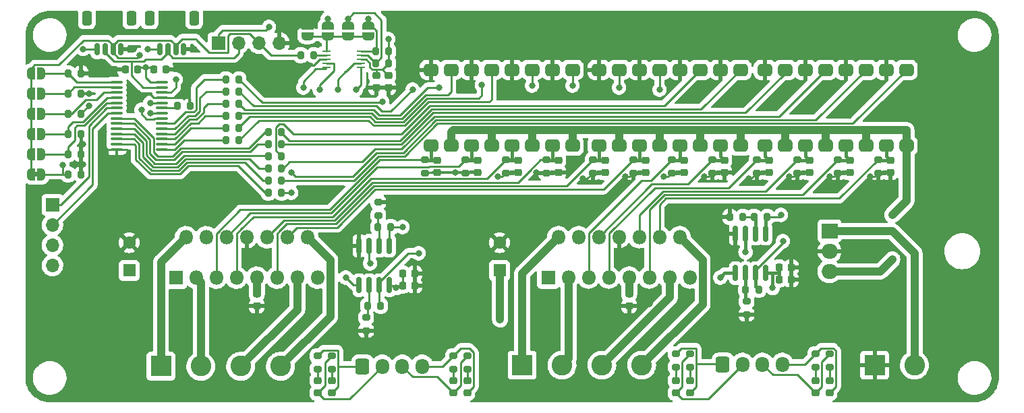
<source format=gtl>
%TF.GenerationSoftware,KiCad,Pcbnew,(6.0.0)*%
%TF.CreationDate,2022-11-20T23:13:48-05:00*%
%TF.ProjectId,i2c l298p,69326320-6c32-4393-9870-2e6b69636164,rev?*%
%TF.SameCoordinates,Original*%
%TF.FileFunction,Copper,L1,Top*%
%TF.FilePolarity,Positive*%
%FSLAX46Y46*%
G04 Gerber Fmt 4.6, Leading zero omitted, Abs format (unit mm)*
G04 Created by KiCad (PCBNEW (6.0.0)) date 2022-11-20 23:13:48*
%MOMM*%
%LPD*%
G01*
G04 APERTURE LIST*
G04 Aperture macros list*
%AMRoundRect*
0 Rectangle with rounded corners*
0 $1 Rounding radius*
0 $2 $3 $4 $5 $6 $7 $8 $9 X,Y pos of 4 corners*
0 Add a 4 corners polygon primitive as box body*
4,1,4,$2,$3,$4,$5,$6,$7,$8,$9,$2,$3,0*
0 Add four circle primitives for the rounded corners*
1,1,$1+$1,$2,$3*
1,1,$1+$1,$4,$5*
1,1,$1+$1,$6,$7*
1,1,$1+$1,$8,$9*
0 Add four rect primitives between the rounded corners*
20,1,$1+$1,$2,$3,$4,$5,0*
20,1,$1+$1,$4,$5,$6,$7,0*
20,1,$1+$1,$6,$7,$8,$9,0*
20,1,$1+$1,$8,$9,$2,$3,0*%
%AMFreePoly0*
4,1,22,0.500000,-0.750000,0.000000,-0.750000,0.000000,-0.745033,-0.079941,-0.743568,-0.215256,-0.701293,-0.333266,-0.622738,-0.424486,-0.514219,-0.481581,-0.384460,-0.499164,-0.250000,-0.500000,-0.250000,-0.500000,0.250000,-0.499164,0.250000,-0.499963,0.256109,-0.478152,0.396186,-0.417904,0.524511,-0.324060,0.630769,-0.204165,0.706417,-0.067858,0.745374,0.000000,0.744959,0.000000,0.750000,
0.500000,0.750000,0.500000,-0.750000,0.500000,-0.750000,$1*%
%AMFreePoly1*
4,1,20,0.000000,0.744959,0.073905,0.744508,0.209726,0.703889,0.328688,0.626782,0.421226,0.519385,0.479903,0.390333,0.500000,0.250000,0.500000,-0.250000,0.499851,-0.262216,0.476331,-0.402017,0.414519,-0.529596,0.319384,-0.634700,0.198574,-0.708877,0.061801,-0.746166,0.000000,-0.745033,0.000000,-0.750000,-0.500000,-0.750000,-0.500000,0.750000,0.000000,0.750000,0.000000,0.744959,
0.000000,0.744959,$1*%
G04 Aperture macros list end*
%TA.AperFunction,ComponentPad*%
%ADD10R,2.600000X2.600000*%
%TD*%
%TA.AperFunction,ComponentPad*%
%ADD11C,2.600000*%
%TD*%
%TA.AperFunction,SMDPad,CuDef*%
%ADD12R,1.100000X0.250000*%
%TD*%
%TA.AperFunction,SMDPad,CuDef*%
%ADD13RoundRect,0.225000X-0.250000X0.225000X-0.250000X-0.225000X0.250000X-0.225000X0.250000X0.225000X0*%
%TD*%
%TA.AperFunction,SMDPad,CuDef*%
%ADD14RoundRect,0.200000X0.275000X-0.200000X0.275000X0.200000X-0.275000X0.200000X-0.275000X-0.200000X0*%
%TD*%
%TA.AperFunction,SMDPad,CuDef*%
%ADD15RoundRect,0.200000X0.200000X0.275000X-0.200000X0.275000X-0.200000X-0.275000X0.200000X-0.275000X0*%
%TD*%
%TA.AperFunction,SMDPad,CuDef*%
%ADD16RoundRect,0.200000X-0.275000X0.200000X-0.275000X-0.200000X0.275000X-0.200000X0.275000X0.200000X0*%
%TD*%
%TA.AperFunction,SMDPad,CuDef*%
%ADD17RoundRect,0.334400X-0.555600X0.425600X-0.555600X-0.425600X0.555600X-0.425600X0.555600X0.425600X0*%
%TD*%
%TA.AperFunction,SMDPad,CuDef*%
%ADD18RoundRect,0.218750X0.256250X-0.218750X0.256250X0.218750X-0.256250X0.218750X-0.256250X-0.218750X0*%
%TD*%
%TA.AperFunction,SMDPad,CuDef*%
%ADD19RoundRect,0.225000X-0.225000X-0.250000X0.225000X-0.250000X0.225000X0.250000X-0.225000X0.250000X0*%
%TD*%
%TA.AperFunction,SMDPad,CuDef*%
%ADD20FreePoly0,90.000000*%
%TD*%
%TA.AperFunction,SMDPad,CuDef*%
%ADD21FreePoly1,90.000000*%
%TD*%
%TA.AperFunction,ComponentPad*%
%ADD22RoundRect,0.250000X-0.600000X-0.725000X0.600000X-0.725000X0.600000X0.725000X-0.600000X0.725000X0*%
%TD*%
%TA.AperFunction,ComponentPad*%
%ADD23O,1.700000X1.950000*%
%TD*%
%TA.AperFunction,SMDPad,CuDef*%
%ADD24RoundRect,0.150000X-0.150000X0.825000X-0.150000X-0.825000X0.150000X-0.825000X0.150000X0.825000X0*%
%TD*%
%TA.AperFunction,SMDPad,CuDef*%
%ADD25FreePoly0,0.000000*%
%TD*%
%TA.AperFunction,SMDPad,CuDef*%
%ADD26FreePoly1,0.000000*%
%TD*%
%TA.AperFunction,SMDPad,CuDef*%
%ADD27RoundRect,0.200000X-0.200000X-0.275000X0.200000X-0.275000X0.200000X0.275000X-0.200000X0.275000X0*%
%TD*%
%TA.AperFunction,ComponentPad*%
%ADD28R,1.800000X1.800000*%
%TD*%
%TA.AperFunction,ComponentPad*%
%ADD29O,1.800000X1.800000*%
%TD*%
%TA.AperFunction,SMDPad,CuDef*%
%ADD30RoundRect,0.100000X-0.637500X-0.100000X0.637500X-0.100000X0.637500X0.100000X-0.637500X0.100000X0*%
%TD*%
%TA.AperFunction,ComponentPad*%
%ADD31R,2.000000X1.905000*%
%TD*%
%TA.AperFunction,ComponentPad*%
%ADD32O,2.000000X1.905000*%
%TD*%
%TA.AperFunction,SMDPad,CuDef*%
%ADD33RoundRect,0.150000X0.150000X0.625000X-0.150000X0.625000X-0.150000X-0.625000X0.150000X-0.625000X0*%
%TD*%
%TA.AperFunction,SMDPad,CuDef*%
%ADD34RoundRect,0.250000X0.350000X0.650000X-0.350000X0.650000X-0.350000X-0.650000X0.350000X-0.650000X0*%
%TD*%
%TA.AperFunction,ComponentPad*%
%ADD35R,1.600000X1.600000*%
%TD*%
%TA.AperFunction,ComponentPad*%
%ADD36C,1.600000*%
%TD*%
%TA.AperFunction,SMDPad,CuDef*%
%ADD37RoundRect,0.225000X0.225000X0.250000X-0.225000X0.250000X-0.225000X-0.250000X0.225000X-0.250000X0*%
%TD*%
%TA.AperFunction,ComponentPad*%
%ADD38R,1.700000X1.700000*%
%TD*%
%TA.AperFunction,ComponentPad*%
%ADD39O,1.700000X1.700000*%
%TD*%
%TA.AperFunction,ViaPad*%
%ADD40C,0.800000*%
%TD*%
%TA.AperFunction,Conductor*%
%ADD41C,0.400000*%
%TD*%
%TA.AperFunction,Conductor*%
%ADD42C,0.250000*%
%TD*%
%TA.AperFunction,Conductor*%
%ADD43C,1.000000*%
%TD*%
G04 APERTURE END LIST*
%TO.C,JP6*%
G36*
X92960000Y-101646000D02*
G01*
X92460000Y-101646000D01*
X92460000Y-101046000D01*
X92960000Y-101046000D01*
X92960000Y-101646000D01*
G37*
%TD*%
D10*
%TO.P,J1,1,Pin_1*%
%TO.N,GND*%
X197946000Y-125313000D03*
D11*
%TO.P,J1,2,Pin_2*%
%TO.N,+24V*%
X202946000Y-125313000D03*
%TD*%
D12*
%TO.P,U8,1,ADDR*%
%TO.N,Net-(JP10-Pad1)*%
X129168000Y-85868000D03*
%TO.P,U8,2,ALERT/RDY*%
%TO.N,Net-(R44-Pad2)*%
X129168000Y-86368000D03*
%TO.P,U8,3,GND*%
%TO.N,GND*%
X129168000Y-86868000D03*
%TO.P,U8,4,AIN0*%
%TO.N,sense 0*%
X129168000Y-87368000D03*
%TO.P,U8,5,AIN1*%
%TO.N,sense 1*%
X129168000Y-87868000D03*
%TO.P,U8,6,AIN2*%
%TO.N,sense 2*%
X133468000Y-87868000D03*
%TO.P,U8,7,AIN3*%
%TO.N,sense 3*%
X133468000Y-87368000D03*
%TO.P,U8,8,VDD*%
%TO.N,VCC*%
X133468000Y-86868000D03*
%TO.P,U8,9,SDA*%
%TO.N,/sda*%
X133468000Y-86368000D03*
%TO.P,U8,10,SCL*%
%TO.N,/scl*%
X133468000Y-85868000D03*
%TD*%
D13*
%TO.P,C5,1*%
%TO.N,m3 in2*%
X199898000Y-99555000D03*
%TO.P,C5,2*%
%TO.N,GND*%
X199898000Y-101105000D03*
%TD*%
D14*
%TO.P,R47,1*%
%TO.N,Net-(R14-Pad2)*%
X135636000Y-106489000D03*
%TO.P,R47,2*%
%TO.N,GND*%
X135636000Y-104839000D03*
%TD*%
D10*
%TO.P,J4,1,Pin_1*%
%TO.N,Net-(D1-Pad1)*%
X153703000Y-125313000D03*
D11*
%TO.P,J4,2,Pin_2*%
%TO.N,Net-(D17-Pad1)*%
X158703000Y-125313000D03*
%TO.P,J4,3,Pin_3*%
%TO.N,Net-(D10-Pad2)*%
X163703000Y-125313000D03*
%TO.P,J4,4,Pin_4*%
%TO.N,Net-(D13-Pad1)*%
X168703000Y-125313000D03*
%TD*%
D15*
%TO.P,R49,1*%
%TO.N,Net-(R16-Pad2)*%
X181419000Y-106680000D03*
%TO.P,R49,2*%
%TO.N,GND*%
X179769000Y-106680000D03*
%TD*%
D16*
%TO.P,R17,1*%
%TO.N,m2 pwm*%
X177546000Y-99505000D03*
%TO.P,R17,2*%
%TO.N,GND*%
X177546000Y-101155000D03*
%TD*%
D17*
%TO.P,U1,1*%
%TO.N,Net-(R10-Pad1)*%
X160020000Y-88204000D03*
%TO.P,U1,2*%
%TO.N,GND*%
X157480000Y-88204000D03*
%TO.P,U1,3*%
%TO.N,Net-(R8-Pad1)*%
X154940000Y-88204000D03*
%TO.P,U1,4*%
%TO.N,GND*%
X152400000Y-88204000D03*
%TO.P,U1,5*%
%TO.N,Net-(R7-Pad1)*%
X149860000Y-88204000D03*
%TO.P,U1,6*%
%TO.N,GND*%
X147320000Y-88204000D03*
%TO.P,U1,7*%
%TO.N,Net-(R9-Pad1)*%
X144780000Y-88204000D03*
%TO.P,U1,8*%
%TO.N,GND*%
X142240000Y-88204000D03*
%TO.P,U1,9*%
%TO.N,m0 in1*%
X142240000Y-97724000D03*
%TO.P,U1,10*%
%TO.N,+5V*%
X144780000Y-97724000D03*
%TO.P,U1,11*%
%TO.N,m0 pwm*%
X147320000Y-97724000D03*
%TO.P,U1,12*%
%TO.N,+5V*%
X149860000Y-97724000D03*
%TO.P,U1,13*%
%TO.N,m0 in2*%
X152400000Y-97724000D03*
%TO.P,U1,14*%
%TO.N,+5V*%
X154940000Y-97724000D03*
%TO.P,U1,15*%
%TO.N,m1 in1*%
X157480000Y-97724000D03*
%TO.P,U1,16*%
%TO.N,+5V*%
X160020000Y-97724000D03*
%TD*%
D16*
%TO.P,R24,1*%
%TO.N,m0 in2*%
X151638000Y-99505000D03*
%TO.P,R24,2*%
%TO.N,GND*%
X151638000Y-101155000D03*
%TD*%
D13*
%TO.P,C10,1*%
%TO.N,m1 in1*%
X158242000Y-99555000D03*
%TO.P,C10,2*%
%TO.N,GND*%
X158242000Y-101105000D03*
%TD*%
D18*
%TO.P,D24,1,K*%
%TO.N,Net-(D11-Pad1)*%
X145034000Y-128803500D03*
%TO.P,D24,2,A*%
%TO.N,Net-(D24-Pad2)*%
X145034000Y-127228500D03*
%TD*%
D19*
%TO.P,C23,1*%
%TO.N,+5V*%
X138671000Y-115316000D03*
%TO.P,C23,2*%
%TO.N,GND*%
X140221000Y-115316000D03*
%TD*%
D20*
%TO.P,JP8,1,A*%
%TO.N,Net-(JP10-Pad1)*%
X131826000Y-83962000D03*
D21*
%TO.P,JP8,2,B*%
%TO.N,/sda*%
X131826000Y-82662000D03*
%TD*%
D15*
%TO.P,R9,1*%
%TO.N,Net-(R9-Pad1)*%
X118173000Y-93980000D03*
%TO.P,R9,2*%
%TO.N,/pwm10*%
X116523000Y-93980000D03*
%TD*%
D22*
%TO.P,J5,1,Pin_1*%
%TO.N,Net-(D23-Pad1)*%
X133664000Y-125459000D03*
D23*
%TO.P,J5,2,Pin_2*%
%TO.N,Net-(D19-Pad1)*%
X136164000Y-125459000D03*
%TO.P,J5,3,Pin_3*%
%TO.N,Net-(D11-Pad1)*%
X138664000Y-125459000D03*
%TO.P,J5,4,Pin_4*%
%TO.N,Net-(D15-Pad1)*%
X141164000Y-125459000D03*
%TD*%
D17*
%TO.P,U3,1*%
%TO.N,Net-(R1-Pad1)*%
X181102000Y-88204000D03*
%TO.P,U3,2*%
%TO.N,GND*%
X178562000Y-88204000D03*
%TO.P,U3,3*%
%TO.N,Net-(R3-Pad1)*%
X176022000Y-88204000D03*
%TO.P,U3,4*%
%TO.N,GND*%
X173482000Y-88204000D03*
%TO.P,U3,5*%
%TO.N,Net-(R11-Pad1)*%
X170942000Y-88204000D03*
%TO.P,U3,6*%
%TO.N,GND*%
X168402000Y-88204000D03*
%TO.P,U3,7*%
%TO.N,Net-(R12-Pad1)*%
X165862000Y-88204000D03*
%TO.P,U3,8*%
%TO.N,GND*%
X163322000Y-88204000D03*
%TO.P,U3,9*%
%TO.N,m1 pwm*%
X163322000Y-97724000D03*
%TO.P,U3,10*%
%TO.N,+5V*%
X165862000Y-97724000D03*
%TO.P,U3,11*%
%TO.N,m1 in2*%
X168402000Y-97724000D03*
%TO.P,U3,12*%
%TO.N,+5V*%
X170942000Y-97724000D03*
%TO.P,U3,13*%
%TO.N,m2 in1*%
X173482000Y-97724000D03*
%TO.P,U3,14*%
%TO.N,+5V*%
X176022000Y-97724000D03*
%TO.P,U3,15*%
%TO.N,m2 pwm*%
X178562000Y-97724000D03*
%TO.P,U3,16*%
%TO.N,+5V*%
X181102000Y-97724000D03*
%TD*%
D18*
%TO.P,D23,1,K*%
%TO.N,Net-(D23-Pad1)*%
X129794000Y-128803500D03*
%TO.P,D23,2,A*%
%TO.N,Net-(D23-Pad2)*%
X129794000Y-127228500D03*
%TD*%
D15*
%TO.P,R15,1*%
%TO.N,sense 1*%
X135953000Y-117856000D03*
%TO.P,R15,2*%
%TO.N,Net-(R15-Pad2)*%
X134303000Y-117856000D03*
%TD*%
D16*
%TO.P,R18,1*%
%TO.N,m2 in2*%
X183134000Y-99505000D03*
%TO.P,R18,2*%
%TO.N,GND*%
X183134000Y-101155000D03*
%TD*%
D18*
%TO.P,D19,1,K*%
%TO.N,Net-(D19-Pad1)*%
X128016000Y-128803500D03*
%TO.P,D19,2,A*%
%TO.N,Net-(D19-Pad2)*%
X128016000Y-127228500D03*
%TD*%
D24*
%TO.P,U9,1*%
%TO.N,sense 0*%
X137033000Y-110301000D03*
%TO.P,U9,2,-*%
%TO.N,Net-(R14-Pad2)*%
X135763000Y-110301000D03*
%TO.P,U9,3,+*%
%TO.N,Net-(U6-Pad1)*%
X134493000Y-110301000D03*
%TO.P,U9,4,V-*%
%TO.N,GND*%
X133223000Y-110301000D03*
%TO.P,U9,5,+*%
%TO.N,Net-(U6-Pad15)*%
X133223000Y-115251000D03*
%TO.P,U9,6,-*%
%TO.N,Net-(R15-Pad2)*%
X134493000Y-115251000D03*
%TO.P,U9,7*%
%TO.N,sense 1*%
X135763000Y-115251000D03*
%TO.P,U9,8,V+*%
%TO.N,+5V*%
X137033000Y-115251000D03*
%TD*%
D16*
%TO.P,R25,1*%
%TO.N,m0 in1*%
X141478000Y-99505000D03*
%TO.P,R25,2*%
%TO.N,GND*%
X141478000Y-101155000D03*
%TD*%
D25*
%TO.P,JP1,1,A*%
%TO.N,VCC*%
X92060000Y-88646000D03*
D26*
%TO.P,JP1,2,B*%
%TO.N,Net-(JP1-Pad2)*%
X93360000Y-88646000D03*
%TD*%
D16*
%TO.P,R19,1*%
%TO.N,m2 in1*%
X172466000Y-99505000D03*
%TO.P,R19,2*%
%TO.N,GND*%
X172466000Y-101155000D03*
%TD*%
D27*
%TO.P,R33,1*%
%TO.N,Net-(JP1-Pad2)*%
X96711000Y-88646000D03*
%TO.P,R33,2*%
%TO.N,GND*%
X98361000Y-88646000D03*
%TD*%
D19*
%TO.P,C20,1*%
%TO.N,VCC*%
X107429000Y-88138000D03*
%TO.P,C20,2*%
%TO.N,GND*%
X108979000Y-88138000D03*
%TD*%
D18*
%TO.P,D20,1,K*%
%TO.N,Net-(D15-Pad1)*%
X146812000Y-128803500D03*
%TO.P,D20,2,A*%
%TO.N,Net-(D20-Pad2)*%
X146812000Y-127228500D03*
%TD*%
D16*
%TO.P,R32,1*%
%TO.N,Net-(D11-Pad1)*%
X146812000Y-124143000D03*
%TO.P,R32,2*%
%TO.N,Net-(D20-Pad2)*%
X146812000Y-125793000D03*
%TD*%
D28*
%TO.P,U6,1,SENSE_A*%
%TO.N,Net-(U6-Pad1)*%
X110231000Y-114317000D03*
D29*
%TO.P,U6,2,OUT1*%
%TO.N,Net-(D23-Pad1)*%
X111501000Y-109237000D03*
%TO.P,U6,3,OUT2*%
%TO.N,Net-(D19-Pad1)*%
X112771000Y-114317000D03*
%TO.P,U6,4,Vs*%
%TO.N,+24V*%
X114041000Y-109237000D03*
%TO.P,U6,5,IN1*%
%TO.N,m0 in1*%
X115311000Y-114317000D03*
%TO.P,U6,6,EnA*%
%TO.N,m0 pwm*%
X116581000Y-109237000D03*
%TO.P,U6,7,IN2*%
%TO.N,m0 in2*%
X117851000Y-114317000D03*
%TO.P,U6,8,GND*%
%TO.N,GND*%
X119121000Y-109237000D03*
%TO.P,U6,9,Vss*%
%TO.N,+5V*%
X120391000Y-114317000D03*
%TO.P,U6,10,IN3*%
%TO.N,m1 in1*%
X121661000Y-109237000D03*
%TO.P,U6,11,EnB*%
%TO.N,m1 pwm*%
X122931000Y-114317000D03*
%TO.P,U6,12,IN4*%
%TO.N,m1 in2*%
X124201000Y-109237000D03*
%TO.P,U6,13,OUT3*%
%TO.N,Net-(D11-Pad1)*%
X125471000Y-114317000D03*
%TO.P,U6,14,OUT4*%
%TO.N,Net-(D15-Pad1)*%
X126741000Y-109237000D03*
%TO.P,U6,15,SENSE_B*%
%TO.N,Net-(U6-Pad15)*%
X128011000Y-114317000D03*
%TD*%
D22*
%TO.P,J3,1,Pin_1*%
%TO.N,Net-(D1-Pad1)*%
X178876000Y-125222000D03*
D23*
%TO.P,J3,2,Pin_2*%
%TO.N,Net-(D17-Pad1)*%
X181376000Y-125222000D03*
%TO.P,J3,3,Pin_3*%
%TO.N,Net-(D10-Pad2)*%
X183876000Y-125222000D03*
%TO.P,J3,4,Pin_4*%
%TO.N,Net-(D13-Pad1)*%
X186376000Y-125222000D03*
%TD*%
D16*
%TO.P,R22,1*%
%TO.N,m3 pwm*%
X193294000Y-99505000D03*
%TO.P,R22,2*%
%TO.N,GND*%
X193294000Y-101155000D03*
%TD*%
D13*
%TO.P,C4,1*%
%TO.N,m3 in1*%
X189738000Y-99555000D03*
%TO.P,C4,2*%
%TO.N,GND*%
X189738000Y-101105000D03*
%TD*%
D15*
%TO.P,R28,1*%
%TO.N,sense 3*%
X183388000Y-115824000D03*
%TO.P,R28,2*%
%TO.N,Net-(R28-Pad2)*%
X181738000Y-115824000D03*
%TD*%
D19*
%TO.P,C26,1*%
%TO.N,+5V*%
X185928000Y-113030000D03*
%TO.P,C26,2*%
%TO.N,GND*%
X187478000Y-113030000D03*
%TD*%
D25*
%TO.P,JP5,1,A*%
%TO.N,VCC*%
X92060000Y-98806000D03*
D26*
%TO.P,JP5,2,B*%
%TO.N,Net-(JP5-Pad2)*%
X93360000Y-98806000D03*
%TD*%
D13*
%TO.P,C3,1*%
%TO.N,m2 in1*%
X173990000Y-99555000D03*
%TO.P,C3,2*%
%TO.N,GND*%
X173990000Y-101105000D03*
%TD*%
%TO.P,C7,1*%
%TO.N,m0 pwm*%
X148082000Y-99555000D03*
%TO.P,C7,2*%
%TO.N,GND*%
X148082000Y-101105000D03*
%TD*%
D24*
%TO.P,U10,1*%
%TO.N,sense 2*%
X184277000Y-108777000D03*
%TO.P,U10,2,-*%
%TO.N,Net-(R16-Pad2)*%
X183007000Y-108777000D03*
%TO.P,U10,3,+*%
%TO.N,Net-(U10-Pad3)*%
X181737000Y-108777000D03*
%TO.P,U10,4,V-*%
%TO.N,GND*%
X180467000Y-108777000D03*
%TO.P,U10,5,+*%
%TO.N,Net-(U10-Pad5)*%
X180467000Y-113727000D03*
%TO.P,U10,6,-*%
%TO.N,Net-(R28-Pad2)*%
X181737000Y-113727000D03*
%TO.P,U10,7*%
%TO.N,sense 3*%
X183007000Y-113727000D03*
%TO.P,U10,8,V+*%
%TO.N,+5V*%
X184277000Y-113727000D03*
%TD*%
D18*
%TO.P,D21,1,K*%
%TO.N,Net-(D1-Pad1)*%
X174752000Y-128803500D03*
%TO.P,D21,2,A*%
%TO.N,Net-(D21-Pad2)*%
X174752000Y-127228500D03*
%TD*%
D13*
%TO.P,C22,1*%
%TO.N,VCC*%
X136906000Y-88887000D03*
%TO.P,C22,2*%
%TO.N,GND*%
X136906000Y-90437000D03*
%TD*%
%TO.P,C13,1*%
%TO.N,+5V*%
X167132000Y-116319000D03*
%TO.P,C13,2*%
%TO.N,GND*%
X167132000Y-117869000D03*
%TD*%
D10*
%TO.P,J2,1,Pin_1*%
%TO.N,Net-(D23-Pad1)*%
X108364000Y-125440000D03*
D11*
%TO.P,J2,2,Pin_2*%
%TO.N,Net-(D19-Pad1)*%
X113364000Y-125440000D03*
%TO.P,J2,3,Pin_3*%
%TO.N,Net-(D11-Pad1)*%
X118364000Y-125440000D03*
%TO.P,J2,4,Pin_4*%
%TO.N,Net-(D15-Pad1)*%
X123364000Y-125440000D03*
%TD*%
D16*
%TO.P,R48,1*%
%TO.N,Net-(R15-Pad2)*%
X134112000Y-119317000D03*
%TO.P,R48,2*%
%TO.N,GND*%
X134112000Y-120967000D03*
%TD*%
D14*
%TO.P,R40,1*%
%TO.N,Net-(D21-Pad2)*%
X174752000Y-125539000D03*
%TO.P,R40,2*%
%TO.N,Net-(D17-Pad1)*%
X174752000Y-123889000D03*
%TD*%
D30*
%TO.P,U5,1,A0*%
%TO.N,Net-(JP1-Pad2)*%
X102801500Y-89755000D03*
%TO.P,U5,2,A1*%
%TO.N,Net-(JP2-Pad2)*%
X102801500Y-90405000D03*
%TO.P,U5,3,A2*%
%TO.N,Net-(JP3-Pad2)*%
X102801500Y-91055000D03*
%TO.P,U5,4,A3*%
%TO.N,Net-(JP4-Pad2)*%
X102801500Y-91705000D03*
%TO.P,U5,5,A4*%
%TO.N,Net-(JP5-Pad2)*%
X102801500Y-92355000D03*
%TO.P,U5,6,LED0*%
%TO.N,/pwm0*%
X102801500Y-93005000D03*
%TO.P,U5,7,LED1*%
%TO.N,/pwm1*%
X102801500Y-93655000D03*
%TO.P,U5,8,LED2*%
%TO.N,/pwm2*%
X102801500Y-94305000D03*
%TO.P,U5,9,LED3*%
%TO.N,/pwm3*%
X102801500Y-94955000D03*
%TO.P,U5,10,LED4*%
%TO.N,/pwm4*%
X102801500Y-95605000D03*
%TO.P,U5,11,LED5*%
%TO.N,/pwm5*%
X102801500Y-96255000D03*
%TO.P,U5,12,LED6*%
%TO.N,/pwm6*%
X102801500Y-96905000D03*
%TO.P,U5,13,LED7*%
%TO.N,/pwm7*%
X102801500Y-97555000D03*
%TO.P,U5,14,VSS*%
%TO.N,GND*%
X102801500Y-98205000D03*
%TO.P,U5,15,LED8*%
%TO.N,/pwm8*%
X108526500Y-98205000D03*
%TO.P,U5,16,LED9*%
%TO.N,/pwm9*%
X108526500Y-97555000D03*
%TO.P,U5,17,LED10*%
%TO.N,/pwm10*%
X108526500Y-96905000D03*
%TO.P,U5,18,LED11*%
%TO.N,/pwm11*%
X108526500Y-96255000D03*
%TO.P,U5,19,LED12*%
%TO.N,/pwm12*%
X108526500Y-95605000D03*
%TO.P,U5,20,LED13*%
%TO.N,/pwm13*%
X108526500Y-94955000D03*
%TO.P,U5,21,LED14*%
%TO.N,/pwm14*%
X108526500Y-94305000D03*
%TO.P,U5,22,LED15*%
%TO.N,/pwm15*%
X108526500Y-93655000D03*
%TO.P,U5,23,~{OE}*%
%TO.N,Net-(R39-Pad1)*%
X108526500Y-93005000D03*
%TO.P,U5,24,A5*%
%TO.N,Net-(JP6-Pad2)*%
X108526500Y-92355000D03*
%TO.P,U5,25,EXTCLK*%
%TO.N,GND*%
X108526500Y-91705000D03*
%TO.P,U5,26,SCL*%
%TO.N,/scl*%
X108526500Y-91055000D03*
%TO.P,U5,27,SDA*%
%TO.N,/sda*%
X108526500Y-90405000D03*
%TO.P,U5,28,VDD*%
%TO.N,VCC*%
X108526500Y-89755000D03*
%TD*%
D15*
%TO.P,R1,1*%
%TO.N,Net-(R1-Pad1)*%
X123507000Y-96012000D03*
%TO.P,R1,2*%
%TO.N,/pwm2*%
X121857000Y-96012000D03*
%TD*%
%TO.P,R7,1*%
%TO.N,Net-(R7-Pad1)*%
X118173000Y-97028000D03*
%TO.P,R7,2*%
%TO.N,/pwm8*%
X116523000Y-97028000D03*
%TD*%
D13*
%TO.P,C11,1*%
%TO.N,m1 in2*%
X169164000Y-99555000D03*
%TO.P,C11,2*%
%TO.N,GND*%
X169164000Y-101105000D03*
%TD*%
D31*
%TO.P,U7,1,IN*%
%TO.N,+24V*%
X192278000Y-108458000D03*
D32*
%TO.P,U7,2,GND*%
%TO.N,GND*%
X192278000Y-110998000D03*
%TO.P,U7,3,OUT*%
%TO.N,+5V*%
X192278000Y-113538000D03*
%TD*%
D27*
%TO.P,R44,1*%
%TO.N,VCC*%
X125921000Y-86360000D03*
%TO.P,R44,2*%
%TO.N,Net-(R44-Pad2)*%
X127571000Y-86360000D03*
%TD*%
D15*
%TO.P,R11,1*%
%TO.N,Net-(R11-Pad1)*%
X118173000Y-90932000D03*
%TO.P,R11,2*%
%TO.N,/pwm12*%
X116523000Y-90932000D03*
%TD*%
%TO.P,R16,1*%
%TO.N,sense 2*%
X184467000Y-106680000D03*
%TO.P,R16,2*%
%TO.N,Net-(R16-Pad2)*%
X182817000Y-106680000D03*
%TD*%
D13*
%TO.P,C6,1*%
%TO.N,m3 pwm*%
X194818000Y-99555000D03*
%TO.P,C6,2*%
%TO.N,GND*%
X194818000Y-101105000D03*
%TD*%
D15*
%TO.P,R45,1*%
%TO.N,VCC*%
X136969000Y-85852000D03*
%TO.P,R45,2*%
%TO.N,/scl*%
X135319000Y-85852000D03*
%TD*%
D16*
%TO.P,R13,1*%
%TO.N,m1 pwm*%
X162560000Y-99505000D03*
%TO.P,R13,2*%
%TO.N,GND*%
X162560000Y-101155000D03*
%TD*%
D25*
%TO.P,JP2,1,A*%
%TO.N,VCC*%
X92060000Y-91186000D03*
D26*
%TO.P,JP2,2,B*%
%TO.N,Net-(JP2-Pad2)*%
X93360000Y-91186000D03*
%TD*%
D18*
%TO.P,D18,1,K*%
%TO.N,Net-(D13-Pad1)*%
X192278000Y-128803500D03*
%TO.P,D18,2,A*%
%TO.N,Net-(D18-Pad2)*%
X192278000Y-127228500D03*
%TD*%
D20*
%TO.P,JP10,1,A*%
%TO.N,Net-(JP10-Pad1)*%
X126746000Y-83962000D03*
D21*
%TO.P,JP10,2,B*%
%TO.N,GND*%
X126746000Y-82662000D03*
%TD*%
D27*
%TO.P,R37,1*%
%TO.N,Net-(JP5-Pad2)*%
X96711000Y-98806000D03*
%TO.P,R37,2*%
%TO.N,GND*%
X98361000Y-98806000D03*
%TD*%
D16*
%TO.P,R26,1*%
%TO.N,m1 in1*%
X156718000Y-99505000D03*
%TO.P,R26,2*%
%TO.N,GND*%
X156718000Y-101155000D03*
%TD*%
D27*
%TO.P,R34,1*%
%TO.N,Net-(JP2-Pad2)*%
X96711000Y-91186000D03*
%TO.P,R34,2*%
%TO.N,GND*%
X98361000Y-91186000D03*
%TD*%
D15*
%TO.P,R6,1*%
%TO.N,Net-(R6-Pad1)*%
X123507000Y-103632000D03*
%TO.P,R6,2*%
%TO.N,/pwm7*%
X121857000Y-103632000D03*
%TD*%
D33*
%TO.P,J8,1,Pin_1*%
%TO.N,GND*%
X103354000Y-85566000D03*
%TO.P,J8,2,Pin_2*%
%TO.N,VCC*%
X102354000Y-85566000D03*
%TO.P,J8,3,Pin_3*%
%TO.N,/sda*%
X101354000Y-85566000D03*
%TO.P,J8,4,Pin_4*%
%TO.N,/scl*%
X100354000Y-85566000D03*
D34*
%TO.P,J8,MP*%
%TO.N,N/C*%
X99054000Y-81691000D03*
X104654000Y-81691000D03*
%TD*%
D27*
%TO.P,R36,1*%
%TO.N,Net-(JP4-Pad2)*%
X96711000Y-96266000D03*
%TO.P,R36,2*%
%TO.N,GND*%
X98361000Y-96266000D03*
%TD*%
D15*
%TO.P,R5,1*%
%TO.N,Net-(R5-Pad1)*%
X123507000Y-102108000D03*
%TO.P,R5,2*%
%TO.N,/pwm6*%
X121857000Y-102108000D03*
%TD*%
D13*
%TO.P,C1,1*%
%TO.N,m2 pwm*%
X179070000Y-99555000D03*
%TO.P,C1,2*%
%TO.N,GND*%
X179070000Y-101105000D03*
%TD*%
D15*
%TO.P,R8,1*%
%TO.N,Net-(R8-Pad1)*%
X118173000Y-95504000D03*
%TO.P,R8,2*%
%TO.N,/pwm9*%
X116523000Y-95504000D03*
%TD*%
D18*
%TO.P,D17,1,K*%
%TO.N,Net-(D17-Pad1)*%
X172974000Y-128803500D03*
%TO.P,D17,2,A*%
%TO.N,Net-(D17-Pad2)*%
X172974000Y-127228500D03*
%TD*%
D13*
%TO.P,C9,1*%
%TO.N,m0 in1*%
X143002000Y-99555000D03*
%TO.P,C9,2*%
%TO.N,GND*%
X143002000Y-101105000D03*
%TD*%
D27*
%TO.P,R39,1*%
%TO.N,Net-(R39-Pad1)*%
X110427000Y-92710000D03*
%TO.P,R39,2*%
%TO.N,GND*%
X112077000Y-92710000D03*
%TD*%
D25*
%TO.P,JP6,1,A*%
%TO.N,VCC*%
X92060000Y-101346000D03*
D26*
%TO.P,JP6,2,B*%
%TO.N,Net-(JP6-Pad2)*%
X93360000Y-101346000D03*
%TD*%
D15*
%TO.P,R14,1*%
%TO.N,sense 0*%
X137223000Y-107950000D03*
%TO.P,R14,2*%
%TO.N,Net-(R14-Pad2)*%
X135573000Y-107950000D03*
%TD*%
D25*
%TO.P,JP4,1,A*%
%TO.N,VCC*%
X92060000Y-96266000D03*
D26*
%TO.P,JP4,2,B*%
%TO.N,Net-(JP4-Pad2)*%
X93360000Y-96266000D03*
%TD*%
D35*
%TO.P,C18,1*%
%TO.N,+24V*%
X104394000Y-113412651D03*
D36*
%TO.P,C18,2*%
%TO.N,GND*%
X104394000Y-109912651D03*
%TD*%
D20*
%TO.P,JP7,1,A*%
%TO.N,Net-(JP10-Pad1)*%
X134366000Y-83962000D03*
D21*
%TO.P,JP7,2,B*%
%TO.N,/scl*%
X134366000Y-82662000D03*
%TD*%
D18*
%TO.P,D22,1,K*%
%TO.N,Net-(D10-Pad2)*%
X190500000Y-128803500D03*
%TO.P,D22,2,A*%
%TO.N,Net-(D22-Pad2)*%
X190500000Y-127228500D03*
%TD*%
D14*
%TO.P,R41,1*%
%TO.N,Net-(D22-Pad2)*%
X190500000Y-125539000D03*
%TO.P,R41,2*%
%TO.N,Net-(D13-Pad1)*%
X190500000Y-123889000D03*
%TD*%
%TO.P,R43,1*%
%TO.N,Net-(D24-Pad2)*%
X145034000Y-125793000D03*
%TO.P,R43,2*%
%TO.N,Net-(D15-Pad1)*%
X145034000Y-124143000D03*
%TD*%
D15*
%TO.P,R4,1*%
%TO.N,Net-(R4-Pad1)*%
X123507000Y-100584000D03*
%TO.P,R4,2*%
%TO.N,/pwm5*%
X121857000Y-100584000D03*
%TD*%
%TO.P,R3,1*%
%TO.N,Net-(R3-Pad1)*%
X123507000Y-99060000D03*
%TO.P,R3,2*%
%TO.N,/pwm4*%
X121857000Y-99060000D03*
%TD*%
D16*
%TO.P,R20,1*%
%TO.N,m3 in1*%
X188214000Y-99505000D03*
%TO.P,R20,2*%
%TO.N,GND*%
X188214000Y-101155000D03*
%TD*%
D25*
%TO.P,JP3,1,A*%
%TO.N,VCC*%
X92060000Y-93726000D03*
D26*
%TO.P,JP3,2,B*%
%TO.N,Net-(JP3-Pad2)*%
X93360000Y-93726000D03*
%TD*%
D16*
%TO.P,R50,1*%
%TO.N,Net-(R28-Pad2)*%
X181864000Y-117285000D03*
%TO.P,R50,2*%
%TO.N,GND*%
X181864000Y-118935000D03*
%TD*%
D13*
%TO.P,C21,1*%
%TO.N,VCC*%
X135382000Y-88887000D03*
%TO.P,C21,2*%
%TO.N,GND*%
X135382000Y-90437000D03*
%TD*%
%TO.P,C8,1*%
%TO.N,m0 in2*%
X153162000Y-99555000D03*
%TO.P,C8,2*%
%TO.N,GND*%
X153162000Y-101105000D03*
%TD*%
D35*
%TO.P,C16,1*%
%TO.N,+24V*%
X150876000Y-113412651D03*
D36*
%TO.P,C16,2*%
%TO.N,GND*%
X150876000Y-109912651D03*
%TD*%
D15*
%TO.P,R10,1*%
%TO.N,Net-(R10-Pad1)*%
X118173000Y-92456000D03*
%TO.P,R10,2*%
%TO.N,/pwm11*%
X116523000Y-92456000D03*
%TD*%
D37*
%TO.P,C17,1*%
%TO.N,VCC*%
X105423000Y-88138000D03*
%TO.P,C17,2*%
%TO.N,GND*%
X103873000Y-88138000D03*
%TD*%
D16*
%TO.P,R23,1*%
%TO.N,m0 pwm*%
X146558000Y-99505000D03*
%TO.P,R23,2*%
%TO.N,GND*%
X146558000Y-101155000D03*
%TD*%
D19*
%TO.P,C25,1*%
%TO.N,+5V*%
X138671000Y-113792000D03*
%TO.P,C25,2*%
%TO.N,GND*%
X140221000Y-113792000D03*
%TD*%
D20*
%TO.P,JP9,1,A*%
%TO.N,Net-(JP10-Pad1)*%
X129286000Y-83962000D03*
D21*
%TO.P,JP9,2,B*%
%TO.N,VCC*%
X129286000Y-82662000D03*
%TD*%
D14*
%TO.P,R42,1*%
%TO.N,Net-(D23-Pad2)*%
X129794000Y-125793000D03*
%TO.P,R42,2*%
%TO.N,Net-(D19-Pad1)*%
X129794000Y-124143000D03*
%TD*%
D19*
%TO.P,C24,1*%
%TO.N,+5V*%
X185915000Y-114554000D03*
%TO.P,C24,2*%
%TO.N,GND*%
X187465000Y-114554000D03*
%TD*%
D28*
%TO.P,U4,1,SENSE_A*%
%TO.N,Net-(U10-Pad3)*%
X156972000Y-114300000D03*
D29*
%TO.P,U4,2,OUT1*%
%TO.N,Net-(D1-Pad1)*%
X158242000Y-109220000D03*
%TO.P,U4,3,OUT2*%
%TO.N,Net-(D17-Pad1)*%
X159512000Y-114300000D03*
%TO.P,U4,4,Vs*%
%TO.N,+24V*%
X160782000Y-109220000D03*
%TO.P,U4,5,IN1*%
%TO.N,m2 in1*%
X162052000Y-114300000D03*
%TO.P,U4,6,EnA*%
%TO.N,m2 pwm*%
X163322000Y-109220000D03*
%TO.P,U4,7,IN2*%
%TO.N,m2 in2*%
X164592000Y-114300000D03*
%TO.P,U4,8,GND*%
%TO.N,GND*%
X165862000Y-109220000D03*
%TO.P,U4,9,Vss*%
%TO.N,+5V*%
X167132000Y-114300000D03*
%TO.P,U4,10,IN3*%
%TO.N,m3 in1*%
X168402000Y-109220000D03*
%TO.P,U4,11,EnB*%
%TO.N,m3 pwm*%
X169672000Y-114300000D03*
%TO.P,U4,12,IN4*%
%TO.N,m3 in2*%
X170942000Y-109220000D03*
%TO.P,U4,13,OUT3*%
%TO.N,Net-(D10-Pad2)*%
X172212000Y-114300000D03*
%TO.P,U4,14,OUT4*%
%TO.N,Net-(D13-Pad1)*%
X173482000Y-109220000D03*
%TO.P,U4,15,SENSE_B*%
%TO.N,Net-(U10-Pad5)*%
X174752000Y-114300000D03*
%TD*%
D27*
%TO.P,R35,1*%
%TO.N,Net-(JP3-Pad2)*%
X96711000Y-93726000D03*
%TO.P,R35,2*%
%TO.N,GND*%
X98361000Y-93726000D03*
%TD*%
%TO.P,R38,1*%
%TO.N,Net-(JP6-Pad2)*%
X96711000Y-101346000D03*
%TO.P,R38,2*%
%TO.N,GND*%
X98361000Y-101346000D03*
%TD*%
D16*
%TO.P,R27,1*%
%TO.N,m1 in2*%
X167640000Y-99505000D03*
%TO.P,R27,2*%
%TO.N,GND*%
X167640000Y-101155000D03*
%TD*%
D17*
%TO.P,U2,1*%
%TO.N,Net-(R5-Pad1)*%
X201930000Y-88204000D03*
%TO.P,U2,2*%
%TO.N,GND*%
X199390000Y-88204000D03*
%TO.P,U2,3*%
%TO.N,Net-(R6-Pad1)*%
X196850000Y-88204000D03*
%TO.P,U2,4*%
%TO.N,GND*%
X194310000Y-88204000D03*
%TO.P,U2,5*%
%TO.N,Net-(R4-Pad1)*%
X191770000Y-88204000D03*
%TO.P,U2,6*%
%TO.N,GND*%
X189230000Y-88204000D03*
%TO.P,U2,7*%
%TO.N,Net-(R2-Pad1)*%
X186690000Y-88204000D03*
%TO.P,U2,8*%
%TO.N,GND*%
X184150000Y-88204000D03*
%TO.P,U2,9*%
%TO.N,m2 in2*%
X184150000Y-97724000D03*
%TO.P,U2,10*%
%TO.N,+5V*%
X186690000Y-97724000D03*
%TO.P,U2,11*%
%TO.N,m3 in1*%
X189230000Y-97724000D03*
%TO.P,U2,12*%
%TO.N,+5V*%
X191770000Y-97724000D03*
%TO.P,U2,13*%
%TO.N,m3 pwm*%
X194310000Y-97724000D03*
%TO.P,U2,14*%
%TO.N,+5V*%
X196850000Y-97724000D03*
%TO.P,U2,15*%
%TO.N,m3 in2*%
X199390000Y-97724000D03*
%TO.P,U2,16*%
%TO.N,+5V*%
X201930000Y-97724000D03*
%TD*%
D16*
%TO.P,R31,1*%
%TO.N,Net-(D23-Pad1)*%
X128016000Y-124143000D03*
%TO.P,R31,2*%
%TO.N,Net-(D19-Pad2)*%
X128016000Y-125793000D03*
%TD*%
D38*
%TO.P,J9,1,Pin_1*%
%TO.N,/pwm0*%
X94742000Y-105156000D03*
D39*
%TO.P,J9,2,Pin_2*%
%TO.N,/pwm1*%
X94742000Y-107696000D03*
%TO.P,J9,3,Pin_3*%
%TO.N,/pwm14*%
X94742000Y-110236000D03*
%TO.P,J9,4,Pin_4*%
%TO.N,/pwm15*%
X94742000Y-112776000D03*
%TD*%
D15*
%TO.P,R12,1*%
%TO.N,Net-(R12-Pad1)*%
X118173000Y-89408000D03*
%TO.P,R12,2*%
%TO.N,/pwm13*%
X116523000Y-89408000D03*
%TD*%
D38*
%TO.P,J6,1,Pin_1*%
%TO.N,/scl*%
X115570000Y-84836000D03*
D39*
%TO.P,J6,2,Pin_2*%
%TO.N,/sda*%
X118110000Y-84836000D03*
%TO.P,J6,3,Pin_3*%
%TO.N,VCC*%
X120650000Y-84836000D03*
%TO.P,J6,4,Pin_4*%
%TO.N,GND*%
X123190000Y-84836000D03*
%TD*%
D13*
%TO.P,C2,1*%
%TO.N,m2 in2*%
X184658000Y-99555000D03*
%TO.P,C2,2*%
%TO.N,GND*%
X184658000Y-101105000D03*
%TD*%
%TO.P,C19,1*%
%TO.N,+5V*%
X120396000Y-116319000D03*
%TO.P,C19,2*%
%TO.N,GND*%
X120396000Y-117869000D03*
%TD*%
%TO.P,C12,1*%
%TO.N,m1 pwm*%
X164084000Y-99555000D03*
%TO.P,C12,2*%
%TO.N,GND*%
X164084000Y-101105000D03*
%TD*%
D16*
%TO.P,R29,1*%
%TO.N,Net-(D1-Pad1)*%
X172974000Y-123889000D03*
%TO.P,R29,2*%
%TO.N,Net-(D17-Pad2)*%
X172974000Y-125539000D03*
%TD*%
%TO.P,R30,1*%
%TO.N,Net-(D10-Pad2)*%
X192278000Y-123889000D03*
%TO.P,R30,2*%
%TO.N,Net-(D18-Pad2)*%
X192278000Y-125539000D03*
%TD*%
D15*
%TO.P,R46,1*%
%TO.N,VCC*%
X136969000Y-87376000D03*
%TO.P,R46,2*%
%TO.N,/sda*%
X135319000Y-87376000D03*
%TD*%
%TO.P,R2,1*%
%TO.N,Net-(R2-Pad1)*%
X123507000Y-97536000D03*
%TO.P,R2,2*%
%TO.N,/pwm3*%
X121857000Y-97536000D03*
%TD*%
D16*
%TO.P,R21,1*%
%TO.N,m3 in2*%
X198374000Y-99505000D03*
%TO.P,R21,2*%
%TO.N,GND*%
X198374000Y-101155000D03*
%TD*%
D33*
%TO.P,J7,1,Pin_1*%
%TO.N,GND*%
X111228000Y-85566000D03*
%TO.P,J7,2,Pin_2*%
%TO.N,VCC*%
X110228000Y-85566000D03*
%TO.P,J7,3,Pin_3*%
%TO.N,/sda*%
X109228000Y-85566000D03*
%TO.P,J7,4,Pin_4*%
%TO.N,/scl*%
X108228000Y-85566000D03*
D34*
%TO.P,J7,MP*%
%TO.N,N/C*%
X106928000Y-81691000D03*
X112528000Y-81691000D03*
%TD*%
D40*
%TO.N,GND*%
X132080000Y-117602000D03*
X112522000Y-85598000D03*
X98552000Y-100076000D03*
X146304000Y-117602000D03*
X187198000Y-101600000D03*
X145288000Y-101092000D03*
X182118000Y-101854000D03*
X101600000Y-82804000D03*
X99314000Y-92710000D03*
X171450000Y-101600000D03*
X185420000Y-118110000D03*
X99314000Y-91186000D03*
X99314000Y-87122000D03*
X178308000Y-118364000D03*
X176530000Y-101600000D03*
X115062000Y-117348000D03*
X156718000Y-117602000D03*
X98552000Y-97536000D03*
X104902000Y-85598000D03*
X161290000Y-101854000D03*
X197358000Y-101600000D03*
X112014000Y-89154000D03*
X139192000Y-118110000D03*
X192278000Y-101600000D03*
X150622000Y-101600000D03*
X169672000Y-117602000D03*
X166624000Y-101600000D03*
X155448000Y-101092000D03*
X105410000Y-91186000D03*
X109728000Y-82550000D03*
X123444000Y-117348000D03*
X162306000Y-117602000D03*
%TO.N,+5V*%
X137875489Y-115616511D03*
X200152000Y-106426000D03*
X185136489Y-115599511D03*
X200152000Y-112014000D03*
%TO.N,VCC*%
X136906000Y-84328000D03*
X105664000Y-86360000D03*
X106426000Y-87884000D03*
X129286000Y-81788000D03*
%TO.N,+24V*%
X150926489Y-119583511D03*
%TO.N,/scl*%
X98584000Y-85566000D03*
X134366000Y-81788000D03*
X106712000Y-85566000D03*
X110236000Y-89408000D03*
X121920000Y-82804000D03*
%TO.N,/sda*%
X131826000Y-81788000D03*
%TO.N,Net-(JP6-Pad2)*%
X107035000Y-92355000D03*
X96012000Y-100139000D03*
%TO.N,Net-(R6-Pad1)*%
X124714000Y-103632000D03*
X124714000Y-101092000D03*
%TO.N,Net-(R8-Pad1)*%
X148645480Y-90114520D03*
X154940000Y-90170000D03*
%TO.N,Net-(R10-Pad1)*%
X160020000Y-90170000D03*
X143256000Y-90424000D03*
%TO.N,Net-(R12-Pad1)*%
X136144000Y-92202000D03*
X165862000Y-90424000D03*
%TO.N,/pwm14*%
X105918000Y-93218000D03*
%TO.N,/pwm15*%
X107005000Y-93655000D03*
%TO.N,sense 0*%
X138684000Y-107950000D03*
X128270000Y-90678000D03*
%TO.N,sense 1*%
X126238000Y-90424000D03*
X140716000Y-111252000D03*
%TO.N,sense 2*%
X186182000Y-106426000D03*
X132842000Y-90678000D03*
%TO.N,sense 3*%
X130556000Y-90678000D03*
X186436000Y-109728000D03*
%TO.N,Net-(U10-Pad3)*%
X181737000Y-111125000D03*
%TO.N,Net-(U10-Pad5)*%
X178562000Y-114300000D03*
%TO.N,Net-(U6-Pad1)*%
X134620000Y-112522000D03*
%TO.N,Net-(U6-Pad15)*%
X131572000Y-114300000D03*
%TO.N,Net-(R11-Pad1)*%
X139954000Y-90678000D03*
X170942000Y-90678000D03*
%TD*%
D41*
%TO.N,m2 pwm*%
X177596000Y-99555000D02*
X177546000Y-99505000D01*
X179070000Y-99555000D02*
X177596000Y-99555000D01*
D42*
X174493480Y-102557520D02*
X177546000Y-99505000D01*
D41*
X178562000Y-99047000D02*
X179070000Y-99555000D01*
X178562000Y-97724000D02*
X178562000Y-99047000D01*
D42*
X163322000Y-109220000D02*
X169984480Y-102557520D01*
X169984480Y-102557520D02*
X174493480Y-102557520D01*
%TO.N,GND*%
X192278000Y-101600000D02*
X192849000Y-101600000D01*
X108526500Y-91705000D02*
X107453000Y-91705000D01*
X176530000Y-101600000D02*
X177101000Y-101600000D01*
X101693000Y-98205000D02*
X101600000Y-98298000D01*
X101600000Y-98298000D02*
X101600000Y-99568000D01*
X161861000Y-101854000D02*
X162560000Y-101155000D01*
X151193000Y-101600000D02*
X151638000Y-101155000D01*
X129168000Y-86868000D02*
X128279783Y-86868000D01*
X197358000Y-101600000D02*
X197929000Y-101600000D01*
X161290000Y-101854000D02*
X161861000Y-101854000D01*
X111771000Y-91705000D02*
X112014000Y-91948000D01*
X104394000Y-99314000D02*
X104394000Y-98552000D01*
X182118000Y-101854000D02*
X182435000Y-101854000D01*
X182435000Y-101854000D02*
X183134000Y-101155000D01*
X192849000Y-101600000D02*
X193294000Y-101155000D01*
X155461000Y-101105000D02*
X155448000Y-101092000D01*
X166624000Y-101600000D02*
X167195000Y-101600000D01*
X172021000Y-101600000D02*
X172466000Y-101155000D01*
X107453000Y-91705000D02*
X106934000Y-91186000D01*
X143002000Y-101105000D02*
X141528000Y-101105000D01*
X103886000Y-99822000D02*
X104394000Y-99314000D01*
X101600000Y-99568000D02*
X101854000Y-99822000D01*
X150622000Y-101600000D02*
X151193000Y-101600000D01*
X167195000Y-101600000D02*
X167640000Y-101155000D01*
X101507000Y-98205000D02*
X101092000Y-97790000D01*
X102801500Y-98205000D02*
X101507000Y-98205000D01*
X146608000Y-101105000D02*
X146558000Y-101155000D01*
X187769000Y-101600000D02*
X188214000Y-101155000D01*
X153162000Y-101105000D02*
X151688000Y-101105000D01*
X171450000Y-101600000D02*
X172021000Y-101600000D01*
X127517783Y-87630000D02*
X127000000Y-87630000D01*
X187198000Y-101600000D02*
X187769000Y-101600000D01*
X108526500Y-91705000D02*
X111771000Y-91705000D01*
X151688000Y-101105000D02*
X151638000Y-101155000D01*
X104394000Y-98552000D02*
X104047000Y-98205000D01*
X99314000Y-91186000D02*
X98361000Y-91186000D01*
X197929000Y-101600000D02*
X198374000Y-101155000D01*
X101854000Y-99822000D02*
X103886000Y-99822000D01*
X106934000Y-91186000D02*
X105410000Y-91186000D01*
X158242000Y-101105000D02*
X155461000Y-101105000D01*
X148082000Y-101105000D02*
X146608000Y-101105000D01*
X98361000Y-93726000D02*
X98361000Y-93663000D01*
X177101000Y-101600000D02*
X177546000Y-101155000D01*
X141528000Y-101105000D02*
X141478000Y-101155000D01*
X98361000Y-93663000D02*
X99314000Y-92710000D01*
X102801500Y-98205000D02*
X104047000Y-98205000D01*
X128279783Y-86868000D02*
X127517783Y-87630000D01*
%TO.N,m2 in2*%
X164592000Y-108758279D02*
X170343239Y-103007040D01*
X170343239Y-103007040D02*
X179631960Y-103007040D01*
X164592000Y-114300000D02*
X164592000Y-108758279D01*
D41*
X183184000Y-99555000D02*
X183134000Y-99505000D01*
D42*
X179631960Y-103007040D02*
X183134000Y-99505000D01*
D41*
X184658000Y-99555000D02*
X183184000Y-99555000D01*
X184150000Y-97724000D02*
X184150000Y-99047000D01*
X184150000Y-99047000D02*
X184658000Y-99555000D01*
%TO.N,m2 in1*%
X173482000Y-99314000D02*
X173241000Y-99555000D01*
D42*
X162052000Y-114300000D02*
X162052000Y-108758279D01*
X168702279Y-102108000D02*
X169863000Y-102108000D01*
D41*
X173482000Y-97724000D02*
X173482000Y-99314000D01*
D42*
X169863000Y-102108000D02*
X172466000Y-99505000D01*
D41*
X173241000Y-99555000D02*
X172516000Y-99555000D01*
X173990000Y-99555000D02*
X173241000Y-99555000D01*
D42*
X162052000Y-108758279D02*
X168702279Y-102108000D01*
D41*
X172516000Y-99555000D02*
X172466000Y-99505000D01*
%TO.N,m3 in2*%
X198424000Y-99555000D02*
X198374000Y-99505000D01*
D42*
X170942000Y-109220000D02*
X170942000Y-105157436D01*
X170942000Y-105157436D02*
X171743836Y-104355600D01*
D41*
X199390000Y-99047000D02*
X199898000Y-99555000D01*
X199390000Y-97724000D02*
X199390000Y-99047000D01*
D42*
X193523400Y-104355600D02*
X198374000Y-99505000D01*
D41*
X199898000Y-99555000D02*
X198424000Y-99555000D01*
D42*
X171743836Y-104355600D02*
X193523400Y-104355600D01*
D41*
%TO.N,m3 pwm*%
X193344000Y-99555000D02*
X193294000Y-99505000D01*
X194818000Y-99555000D02*
X193344000Y-99555000D01*
D42*
X171557638Y-103906080D02*
X188892920Y-103906080D01*
D41*
X194310000Y-97724000D02*
X194310000Y-99047000D01*
D42*
X169672000Y-105791718D02*
X171557638Y-103906080D01*
D41*
X194310000Y-99047000D02*
X194818000Y-99555000D01*
D42*
X169672000Y-114300000D02*
X169672000Y-105791718D01*
X188892920Y-103906080D02*
X193294000Y-99505000D01*
%TO.N,m0 pwm*%
X141970263Y-100430480D02*
X135532648Y-100430480D01*
D41*
X146608000Y-99555000D02*
X146558000Y-99505000D01*
X147079000Y-99555000D02*
X146608000Y-99555000D01*
D42*
X129748719Y-106214409D02*
X119603591Y-106214409D01*
X145733480Y-100329520D02*
X142071223Y-100329520D01*
D41*
X148082000Y-99555000D02*
X147079000Y-99555000D01*
D42*
X135532648Y-100430480D02*
X129748719Y-106214409D01*
D41*
X147320000Y-97724000D02*
X147320000Y-99314000D01*
D42*
X146558000Y-99505000D02*
X145733480Y-100329520D01*
D41*
X147320000Y-99314000D02*
X147079000Y-99555000D01*
D42*
X142071223Y-100329520D02*
X141970263Y-100430480D01*
X119603591Y-106214409D02*
X116581000Y-109237000D01*
%TO.N,m0 in2*%
X134719326Y-101879520D02*
X149263480Y-101879520D01*
D41*
X152400000Y-97724000D02*
X152400000Y-99314000D01*
X152400000Y-99314000D02*
X152159000Y-99555000D01*
D42*
X117851000Y-108775279D02*
X118393140Y-108233140D01*
X118393140Y-108233140D02*
X119962351Y-106663929D01*
X117851000Y-114317000D02*
X117851000Y-108775279D01*
D41*
X153162000Y-99555000D02*
X152159000Y-99555000D01*
D42*
X129934917Y-106663929D02*
X134719326Y-101879520D01*
X149263480Y-101879520D02*
X151638000Y-99505000D01*
D41*
X151688000Y-99555000D02*
X151638000Y-99505000D01*
X152159000Y-99555000D02*
X151688000Y-99555000D01*
D42*
X119962351Y-106663929D02*
X129934917Y-106663929D01*
D41*
%TO.N,m0 in1*%
X143002000Y-99555000D02*
X142227000Y-99555000D01*
X142240000Y-97724000D02*
X142240000Y-99542000D01*
D42*
X129562521Y-105764889D02*
X118321391Y-105764889D01*
D41*
X141528000Y-99555000D02*
X141478000Y-99505000D01*
X142240000Y-99542000D02*
X142227000Y-99555000D01*
D42*
X135822410Y-99505000D02*
X129562521Y-105764889D01*
X115311000Y-108775279D02*
X115311000Y-114317000D01*
X141478000Y-99505000D02*
X135822410Y-99505000D01*
D41*
X142227000Y-99555000D02*
X141528000Y-99555000D01*
D42*
X118321391Y-105764889D02*
X115311000Y-108775279D01*
%TO.N,m1 in1*%
X156010386Y-99505000D02*
X156718000Y-99505000D01*
X154686000Y-100833138D02*
X154686000Y-100829386D01*
X121661000Y-109237000D02*
X123784551Y-107113449D01*
D41*
X157467000Y-99555000D02*
X156768000Y-99555000D01*
X157480000Y-97724000D02*
X157480000Y-99542000D01*
D42*
X134905524Y-102329040D02*
X153190098Y-102329040D01*
X130121115Y-107113449D02*
X134905524Y-102329040D01*
D41*
X158242000Y-99555000D02*
X157467000Y-99555000D01*
D42*
X153190098Y-102329040D02*
X154686000Y-100833138D01*
D41*
X157480000Y-99542000D02*
X157467000Y-99555000D01*
D42*
X154686000Y-100829386D02*
X156010386Y-99505000D01*
D41*
X156768000Y-99555000D02*
X156718000Y-99505000D01*
D42*
X123784551Y-107113449D02*
X130121115Y-107113449D01*
D41*
%TO.N,m1 in2*%
X167690000Y-99555000D02*
X167640000Y-99505000D01*
D42*
X135277920Y-103228080D02*
X163916920Y-103228080D01*
D41*
X168389000Y-99555000D02*
X167690000Y-99555000D01*
X168402000Y-99542000D02*
X168389000Y-99555000D01*
D42*
X130493511Y-108012489D02*
X135277920Y-103228080D01*
D41*
X168402000Y-97724000D02*
X168402000Y-99542000D01*
X169164000Y-99555000D02*
X168389000Y-99555000D01*
D42*
X125425511Y-108012489D02*
X130493511Y-108012489D01*
X163916920Y-103228080D02*
X167640000Y-99505000D01*
X124201000Y-109237000D02*
X125425511Y-108012489D01*
D41*
%TO.N,m1 pwm*%
X164084000Y-99555000D02*
X163309000Y-99555000D01*
X163322000Y-97724000D02*
X163322000Y-99542000D01*
D42*
X135091722Y-102778560D02*
X159286440Y-102778560D01*
D41*
X162610000Y-99555000D02*
X162560000Y-99505000D01*
D42*
X123219140Y-108487140D02*
X124143311Y-107562969D01*
X122931000Y-114317000D02*
X122931000Y-108775279D01*
D41*
X163322000Y-99542000D02*
X163309000Y-99555000D01*
D42*
X124143311Y-107562969D02*
X130307313Y-107562969D01*
X122931000Y-108775279D02*
X123219140Y-108487140D01*
X159286440Y-102778560D02*
X162560000Y-99505000D01*
X130307313Y-107562969D02*
X135091722Y-102778560D01*
D41*
X163309000Y-99555000D02*
X162610000Y-99555000D01*
D43*
%TO.N,+5V*%
X201930000Y-95758000D02*
X201930000Y-97724000D01*
X186436000Y-95758000D02*
X192024000Y-95758000D01*
X170942000Y-96012000D02*
X170688000Y-95758000D01*
D42*
X137668000Y-115316000D02*
X137098000Y-115316000D01*
D43*
X181102000Y-96012000D02*
X180848000Y-95758000D01*
X160020000Y-97724000D02*
X160020000Y-95758000D01*
X198628000Y-113538000D02*
X200152000Y-112014000D01*
D41*
X185928000Y-113030000D02*
X185928000Y-113792000D01*
D43*
X192024000Y-95758000D02*
X197104000Y-95758000D01*
X191770000Y-96012000D02*
X192024000Y-95758000D01*
D41*
X185928000Y-114541000D02*
X185915000Y-114554000D01*
D43*
X186690000Y-96012000D02*
X186436000Y-95758000D01*
X145034000Y-95758000D02*
X149606000Y-95758000D01*
X154940000Y-96012000D02*
X154686000Y-95758000D01*
X167132000Y-114300000D02*
X167132000Y-116319000D01*
X196850000Y-97724000D02*
X196850000Y-96012000D01*
D42*
X137875489Y-115616511D02*
X137668000Y-115409022D01*
D43*
X186690000Y-97724000D02*
X186690000Y-96012000D01*
X154686000Y-95758000D02*
X160020000Y-95758000D01*
X196850000Y-96012000D02*
X197104000Y-95758000D01*
D41*
X185101000Y-113727000D02*
X185863000Y-113727000D01*
D43*
X144780000Y-96012000D02*
X145034000Y-95758000D01*
X176022000Y-97724000D02*
X176022000Y-96012000D01*
D42*
X137668000Y-115409022D02*
X137668000Y-115316000D01*
D43*
X149860000Y-96012000D02*
X149606000Y-95758000D01*
X197104000Y-95758000D02*
X201930000Y-95758000D01*
X154940000Y-97724000D02*
X154940000Y-96012000D01*
X160020000Y-95758000D02*
X165608000Y-95758000D01*
X165862000Y-97724000D02*
X165862000Y-96012000D01*
D41*
X185863000Y-113727000D02*
X185928000Y-113792000D01*
D42*
X138671000Y-115316000D02*
X137668000Y-115316000D01*
X138671000Y-113792000D02*
X138671000Y-115316000D01*
D41*
X185136489Y-115599511D02*
X185136489Y-113762489D01*
D43*
X201930000Y-104648000D02*
X201930000Y-97724000D01*
X170688000Y-95758000D02*
X176276000Y-95758000D01*
X120396000Y-114322000D02*
X120391000Y-114317000D01*
X192278000Y-113538000D02*
X198628000Y-113538000D01*
D41*
X185136489Y-113762489D02*
X185101000Y-113727000D01*
D43*
X200152000Y-106426000D02*
X201930000Y-104648000D01*
X176276000Y-95758000D02*
X180848000Y-95758000D01*
X180848000Y-95758000D02*
X186436000Y-95758000D01*
X170942000Y-97724000D02*
X170942000Y-96012000D01*
X149606000Y-95758000D02*
X154686000Y-95758000D01*
X144780000Y-97724000D02*
X144780000Y-96012000D01*
D41*
X184277000Y-113727000D02*
X185101000Y-113727000D01*
D43*
X191770000Y-97724000D02*
X191770000Y-96012000D01*
D42*
X137098000Y-115316000D02*
X137033000Y-115251000D01*
D43*
X165862000Y-96012000D02*
X165608000Y-95758000D01*
D41*
X185928000Y-113792000D02*
X185928000Y-114541000D01*
D43*
X120396000Y-116319000D02*
X120396000Y-114322000D01*
X176022000Y-96012000D02*
X176276000Y-95758000D01*
X165608000Y-95758000D02*
X170688000Y-95758000D01*
X181102000Y-97724000D02*
X181102000Y-96012000D01*
X149860000Y-97724000D02*
X149860000Y-96012000D01*
D42*
%TO.N,Net-(D23-Pad1)*%
X130593520Y-123481520D02*
X130593520Y-125438480D01*
D43*
X108364000Y-125440000D02*
X108364000Y-112374000D01*
D42*
X128740520Y-123418480D02*
X130530480Y-123418480D01*
X130530480Y-123418480D02*
X130593520Y-123481520D01*
X133664000Y-125459000D02*
X130614040Y-125459000D01*
X130614040Y-125459000D02*
X130593520Y-125438480D01*
X130593520Y-125438480D02*
X130593520Y-128003980D01*
X130593520Y-128003980D02*
X129794000Y-128803500D01*
D43*
X108364000Y-112374000D02*
X111501000Y-109237000D01*
D42*
X128016000Y-124143000D02*
X128740520Y-123418480D01*
%TO.N,Net-(D19-Pad1)*%
X128778020Y-129565520D02*
X132057480Y-129565520D01*
X132057480Y-129565520D02*
X136164000Y-125459000D01*
X128994480Y-124942520D02*
X128994480Y-127825020D01*
D43*
X113364000Y-125440000D02*
X113364000Y-114910000D01*
D42*
X128994480Y-127825020D02*
X128016000Y-128803500D01*
X129794000Y-124143000D02*
X128994480Y-124942520D01*
D43*
X113364000Y-114910000D02*
X112771000Y-114317000D01*
D42*
X128016000Y-128803500D02*
X128778020Y-129565520D01*
D43*
%TO.N,Net-(D11-Pad1)*%
X118364000Y-125440000D02*
X125471000Y-118333000D01*
D42*
X146812000Y-124143000D02*
X146012480Y-124942520D01*
X145034000Y-128803500D02*
X142989020Y-126758520D01*
X142989020Y-126758520D02*
X139963520Y-126758520D01*
D43*
X125471000Y-118333000D02*
X125471000Y-114317000D01*
D42*
X146012480Y-124942520D02*
X146012480Y-127825020D01*
X146012480Y-127825020D02*
X145034000Y-128803500D01*
X139963520Y-126758520D02*
X138664000Y-125459000D01*
%TO.N,VCC*%
X103007448Y-84466480D02*
X109574552Y-84466480D01*
X136969000Y-85852000D02*
X136969000Y-84391000D01*
X106426000Y-87884000D02*
X106426000Y-89154000D01*
X92202000Y-88504000D02*
X92060000Y-88646000D01*
X98658906Y-84466480D02*
X95553897Y-87571489D01*
X105664000Y-86360000D02*
X105358480Y-86665520D01*
X116998511Y-83661489D02*
X116744511Y-83915489D01*
X134594480Y-87350480D02*
X134594480Y-87868263D01*
X111019928Y-84328000D02*
X112776000Y-84328000D01*
X135382000Y-88213040D02*
X135344480Y-88175520D01*
X110228000Y-85119928D02*
X111019928Y-84328000D01*
X102354000Y-85119928D02*
X103007448Y-84466480D01*
X102354000Y-85566000D02*
X102354000Y-85119928D01*
X136880960Y-88887000D02*
X136169480Y-88175520D01*
X92060000Y-88646000D02*
X92060000Y-101346000D01*
X110228000Y-85119928D02*
X110228000Y-85566000D01*
X134901737Y-88175520D02*
X135344480Y-88175520D01*
X103007448Y-86665520D02*
X102354000Y-86012072D01*
X116744511Y-86010511D02*
X114395489Y-86010511D01*
X134112000Y-86868000D02*
X134594480Y-87350480D01*
X136169480Y-88175520D02*
X136969000Y-87376000D01*
X114395489Y-86010511D02*
X112776000Y-84391022D01*
X105423000Y-87884000D02*
X106426000Y-87884000D01*
X119475489Y-83661489D02*
X120650000Y-84836000D01*
X135344480Y-88175520D02*
X136169480Y-88175520D01*
X112776000Y-84391022D02*
X112776000Y-84328000D01*
X106426000Y-87884000D02*
X107429000Y-87884000D01*
X119475489Y-83661489D02*
X116998511Y-83661489D01*
X106426000Y-89154000D02*
X107027000Y-89755000D01*
X134594480Y-87868263D02*
X134901737Y-88175520D01*
X102354000Y-85119928D02*
X101700552Y-84466480D01*
X125921000Y-86360000D02*
X122174000Y-86360000D01*
X136906000Y-88887000D02*
X136880960Y-88887000D01*
X136969000Y-84391000D02*
X136906000Y-84328000D01*
X122174000Y-86360000D02*
X120650000Y-84836000D01*
X108526500Y-89755000D02*
X107027000Y-89755000D01*
X105358480Y-86665520D02*
X103007448Y-86665520D01*
X136969000Y-87376000D02*
X136969000Y-85852000D01*
X135382000Y-88887000D02*
X135382000Y-88213040D01*
X92514511Y-87571489D02*
X92202000Y-87884000D01*
X101700552Y-84466480D02*
X98658906Y-84466480D01*
X102354000Y-85566000D02*
X102354000Y-86012072D01*
X95553897Y-87571489D02*
X92514511Y-87571489D01*
X109574552Y-84466480D02*
X110228000Y-85119928D01*
X129286000Y-81788000D02*
X129286000Y-82662000D01*
X116744511Y-83915489D02*
X116744511Y-86010511D01*
X92202000Y-87884000D02*
X92202000Y-88504000D01*
X133468000Y-86868000D02*
X134112000Y-86868000D01*
D43*
%TO.N,+24V*%
X150926489Y-119583511D02*
X150926489Y-113463140D01*
X200152000Y-108458000D02*
X202946000Y-111252000D01*
X192278000Y-108458000D02*
X200152000Y-108458000D01*
X202946000Y-111252000D02*
X202946000Y-125313000D01*
X150926489Y-113463140D02*
X150876000Y-113412651D01*
D42*
%TO.N,/scl*%
X134774940Y-82662000D02*
X135440520Y-83327580D01*
X134366000Y-81788000D02*
X134366000Y-82662000D01*
X133468000Y-85868000D02*
X135303000Y-85868000D01*
X109597000Y-91055000D02*
X110236000Y-90416000D01*
X115570000Y-83736000D02*
X116094031Y-83211969D01*
X108228000Y-85566000D02*
X106712000Y-85566000D01*
X135440520Y-83327580D02*
X135440520Y-85730480D01*
X100354000Y-85566000D02*
X98584000Y-85566000D01*
X121920000Y-82804000D02*
X121512031Y-83211969D01*
X110236000Y-90416000D02*
X110236000Y-89408000D01*
X135440520Y-85730480D02*
X135319000Y-85852000D01*
X134366000Y-82662000D02*
X134774940Y-82662000D01*
X135303000Y-85868000D02*
X135319000Y-85852000D01*
X115570000Y-84836000D02*
X115570000Y-83736000D01*
X121512031Y-83211969D02*
X116094031Y-83211969D01*
X108526500Y-91055000D02*
X109597000Y-91055000D01*
%TO.N,/sda*%
X134311000Y-86368000D02*
X135319000Y-87376000D01*
X133468000Y-86368000D02*
X134311000Y-86368000D01*
X104647520Y-87122480D02*
X104647520Y-88899520D01*
X109881448Y-86665520D02*
X109228000Y-86012072D01*
X104654960Y-87115040D02*
X104647520Y-87122480D01*
X118110000Y-84836000D02*
X118110000Y-86106000D01*
X136043520Y-81932906D02*
X136043520Y-86651480D01*
X101354000Y-85566000D02*
X101354000Y-86012072D01*
X104654960Y-87115040D02*
X104908960Y-87115040D01*
X132550511Y-81063489D02*
X131826000Y-81788000D01*
X102456968Y-87115040D02*
X104654960Y-87115040D01*
X109228000Y-86012072D02*
X108372072Y-86868000D01*
X131826000Y-81788000D02*
X131826000Y-82662000D01*
X118110000Y-86106000D02*
X117550480Y-86665520D01*
X106165040Y-87115040D02*
X104908960Y-87115040D01*
X136043520Y-81932906D02*
X135174103Y-81063489D01*
X117550480Y-86665520D02*
X109881448Y-86665520D01*
X109228000Y-86012072D02*
X109228000Y-85566000D01*
X108372072Y-86868000D02*
X106412080Y-86868000D01*
X106153000Y-90405000D02*
X108526500Y-90405000D01*
X136043520Y-86651480D02*
X135319000Y-87376000D01*
X106412080Y-86868000D02*
X106165040Y-87115040D01*
X104902000Y-87122000D02*
X104908960Y-87115040D01*
X101354000Y-86012072D02*
X101777964Y-86436036D01*
X135174103Y-81063489D02*
X132550511Y-81063489D01*
X101777964Y-86436036D02*
X102456968Y-87115040D01*
X104647520Y-88899520D02*
X106153000Y-90405000D01*
%TO.N,Net-(JP1-Pad2)*%
X97820000Y-89755000D02*
X96711000Y-88646000D01*
X102801500Y-89755000D02*
X97820000Y-89755000D01*
X93360000Y-88646000D02*
X96711000Y-88646000D01*
%TO.N,Net-(JP2-Pad2)*%
X97510520Y-90386480D02*
X96711000Y-91186000D01*
X102801500Y-90405000D02*
X102782980Y-90386480D01*
X102782980Y-90386480D02*
X97510520Y-90386480D01*
X93360000Y-91186000D02*
X96711000Y-91186000D01*
%TO.N,Net-(JP3-Pad2)*%
X98884728Y-91985489D02*
X97144217Y-93726000D01*
X93360000Y-93726000D02*
X96711000Y-93726000D01*
X97144217Y-93726000D02*
X96711000Y-93726000D01*
X102801500Y-91055000D02*
X101223000Y-91055000D01*
X101223000Y-91055000D02*
X100292511Y-91985489D01*
X100292511Y-91985489D02*
X98884728Y-91985489D01*
%TO.N,Net-(JP4-Pad2)*%
X96711000Y-96266000D02*
X96711000Y-95313000D01*
X93360000Y-96266000D02*
X96711000Y-96266000D01*
X97282000Y-94742000D02*
X98561783Y-94742000D01*
X98561783Y-94742000D02*
X101598784Y-91705000D01*
X101598784Y-91705000D02*
X102801500Y-91705000D01*
X96711000Y-95313000D02*
X97282000Y-94742000D01*
%TO.N,Net-(JP5-Pad2)*%
X97536000Y-95504000D02*
X97848480Y-95191520D01*
X96711000Y-97853000D02*
X97536000Y-97028000D01*
X98747980Y-95191520D02*
X101584500Y-92355000D01*
X93360000Y-98806000D02*
X96711000Y-98806000D01*
X101584500Y-92355000D02*
X102801500Y-92355000D01*
X97536000Y-97028000D02*
X97536000Y-95504000D01*
X97848480Y-95191520D02*
X98747980Y-95191520D01*
X96711000Y-98806000D02*
X96711000Y-97853000D01*
%TO.N,Net-(JP6-Pad2)*%
X93360000Y-101346000D02*
X96012000Y-101346000D01*
X108526500Y-92355000D02*
X107035000Y-92355000D01*
X96012000Y-100139000D02*
X96012000Y-101346000D01*
X96012000Y-101346000D02*
X96711000Y-101346000D01*
%TO.N,/pwm0*%
X101570218Y-93005000D02*
X102801500Y-93005000D01*
X95767783Y-105156000D02*
X99324048Y-101599735D01*
X94742000Y-105156000D02*
X95767783Y-105156000D01*
X99324048Y-95251170D02*
X101570218Y-93005000D01*
X99324048Y-101599735D02*
X99324048Y-95251170D01*
%TO.N,Net-(R2-Pad1)*%
X142505926Y-93584920D02*
X181751080Y-93584920D01*
X123507000Y-97536000D02*
X138554846Y-97536000D01*
X138554846Y-97536000D02*
X142505926Y-93584920D01*
X186690000Y-88646000D02*
X186690000Y-88204000D01*
X181751080Y-93584920D02*
X186690000Y-88646000D01*
%TO.N,/pwm1*%
X94742000Y-107696000D02*
X99773568Y-102664432D01*
X99773568Y-95593502D02*
X101712071Y-93655000D01*
X99773568Y-102664432D02*
X99773568Y-95593502D01*
X101712071Y-93655000D02*
X102801500Y-93655000D01*
%TO.N,/pwm2*%
X102801500Y-94305000D02*
X104973000Y-94305000D01*
X107442000Y-96774000D02*
X107442000Y-98552000D01*
X119380000Y-98044000D02*
X121412000Y-96012000D01*
X104973000Y-94305000D02*
X107442000Y-96774000D01*
X109858587Y-99060000D02*
X110874587Y-98044000D01*
X107950000Y-99060000D02*
X109858587Y-99060000D01*
X110874587Y-98044000D02*
X119380000Y-98044000D01*
X107442000Y-98552000D02*
X107950000Y-99060000D01*
X121412000Y-96012000D02*
X121857000Y-96012000D01*
%TO.N,/pwm3*%
X106992480Y-98738198D02*
X107763803Y-99509520D01*
X107763803Y-99509520D02*
X110044785Y-99509520D01*
X106992480Y-96960198D02*
X106992480Y-98738198D01*
X111060785Y-98493520D02*
X119566198Y-98493520D01*
X110044785Y-99509520D02*
X111060785Y-98493520D01*
X120523718Y-97536000D02*
X121857000Y-97536000D01*
X104987282Y-94955000D02*
X106992480Y-96960198D01*
X102801500Y-94955000D02*
X104987282Y-94955000D01*
X119566198Y-98493520D02*
X120523718Y-97536000D01*
%TO.N,/pwm4*%
X105001564Y-95605000D02*
X106542960Y-97146396D01*
X107577606Y-99959040D02*
X110230983Y-99959040D01*
X110230983Y-99959040D02*
X111246983Y-98943040D01*
X106542961Y-98924396D02*
X107577606Y-99959040D01*
X111246983Y-98943040D02*
X121740040Y-98943040D01*
X121740040Y-98943040D02*
X121857000Y-99060000D01*
X106542960Y-97146396D02*
X106542961Y-98924396D01*
X102801500Y-95605000D02*
X105001564Y-95605000D01*
%TO.N,Net-(R6-Pad1)*%
X190570040Y-94483960D02*
X142878322Y-94483960D01*
X135450016Y-98605960D02*
X132455974Y-101600000D01*
X196850000Y-88204000D02*
X190570040Y-94483960D01*
X142878322Y-94483960D02*
X138756322Y-98605960D01*
X125222000Y-101600000D02*
X124714000Y-101092000D01*
X132455974Y-101600000D02*
X125222000Y-101600000D01*
X124714000Y-103632000D02*
X123507000Y-103632000D01*
X138756322Y-98605960D02*
X135450016Y-98605960D01*
%TO.N,/pwm5*%
X119458560Y-99392560D02*
X120650000Y-100584000D01*
X106093442Y-99110594D02*
X107391409Y-100408560D01*
X110417180Y-100408560D02*
X111433180Y-99392560D01*
X107391409Y-100408560D02*
X110417180Y-100408560D01*
X102801500Y-96255000D02*
X105015846Y-96255000D01*
X111433180Y-99392560D02*
X119458560Y-99392560D01*
X120650000Y-100584000D02*
X121857000Y-100584000D01*
X105015846Y-96255000D02*
X106093440Y-97332594D01*
X106093440Y-97332594D02*
X106093442Y-99110594D01*
%TO.N,/pwm6*%
X105030128Y-96905000D02*
X105643920Y-97518792D01*
X107205212Y-100858080D02*
X110603377Y-100858080D01*
X121158000Y-102108000D02*
X121857000Y-102108000D01*
X105643920Y-97518792D02*
X105643922Y-99296792D01*
X118892080Y-99842080D02*
X121158000Y-102108000D01*
X102801500Y-96905000D02*
X105030128Y-96905000D01*
X111619377Y-99842080D02*
X118892080Y-99842080D01*
X105643922Y-99296792D02*
X107205212Y-100858080D01*
X110603377Y-100858080D02*
X111619377Y-99842080D01*
%TO.N,Net-(R8-Pad1)*%
X141761134Y-91786840D02*
X148243160Y-91786840D01*
X148243160Y-91786840D02*
X148645480Y-91384520D01*
X148645480Y-91384520D02*
X148645480Y-90114520D01*
X154940000Y-88204000D02*
X154940000Y-90170000D01*
X118173000Y-95504000D02*
X118173000Y-95441000D01*
X138785014Y-94762960D02*
X141761134Y-91786840D01*
X134609242Y-94096960D02*
X135275242Y-94762960D01*
X135275242Y-94762960D02*
X138785014Y-94762960D01*
X119517040Y-94096960D02*
X134609242Y-94096960D01*
X118173000Y-95441000D02*
X119517040Y-94096960D01*
%TO.N,/pwm7*%
X105194403Y-99482990D02*
X107019012Y-101307599D01*
X105194400Y-97704990D02*
X105194403Y-99482990D01*
X121412000Y-103632000D02*
X121857000Y-103632000D01*
X111805575Y-100291600D02*
X118071600Y-100291600D01*
X110789575Y-101307600D02*
X111805575Y-100291600D01*
X102801500Y-97555000D02*
X105044410Y-97555000D01*
X107019012Y-101307599D02*
X110789575Y-101307600D01*
X105044410Y-97555000D02*
X105194400Y-97704990D01*
X118071600Y-100291600D02*
X121412000Y-103632000D01*
%TO.N,Net-(R9-Pad1)*%
X141574936Y-91337320D02*
X144374680Y-91337320D01*
X135461441Y-94313441D02*
X138598815Y-94313441D01*
X134795440Y-93647440D02*
X135461441Y-94313441D01*
X118173000Y-93980000D02*
X118505560Y-93647440D01*
X144780000Y-90932000D02*
X144780000Y-88204000D01*
X118505560Y-93647440D02*
X134795440Y-93647440D01*
X138598815Y-94313441D02*
X141574936Y-91337320D01*
X144374680Y-91337320D02*
X144780000Y-90932000D01*
%TO.N,/pwm8*%
X111254869Y-97028000D02*
X116523000Y-97028000D01*
X108526500Y-98205000D02*
X110077869Y-98205000D01*
X110077869Y-98205000D02*
X111254869Y-97028000D01*
%TO.N,Net-(R10-Pad1)*%
X136006079Y-93863921D02*
X138412617Y-93863921D01*
X138412617Y-93863921D02*
X141852539Y-90424000D01*
X118914920Y-93197920D02*
X135107920Y-93197920D01*
X118173000Y-92456000D02*
X118914920Y-93197920D01*
X135107920Y-93197920D02*
X135773920Y-93863920D01*
X141852539Y-90424000D02*
X143256000Y-90424000D01*
X135773920Y-93863920D02*
X136006079Y-93863921D01*
X160020000Y-88204000D02*
X160020000Y-90170000D01*
%TO.N,/pwm9*%
X110092151Y-97555000D02*
X112143151Y-95504000D01*
X112143151Y-95504000D02*
X116523000Y-95504000D01*
X108526500Y-97555000D02*
X110092151Y-97555000D01*
%TO.N,/pwm10*%
X108526500Y-96905000D02*
X110106434Y-96905000D01*
X113930935Y-93980000D02*
X116523000Y-93980000D01*
X112132394Y-94879040D02*
X113031896Y-94879039D01*
X110106434Y-96905000D02*
X112132394Y-94879040D01*
X113031896Y-94879039D02*
X113930935Y-93980000D01*
%TO.N,Net-(R12-Pad1)*%
X121063880Y-92298880D02*
X136047120Y-92298880D01*
X118173000Y-89408000D02*
X121063880Y-92298880D01*
X165862000Y-88204000D02*
X165862000Y-90424000D01*
X136047120Y-92298880D02*
X136144000Y-92202000D01*
%TO.N,/pwm11*%
X113700560Y-92964000D02*
X114208560Y-92456000D01*
X110120717Y-96255000D02*
X111946197Y-94429520D01*
X113700560Y-93574657D02*
X113700560Y-92964000D01*
X114208560Y-92456000D02*
X116523000Y-92456000D01*
X112845699Y-94429519D02*
X113700560Y-93574657D01*
X108526500Y-96255000D02*
X110120717Y-96255000D01*
X111946197Y-94429520D02*
X112845699Y-94429519D01*
%TO.N,Net-(D15-Pad1)*%
X145987000Y-123190000D02*
X145034000Y-124143000D01*
X145034000Y-124143000D02*
X143718000Y-125459000D01*
X147611520Y-128003980D02*
X147611520Y-123725737D01*
X143718000Y-125459000D02*
X141164000Y-125459000D01*
X147075783Y-123190000D02*
X145987000Y-123190000D01*
X147611520Y-123725737D02*
X147075783Y-123190000D01*
D43*
X129610511Y-119193489D02*
X129610511Y-112106511D01*
D42*
X146812000Y-128803500D02*
X147611520Y-128003980D01*
D43*
X123364000Y-125440000D02*
X129610511Y-119193489D01*
X129610511Y-112106511D02*
X126741000Y-109237000D01*
D42*
%TO.N,/pwm12*%
X110135000Y-95605000D02*
X108526500Y-95605000D01*
X113251040Y-91726960D02*
X113251040Y-93388460D01*
X112659501Y-93980000D02*
X111760000Y-93980000D01*
X113251040Y-93388460D02*
X112659501Y-93980000D01*
X114046000Y-90932000D02*
X113251040Y-91726960D01*
X116523000Y-90932000D02*
X114046000Y-90932000D01*
X111760000Y-93980000D02*
X110135000Y-95605000D01*
%TO.N,Net-(D1-Pad1)*%
X172974000Y-123889000D02*
X173698520Y-123164480D01*
X175551520Y-123227520D02*
X175551520Y-125184480D01*
D43*
X153703000Y-125313000D02*
X153703000Y-113759000D01*
D42*
X175551520Y-128003980D02*
X174752000Y-128803500D01*
X178838480Y-125184480D02*
X178876000Y-125222000D01*
X173698520Y-123164480D02*
X175488480Y-123164480D01*
D43*
X153703000Y-113759000D02*
X158242000Y-109220000D01*
D42*
X175551520Y-125184480D02*
X175551520Y-128003980D01*
X175488480Y-123164480D02*
X175551520Y-123227520D01*
X175551520Y-125184480D02*
X178838480Y-125184480D01*
%TO.N,/pwm13*%
X113792000Y-89408000D02*
X112801520Y-90398480D01*
X112801520Y-90398480D02*
X112801520Y-93202263D01*
X110023000Y-94955000D02*
X108526500Y-94955000D01*
X112494263Y-93509520D02*
X111468480Y-93509520D01*
X111468480Y-93509520D02*
X110023000Y-94955000D01*
X112801520Y-93202263D02*
X112494263Y-93509520D01*
X116523000Y-89408000D02*
X113792000Y-89408000D01*
%TO.N,Net-(D17-Pad1)*%
X177032480Y-129565520D02*
X181376000Y-125222000D01*
D43*
X159512000Y-124504000D02*
X158703000Y-125313000D01*
D42*
X173773520Y-128003980D02*
X173773520Y-124867480D01*
D43*
X159512000Y-114300000D02*
X159512000Y-124504000D01*
D42*
X172974000Y-128803500D02*
X173736020Y-129565520D01*
X173736020Y-129565520D02*
X177032480Y-129565520D01*
X172974000Y-128803500D02*
X173773520Y-128003980D01*
X173773520Y-124867480D02*
X174752000Y-123889000D01*
%TO.N,/pwm14*%
X105918000Y-93726000D02*
X105918000Y-93218000D01*
X108526500Y-94305000D02*
X107513000Y-94305000D01*
X106571511Y-94379511D02*
X105918000Y-93726000D01*
X107438489Y-94379511D02*
X106571511Y-94379511D01*
X107513000Y-94305000D02*
X107438489Y-94379511D01*
%TO.N,Net-(D10-Pad2)*%
X183876000Y-125222000D02*
X185175520Y-126521520D01*
X191299520Y-124867480D02*
X192278000Y-123889000D01*
D43*
X172212000Y-116804000D02*
X163703000Y-125313000D01*
D42*
X185175520Y-126521520D02*
X188218020Y-126521520D01*
D43*
X172212000Y-114300000D02*
X172212000Y-116804000D01*
D42*
X188218020Y-126521520D02*
X190500000Y-128803500D01*
X191299520Y-128003980D02*
X191299520Y-124867480D01*
X190500000Y-128803500D02*
X191299520Y-128003980D01*
%TO.N,/pwm15*%
X108526500Y-93655000D02*
X107005000Y-93655000D01*
%TO.N,Net-(R39-Pad1)*%
X110132000Y-93005000D02*
X110427000Y-92710000D01*
X108526500Y-93005000D02*
X110132000Y-93005000D01*
%TO.N,Net-(D13-Pad1)*%
X191224520Y-123164480D02*
X192770263Y-123164480D01*
D43*
X168703000Y-125313000D02*
X176351511Y-117664489D01*
X176351511Y-117664489D02*
X176351511Y-112089511D01*
D42*
X186376000Y-125222000D02*
X189167000Y-125222000D01*
D43*
X176351511Y-112089511D02*
X173482000Y-109220000D01*
D42*
X193077520Y-123471737D02*
X193077520Y-128003980D01*
X189167000Y-125222000D02*
X190500000Y-123889000D01*
X193077520Y-128003980D02*
X192278000Y-128803500D01*
X192770263Y-123164480D02*
X193077520Y-123471737D01*
X190500000Y-123889000D02*
X191224520Y-123164480D01*
%TO.N,Net-(JP10-Pad1)*%
X129168000Y-84080000D02*
X129286000Y-83962000D01*
X129168000Y-85868000D02*
X129168000Y-84080000D01*
X126746000Y-83962000D02*
X134366000Y-83962000D01*
%TO.N,Net-(R44-Pad2)*%
X129168000Y-86368000D02*
X127579000Y-86368000D01*
X127579000Y-86368000D02*
X127571000Y-86360000D01*
%TO.N,sense 0*%
X129168000Y-87368000D02*
X129992022Y-87368000D01*
X129992022Y-87368000D02*
X130042511Y-87418489D01*
X137033000Y-108140000D02*
X137223000Y-107950000D01*
X130042511Y-88317511D02*
X128270000Y-90090022D01*
X137033000Y-110301000D02*
X137033000Y-108140000D01*
X137223000Y-107950000D02*
X138684000Y-107950000D01*
X130042511Y-87418489D02*
X130042511Y-88317511D01*
X128270000Y-90090022D02*
X128270000Y-90678000D01*
%TO.N,sense 1*%
X135763000Y-117666000D02*
X135953000Y-117856000D01*
X139385928Y-111252000D02*
X140716000Y-111252000D01*
X135763000Y-115251000D02*
X135763000Y-114874928D01*
X135763000Y-114874928D02*
X139385928Y-111252000D01*
X129168000Y-87868000D02*
X128956480Y-88079520D01*
X128956480Y-88079520D02*
X127820480Y-88079520D01*
X135763000Y-115251000D02*
X135763000Y-117666000D01*
X127820480Y-88079520D02*
X126238000Y-89662000D01*
X126238000Y-89662000D02*
X126238000Y-90424000D01*
%TO.N,sense 2*%
X184467000Y-106680000D02*
X185928000Y-106680000D01*
D41*
X184277000Y-106870000D02*
X184467000Y-106680000D01*
D42*
X133468000Y-90052000D02*
X132842000Y-90678000D01*
X185928000Y-106680000D02*
X186182000Y-106426000D01*
X133468000Y-87868000D02*
X133468000Y-90052000D01*
D41*
X184277000Y-107569000D02*
X184277000Y-106870000D01*
X184277000Y-108777000D02*
X184277000Y-107569000D01*
D42*
%TO.N,sense 3*%
X133468000Y-87368000D02*
X132643978Y-87368000D01*
X130556000Y-89408000D02*
X130556000Y-90678000D01*
X186436000Y-109921928D02*
X186436000Y-109728000D01*
X131524022Y-88439978D02*
X130556000Y-89408000D01*
X132643978Y-87368000D02*
X131572000Y-88439978D01*
X183007000Y-113350928D02*
X186436000Y-109921928D01*
D41*
X183007000Y-113727000D02*
X183007000Y-115443000D01*
D42*
X131572000Y-88439978D02*
X131524022Y-88439978D01*
X183007000Y-113727000D02*
X183007000Y-113350928D01*
D41*
X183007000Y-115443000D02*
X183388000Y-115824000D01*
D42*
%TO.N,Net-(D17-Pad2)*%
X172974000Y-127228500D02*
X172974000Y-125539000D01*
%TO.N,Net-(D18-Pad2)*%
X192278000Y-127228500D02*
X192278000Y-125539000D01*
%TO.N,Net-(D19-Pad2)*%
X128016000Y-127228500D02*
X128016000Y-125793000D01*
%TO.N,Net-(D20-Pad2)*%
X146812000Y-125793000D02*
X146812000Y-127228500D01*
%TO.N,Net-(D21-Pad2)*%
X174752000Y-127228500D02*
X174752000Y-125539000D01*
%TO.N,Net-(D22-Pad2)*%
X190500000Y-127228500D02*
X190500000Y-125539000D01*
%TO.N,Net-(D23-Pad2)*%
X129794000Y-127228500D02*
X129794000Y-125793000D01*
%TO.N,Net-(D24-Pad2)*%
X145034000Y-125793000D02*
X145034000Y-127228500D01*
%TO.N,m3 in1*%
X184262440Y-103456560D02*
X188214000Y-99505000D01*
D41*
X189738000Y-99555000D02*
X188264000Y-99555000D01*
X189230000Y-97724000D02*
X189230000Y-99047000D01*
X189230000Y-99047000D02*
X189738000Y-99555000D01*
D42*
X168402000Y-109220000D02*
X168402000Y-106426000D01*
X171371440Y-103456560D02*
X184262440Y-103456560D01*
X168402000Y-106426000D02*
X171371440Y-103456560D01*
D41*
X188264000Y-99555000D02*
X188214000Y-99505000D01*
D42*
%TO.N,Net-(R14-Pad2)*%
X135763000Y-110301000D02*
X135763000Y-108140000D01*
X135573000Y-107950000D02*
X135573000Y-106552000D01*
X135573000Y-106552000D02*
X135636000Y-106489000D01*
X135763000Y-108140000D02*
X135573000Y-107950000D01*
%TO.N,Net-(R15-Pad2)*%
X134493000Y-115251000D02*
X134493000Y-117666000D01*
X134303000Y-119126000D02*
X134112000Y-119317000D01*
X134493000Y-117666000D02*
X134303000Y-117856000D01*
X134303000Y-117856000D02*
X134303000Y-119126000D01*
D41*
%TO.N,Net-(R16-Pad2)*%
X183007000Y-108777000D02*
X183007000Y-106870000D01*
D42*
X182817000Y-106680000D02*
X181419000Y-106680000D01*
D41*
X183007000Y-106870000D02*
X182817000Y-106680000D01*
%TO.N,Net-(R28-Pad2)*%
X181737000Y-113727000D02*
X181737000Y-115823000D01*
X181737000Y-115823000D02*
X181738000Y-115824000D01*
X181738000Y-117159000D02*
X181864000Y-117285000D01*
X181738000Y-115824000D02*
X181738000Y-117159000D01*
%TO.N,Net-(U10-Pad3)*%
X181737000Y-108777000D02*
X181737000Y-111125000D01*
%TO.N,Net-(U10-Pad5)*%
X179135000Y-113727000D02*
X178562000Y-114300000D01*
X180467000Y-113727000D02*
X179135000Y-113727000D01*
D42*
%TO.N,Net-(U6-Pad1)*%
X134493000Y-110301000D02*
X134493000Y-112395000D01*
X134493000Y-112395000D02*
X134620000Y-112522000D01*
%TO.N,Net-(U6-Pad15)*%
X133223000Y-115251000D02*
X132523000Y-115251000D01*
X132523000Y-115251000D02*
X131572000Y-114300000D01*
%TO.N,Net-(R7-Pad1)*%
X134423044Y-94546480D02*
X135089044Y-95212480D01*
X141947332Y-92236360D02*
X149571640Y-92236360D01*
X118173000Y-97028000D02*
X120654520Y-94546480D01*
X138971212Y-95212480D02*
X141947332Y-92236360D01*
X135089044Y-95212480D02*
X138971212Y-95212480D01*
X149860000Y-91948000D02*
X149860000Y-88204000D01*
X149571640Y-92236360D02*
X149860000Y-91948000D01*
X120654520Y-94546480D02*
X134423044Y-94546480D01*
%TO.N,Net-(R1-Pad1)*%
X138368648Y-97086480D02*
X142319728Y-93135400D01*
X123507000Y-96075000D02*
X124518480Y-97086480D01*
X142319728Y-93135400D02*
X176170600Y-93135400D01*
X123507000Y-96012000D02*
X123507000Y-96075000D01*
X176170600Y-93135400D02*
X181102000Y-88204000D01*
X124518480Y-97086480D02*
X138368648Y-97086480D01*
%TO.N,Net-(R11-Pad1)*%
X137217600Y-93414400D02*
X139954000Y-90678000D01*
X136086400Y-93414400D02*
X137217600Y-93414400D01*
X118173000Y-90932000D02*
X119989400Y-92748400D01*
X135420400Y-92748400D02*
X136086400Y-93414400D01*
X119989400Y-92748400D02*
X135420400Y-92748400D01*
X170942000Y-88204000D02*
X170942000Y-90678000D01*
%TO.N,Net-(R3-Pad1)*%
X123707783Y-94996000D02*
X123190000Y-94996000D01*
X124591892Y-95880108D02*
X123707783Y-94996000D01*
X134366000Y-96266000D02*
X138553410Y-96266000D01*
X138553410Y-96266000D02*
X142133530Y-92685880D01*
X171540120Y-92685880D02*
X143280120Y-92685880D01*
X176022000Y-88204000D02*
X171540120Y-92685880D01*
X124968000Y-96256217D02*
X124591892Y-95880108D01*
X126492000Y-96266000D02*
X134366000Y-96266000D01*
X124977784Y-96266000D02*
X126492000Y-96266000D01*
X122782480Y-95403520D02*
X122782480Y-98335480D01*
X124591892Y-95880108D02*
X124977784Y-96266000D01*
X122782480Y-98335480D02*
X123507000Y-99060000D01*
X142133530Y-92685880D02*
X143280120Y-92685880D01*
X123190000Y-94996000D02*
X122782480Y-95403520D01*
%TO.N,Net-(R4-Pad1)*%
X133635745Y-99784511D02*
X135263816Y-98156440D01*
X142692124Y-94034440D02*
X185939560Y-94034440D01*
X138570124Y-98156440D02*
X142692124Y-94034440D01*
X123698000Y-100584000D02*
X124497489Y-99784511D01*
X124497489Y-99784511D02*
X133635745Y-99784511D01*
X123507000Y-100584000D02*
X123698000Y-100584000D01*
X135263816Y-98156440D02*
X138570124Y-98156440D01*
X185939560Y-94034440D02*
X191770000Y-88204000D01*
%TO.N,Net-(R5-Pad1)*%
X135636213Y-99055480D02*
X138942520Y-99055480D01*
X195200520Y-94933480D02*
X201930000Y-88204000D01*
X138942520Y-99055480D02*
X143064520Y-94933480D01*
X123507000Y-102108000D02*
X132583692Y-102108000D01*
X132583692Y-102108000D02*
X135636213Y-99055480D01*
X143064520Y-94933480D02*
X195200520Y-94933480D01*
%TD*%
%TA.AperFunction,Conductor*%
%TO.N,GND*%
G36*
X210449057Y-80787500D02*
G01*
X210463858Y-80789805D01*
X210463861Y-80789805D01*
X210472730Y-80791186D01*
X210481631Y-80790022D01*
X210481635Y-80790022D01*
X210491411Y-80788743D01*
X210514342Y-80787852D01*
X210791003Y-80802351D01*
X210804118Y-80803729D01*
X210933279Y-80824186D01*
X211106193Y-80851573D01*
X211119093Y-80854315D01*
X211401299Y-80929932D01*
X211414510Y-80933472D01*
X211427053Y-80937548D01*
X211712565Y-81047145D01*
X211724614Y-81052509D01*
X211997120Y-81191358D01*
X212008536Y-81197949D01*
X212265042Y-81364526D01*
X212275702Y-81372272D01*
X212448479Y-81512184D01*
X212513379Y-81564739D01*
X212523180Y-81573564D01*
X212739436Y-81789820D01*
X212748261Y-81799621D01*
X212939519Y-82035804D01*
X212940726Y-82037295D01*
X212948474Y-82047958D01*
X213114051Y-82302924D01*
X213115048Y-82304459D01*
X213121642Y-82315880D01*
X213260491Y-82588386D01*
X213265855Y-82600435D01*
X213375452Y-82885947D01*
X213379528Y-82898489D01*
X213442905Y-83135016D01*
X213458685Y-83193907D01*
X213461427Y-83206807D01*
X213505236Y-83483402D01*
X213509271Y-83508881D01*
X213510649Y-83521997D01*
X213524750Y-83791056D01*
X213524764Y-83791330D01*
X213523436Y-83817312D01*
X213523195Y-83818856D01*
X213523195Y-83818860D01*
X213521814Y-83827730D01*
X213522978Y-83836632D01*
X213522978Y-83836635D01*
X213525936Y-83859251D01*
X213527000Y-83875589D01*
X213527000Y-126747965D01*
X213526112Y-126762894D01*
X213521917Y-126798050D01*
X213523398Y-126806903D01*
X213523398Y-126806905D01*
X213524987Y-126816403D01*
X213526694Y-126839440D01*
X213521665Y-127121131D01*
X213521616Y-127123851D01*
X213520655Y-127137297D01*
X213484026Y-127428925D01*
X213481644Y-127447887D01*
X213479251Y-127461152D01*
X213407668Y-127764070D01*
X213407262Y-127765790D01*
X213403463Y-127778728D01*
X213302911Y-128063756D01*
X213299326Y-128073919D01*
X213294165Y-128086379D01*
X213262418Y-128152734D01*
X213159069Y-128368746D01*
X213152605Y-128380584D01*
X212988101Y-128646892D01*
X212980408Y-128657972D01*
X212788377Y-128905171D01*
X212779549Y-128915360D01*
X212562194Y-129140616D01*
X212552328Y-129149801D01*
X212312137Y-129350535D01*
X212301339Y-129358618D01*
X212041077Y-129532519D01*
X212029477Y-129539402D01*
X211998431Y-129555642D01*
X211756859Y-129682007D01*
X211752110Y-129684491D01*
X211739843Y-129690093D01*
X211571104Y-129756484D01*
X211448561Y-129804699D01*
X211435763Y-129808958D01*
X211133893Y-129891772D01*
X211120722Y-129894638D01*
X210811717Y-129944711D01*
X210798308Y-129946152D01*
X210521577Y-129960985D01*
X210495450Y-129959666D01*
X210494831Y-129959570D01*
X210494141Y-129959462D01*
X210494139Y-129959462D01*
X210485270Y-129958081D01*
X210453750Y-129962203D01*
X210437413Y-129963267D01*
X197540681Y-129963015D01*
X192788536Y-129962922D01*
X192720415Y-129942919D01*
X192673923Y-129889262D01*
X192663821Y-129818988D01*
X192693315Y-129754408D01*
X192748660Y-129717400D01*
X192844849Y-129685308D01*
X192989055Y-129596071D01*
X193108864Y-129476053D01*
X193197849Y-129331692D01*
X193251238Y-129170731D01*
X193261500Y-129070572D01*
X193261500Y-128768094D01*
X193281502Y-128699974D01*
X193298405Y-128679000D01*
X193469773Y-128507632D01*
X193478059Y-128500092D01*
X193484538Y-128495980D01*
X193531164Y-128446328D01*
X193533918Y-128443487D01*
X193553655Y-128423750D01*
X193556135Y-128420553D01*
X193563840Y-128411531D01*
X193588679Y-128385080D01*
X193594106Y-128379301D01*
X193597925Y-128372355D01*
X193597927Y-128372352D01*
X193603868Y-128361546D01*
X193614719Y-128345027D01*
X193622278Y-128335281D01*
X193627134Y-128329021D01*
X193630279Y-128321752D01*
X193630282Y-128321748D01*
X193644694Y-128288443D01*
X193649911Y-128277793D01*
X193671215Y-128239040D01*
X193676253Y-128219417D01*
X193682657Y-128200714D01*
X193687553Y-128189400D01*
X193687553Y-128189399D01*
X193690701Y-128182125D01*
X193691940Y-128174302D01*
X193691943Y-128174292D01*
X193697619Y-128138456D01*
X193700025Y-128126836D01*
X193709048Y-128091691D01*
X193709048Y-128091690D01*
X193711020Y-128084010D01*
X193711020Y-128063756D01*
X193712571Y-128044045D01*
X193714500Y-128031866D01*
X193715740Y-128024037D01*
X193711579Y-127980018D01*
X193711020Y-127968161D01*
X193711020Y-126657669D01*
X196138001Y-126657669D01*
X196138371Y-126664490D01*
X196143895Y-126715352D01*
X196147521Y-126730604D01*
X196192676Y-126851054D01*
X196201214Y-126866649D01*
X196277715Y-126968724D01*
X196290276Y-126981285D01*
X196392351Y-127057786D01*
X196407946Y-127066324D01*
X196528394Y-127111478D01*
X196543649Y-127115105D01*
X196594514Y-127120631D01*
X196601328Y-127121000D01*
X197673885Y-127121000D01*
X197689124Y-127116525D01*
X197690329Y-127115135D01*
X197692000Y-127107452D01*
X197692000Y-127102884D01*
X198200000Y-127102884D01*
X198204475Y-127118123D01*
X198205865Y-127119328D01*
X198213548Y-127120999D01*
X199290669Y-127120999D01*
X199297490Y-127120629D01*
X199348352Y-127115105D01*
X199363604Y-127111479D01*
X199484054Y-127066324D01*
X199499649Y-127057786D01*
X199601724Y-126981285D01*
X199614285Y-126968724D01*
X199690786Y-126866649D01*
X199699324Y-126851054D01*
X199744478Y-126730606D01*
X199748105Y-126715351D01*
X199753631Y-126664486D01*
X199754000Y-126657672D01*
X199754000Y-125585115D01*
X199749525Y-125569876D01*
X199748135Y-125568671D01*
X199740452Y-125567000D01*
X198218115Y-125567000D01*
X198202876Y-125571475D01*
X198201671Y-125572865D01*
X198200000Y-125580548D01*
X198200000Y-127102884D01*
X197692000Y-127102884D01*
X197692000Y-125585115D01*
X197687525Y-125569876D01*
X197686135Y-125568671D01*
X197678452Y-125567000D01*
X196156116Y-125567000D01*
X196140877Y-125571475D01*
X196139672Y-125572865D01*
X196138001Y-125580548D01*
X196138001Y-126657669D01*
X193711020Y-126657669D01*
X193711020Y-125040885D01*
X196138000Y-125040885D01*
X196142475Y-125056124D01*
X196143865Y-125057329D01*
X196151548Y-125059000D01*
X197673885Y-125059000D01*
X197689124Y-125054525D01*
X197690329Y-125053135D01*
X197692000Y-125045452D01*
X197692000Y-125040885D01*
X198200000Y-125040885D01*
X198204475Y-125056124D01*
X198205865Y-125057329D01*
X198213548Y-125059000D01*
X199735884Y-125059000D01*
X199751123Y-125054525D01*
X199752328Y-125053135D01*
X199753999Y-125045452D01*
X199753999Y-123968331D01*
X199753629Y-123961510D01*
X199748105Y-123910648D01*
X199744479Y-123895396D01*
X199699324Y-123774946D01*
X199690786Y-123759351D01*
X199614285Y-123657276D01*
X199601724Y-123644715D01*
X199499649Y-123568214D01*
X199484054Y-123559676D01*
X199363606Y-123514522D01*
X199348351Y-123510895D01*
X199297486Y-123505369D01*
X199290672Y-123505000D01*
X198218115Y-123505000D01*
X198202876Y-123509475D01*
X198201671Y-123510865D01*
X198200000Y-123518548D01*
X198200000Y-125040885D01*
X197692000Y-125040885D01*
X197692000Y-123523116D01*
X197687525Y-123507877D01*
X197686135Y-123506672D01*
X197678452Y-123505001D01*
X196601331Y-123505001D01*
X196594510Y-123505371D01*
X196543648Y-123510895D01*
X196528396Y-123514521D01*
X196407946Y-123559676D01*
X196392351Y-123568214D01*
X196290276Y-123644715D01*
X196277715Y-123657276D01*
X196201214Y-123759351D01*
X196192676Y-123774946D01*
X196147522Y-123895394D01*
X196143895Y-123910649D01*
X196138369Y-123961514D01*
X196138000Y-123968328D01*
X196138000Y-125040885D01*
X193711020Y-125040885D01*
X193711020Y-123550504D01*
X193711547Y-123539321D01*
X193713222Y-123531828D01*
X193712663Y-123514029D01*
X193711082Y-123463751D01*
X193711020Y-123459792D01*
X193711020Y-123431881D01*
X193710515Y-123427881D01*
X193709582Y-123416038D01*
X193709232Y-123404881D01*
X193708193Y-123371848D01*
X193702541Y-123352394D01*
X193698533Y-123333037D01*
X193696988Y-123320807D01*
X193696988Y-123320806D01*
X193695994Y-123312940D01*
X193689866Y-123297462D01*
X193679716Y-123271825D01*
X193675871Y-123260595D01*
X193665749Y-123225754D01*
X193665749Y-123225753D01*
X193663538Y-123218144D01*
X193659505Y-123211325D01*
X193659503Y-123211320D01*
X193653227Y-123200709D01*
X193644532Y-123182961D01*
X193637072Y-123164120D01*
X193611084Y-123128350D01*
X193604568Y-123118430D01*
X193591885Y-123096985D01*
X193582062Y-123080375D01*
X193576456Y-123074768D01*
X193567740Y-123066052D01*
X193554899Y-123051018D01*
X193547651Y-123041042D01*
X193547650Y-123041041D01*
X193542992Y-123034630D01*
X193508927Y-123006449D01*
X193500146Y-122998459D01*
X193273910Y-122772222D01*
X193266376Y-122763943D01*
X193262263Y-122757462D01*
X193212610Y-122710835D01*
X193209769Y-122708081D01*
X193190033Y-122688345D01*
X193186836Y-122685865D01*
X193177814Y-122678160D01*
X193164385Y-122665549D01*
X193145584Y-122647894D01*
X193138638Y-122644075D01*
X193138635Y-122644073D01*
X193127829Y-122638132D01*
X193111310Y-122627281D01*
X193102525Y-122620467D01*
X193095304Y-122614866D01*
X193088035Y-122611721D01*
X193088031Y-122611718D01*
X193054726Y-122597306D01*
X193044076Y-122592089D01*
X193005323Y-122570785D01*
X192985700Y-122565747D01*
X192966997Y-122559343D01*
X192955683Y-122554447D01*
X192955682Y-122554447D01*
X192948408Y-122551299D01*
X192940585Y-122550060D01*
X192940575Y-122550057D01*
X192904739Y-122544381D01*
X192893119Y-122541975D01*
X192857974Y-122532952D01*
X192857973Y-122532952D01*
X192850293Y-122530980D01*
X192830039Y-122530980D01*
X192810328Y-122529429D01*
X192798149Y-122527500D01*
X192790320Y-122526260D01*
X192761049Y-122529027D01*
X192746302Y-122530421D01*
X192734444Y-122530980D01*
X191303287Y-122530980D01*
X191292104Y-122530453D01*
X191284611Y-122528778D01*
X191276685Y-122529027D01*
X191276684Y-122529027D01*
X191216534Y-122530918D01*
X191212575Y-122530980D01*
X191184664Y-122530980D01*
X191180730Y-122531477D01*
X191180729Y-122531477D01*
X191180664Y-122531485D01*
X191168827Y-122532418D01*
X191136569Y-122533432D01*
X191132550Y-122533558D01*
X191124631Y-122533807D01*
X191105177Y-122539459D01*
X191085820Y-122543467D01*
X191073590Y-122545012D01*
X191073589Y-122545012D01*
X191065723Y-122546006D01*
X191058352Y-122548925D01*
X191058350Y-122548925D01*
X191024608Y-122562284D01*
X191013378Y-122566129D01*
X190978537Y-122576251D01*
X190978536Y-122576251D01*
X190970927Y-122578462D01*
X190964108Y-122582495D01*
X190964103Y-122582497D01*
X190953492Y-122588773D01*
X190935744Y-122597468D01*
X190916903Y-122604928D01*
X190910487Y-122609590D01*
X190910486Y-122609590D01*
X190881133Y-122630916D01*
X190871213Y-122637432D01*
X190839985Y-122655900D01*
X190839982Y-122655902D01*
X190833158Y-122659938D01*
X190818837Y-122674259D01*
X190803804Y-122687099D01*
X190787413Y-122699008D01*
X190766301Y-122724528D01*
X190759232Y-122733073D01*
X190751242Y-122741854D01*
X190549499Y-122943596D01*
X190487187Y-122977621D01*
X190460404Y-122980500D01*
X190186386Y-122980501D01*
X190168366Y-122980501D01*
X190165508Y-122980764D01*
X190165499Y-122980764D01*
X190129996Y-122984026D01*
X190094938Y-122987247D01*
X190088560Y-122989246D01*
X190088559Y-122989246D01*
X189938550Y-123036256D01*
X189938548Y-123036257D01*
X189931301Y-123038528D01*
X189784619Y-123127361D01*
X189663361Y-123248619D01*
X189574528Y-123395301D01*
X189572257Y-123402548D01*
X189572256Y-123402550D01*
X189563390Y-123430842D01*
X189523247Y-123558938D01*
X189516500Y-123632365D01*
X189516501Y-123803132D01*
X189516501Y-123924404D01*
X189496499Y-123992524D01*
X189479596Y-124013500D01*
X188941499Y-124551596D01*
X188879187Y-124585621D01*
X188852404Y-124588500D01*
X187718378Y-124588500D01*
X187650257Y-124568498D01*
X187603496Y-124514250D01*
X187569504Y-124438790D01*
X187569502Y-124438786D01*
X187567312Y-124433925D01*
X187438559Y-124242681D01*
X187432066Y-124235874D01*
X187350725Y-124150608D01*
X187279424Y-124075865D01*
X187214987Y-124027922D01*
X187139962Y-123972102D01*
X187094458Y-123938246D01*
X187089707Y-123935830D01*
X187089703Y-123935828D01*
X186967731Y-123873815D01*
X186888949Y-123833760D01*
X186883855Y-123832178D01*
X186883852Y-123832177D01*
X186673871Y-123766976D01*
X186668773Y-123765393D01*
X186663484Y-123764692D01*
X186445511Y-123735802D01*
X186445506Y-123735802D01*
X186440226Y-123735102D01*
X186434897Y-123735302D01*
X186434895Y-123735302D01*
X186325034Y-123739427D01*
X186209842Y-123743751D01*
X186204623Y-123744846D01*
X186182566Y-123749474D01*
X185984209Y-123791093D01*
X185979250Y-123793051D01*
X185979248Y-123793052D01*
X185774744Y-123873815D01*
X185774742Y-123873816D01*
X185769779Y-123875776D01*
X185765220Y-123878543D01*
X185765217Y-123878544D01*
X185666832Y-123938246D01*
X185572683Y-123995377D01*
X185568653Y-123998874D01*
X185402849Y-124142751D01*
X185398555Y-124146477D01*
X185372354Y-124178432D01*
X185255760Y-124320627D01*
X185255756Y-124320633D01*
X185252376Y-124324755D01*
X185234448Y-124356250D01*
X185183368Y-124405555D01*
X185113738Y-124419417D01*
X185047667Y-124393434D01*
X185020427Y-124364284D01*
X184988406Y-124316722D01*
X184938559Y-124242681D01*
X184932066Y-124235874D01*
X184850725Y-124150608D01*
X184779424Y-124075865D01*
X184714987Y-124027922D01*
X184639962Y-123972102D01*
X184594458Y-123938246D01*
X184589707Y-123935830D01*
X184589703Y-123935828D01*
X184467731Y-123873815D01*
X184388949Y-123833760D01*
X184383855Y-123832178D01*
X184383852Y-123832177D01*
X184173871Y-123766976D01*
X184168773Y-123765393D01*
X184163484Y-123764692D01*
X183945511Y-123735802D01*
X183945506Y-123735802D01*
X183940226Y-123735102D01*
X183934897Y-123735302D01*
X183934895Y-123735302D01*
X183825034Y-123739427D01*
X183709842Y-123743751D01*
X183704623Y-123744846D01*
X183682566Y-123749474D01*
X183484209Y-123791093D01*
X183479250Y-123793051D01*
X183479248Y-123793052D01*
X183274744Y-123873815D01*
X183274742Y-123873816D01*
X183269779Y-123875776D01*
X183265220Y-123878543D01*
X183265217Y-123878544D01*
X183166832Y-123938246D01*
X183072683Y-123995377D01*
X183068653Y-123998874D01*
X182902849Y-124142751D01*
X182898555Y-124146477D01*
X182872354Y-124178432D01*
X182755760Y-124320627D01*
X182755756Y-124320633D01*
X182752376Y-124324755D01*
X182734448Y-124356250D01*
X182683368Y-124405555D01*
X182613738Y-124419417D01*
X182547667Y-124393434D01*
X182520427Y-124364284D01*
X182488406Y-124316722D01*
X182438559Y-124242681D01*
X182432066Y-124235874D01*
X182350725Y-124150608D01*
X182279424Y-124075865D01*
X182214987Y-124027922D01*
X182139962Y-123972102D01*
X182094458Y-123938246D01*
X182089707Y-123935830D01*
X182089703Y-123935828D01*
X181967731Y-123873815D01*
X181888949Y-123833760D01*
X181883855Y-123832178D01*
X181883852Y-123832177D01*
X181673871Y-123766976D01*
X181668773Y-123765393D01*
X181663484Y-123764692D01*
X181445511Y-123735802D01*
X181445506Y-123735802D01*
X181440226Y-123735102D01*
X181434897Y-123735302D01*
X181434895Y-123735302D01*
X181325034Y-123739427D01*
X181209842Y-123743751D01*
X181204623Y-123744846D01*
X181182566Y-123749474D01*
X180984209Y-123791093D01*
X180979250Y-123793051D01*
X180979248Y-123793052D01*
X180774744Y-123873815D01*
X180774742Y-123873816D01*
X180769779Y-123875776D01*
X180765220Y-123878543D01*
X180765217Y-123878544D01*
X180666832Y-123938246D01*
X180572683Y-123995377D01*
X180568653Y-123998874D01*
X180402849Y-124142751D01*
X180398555Y-124146477D01*
X180369330Y-124182120D01*
X180310671Y-124222114D01*
X180239701Y-124224046D01*
X180178952Y-124187302D01*
X180164752Y-124168532D01*
X180078332Y-124028880D01*
X180074478Y-124022652D01*
X179949303Y-123897695D01*
X179935624Y-123889263D01*
X179804968Y-123808725D01*
X179804966Y-123808724D01*
X179798738Y-123804885D01*
X179697657Y-123771358D01*
X179637389Y-123751368D01*
X179637387Y-123751368D01*
X179630861Y-123749203D01*
X179624025Y-123748503D01*
X179624022Y-123748502D01*
X179580969Y-123744091D01*
X179526400Y-123738500D01*
X178225600Y-123738500D01*
X178222354Y-123738837D01*
X178222350Y-123738837D01*
X178126692Y-123748762D01*
X178126688Y-123748763D01*
X178119834Y-123749474D01*
X178113298Y-123751655D01*
X178113296Y-123751655D01*
X178043485Y-123774946D01*
X177952054Y-123805450D01*
X177801652Y-123898522D01*
X177676695Y-124023697D01*
X177672855Y-124029927D01*
X177672854Y-124029928D01*
X177598466Y-124150608D01*
X177583885Y-124174262D01*
X177566910Y-124225441D01*
X177532432Y-124329390D01*
X177528203Y-124342139D01*
X177527502Y-124348977D01*
X177527502Y-124348979D01*
X177518399Y-124437823D01*
X177491557Y-124503550D01*
X177433442Y-124544332D01*
X177393055Y-124550980D01*
X176311020Y-124550980D01*
X176242899Y-124530978D01*
X176196406Y-124477322D01*
X176185020Y-124424980D01*
X176185020Y-123306287D01*
X176185547Y-123295104D01*
X176187222Y-123287611D01*
X176185553Y-123234501D01*
X176185082Y-123219534D01*
X176185020Y-123215575D01*
X176185020Y-123187664D01*
X176184515Y-123183664D01*
X176183582Y-123171821D01*
X176182442Y-123135550D01*
X176182193Y-123127631D01*
X176176541Y-123108177D01*
X176172533Y-123088820D01*
X176170988Y-123076590D01*
X176170988Y-123076589D01*
X176169994Y-123068723D01*
X176159597Y-123042463D01*
X176153716Y-123027608D01*
X176149871Y-123016378D01*
X176139749Y-122981537D01*
X176139749Y-122981536D01*
X176137538Y-122973927D01*
X176133505Y-122967108D01*
X176133503Y-122967103D01*
X176127227Y-122956492D01*
X176118532Y-122938744D01*
X176111072Y-122919903D01*
X176085084Y-122884133D01*
X176078568Y-122874213D01*
X176060100Y-122842985D01*
X176060098Y-122842982D01*
X176056062Y-122836158D01*
X176041738Y-122821834D01*
X176028903Y-122806807D01*
X176016992Y-122790413D01*
X176010883Y-122785359D01*
X176010881Y-122785357D01*
X175992766Y-122770371D01*
X175981562Y-122759167D01*
X175980480Y-122757462D01*
X175959385Y-122737652D01*
X175930827Y-122710835D01*
X175927985Y-122708080D01*
X175908250Y-122688345D01*
X175905053Y-122685865D01*
X175896031Y-122678160D01*
X175882602Y-122665549D01*
X175863801Y-122647894D01*
X175856855Y-122644075D01*
X175856852Y-122644073D01*
X175846046Y-122638132D01*
X175829527Y-122627281D01*
X175820742Y-122620467D01*
X175813521Y-122614866D01*
X175806252Y-122611721D01*
X175806248Y-122611718D01*
X175772943Y-122597306D01*
X175762293Y-122592089D01*
X175723540Y-122570785D01*
X175703917Y-122565747D01*
X175685214Y-122559343D01*
X175673900Y-122554447D01*
X175673899Y-122554447D01*
X175666625Y-122551299D01*
X175658802Y-122550060D01*
X175658792Y-122550057D01*
X175622956Y-122544381D01*
X175611336Y-122541975D01*
X175576191Y-122532952D01*
X175576190Y-122532952D01*
X175568510Y-122530980D01*
X175548256Y-122530980D01*
X175528545Y-122529429D01*
X175516366Y-122527500D01*
X175508537Y-122526260D01*
X175479266Y-122529027D01*
X175464519Y-122530421D01*
X175452661Y-122530980D01*
X173777287Y-122530980D01*
X173766104Y-122530453D01*
X173758611Y-122528778D01*
X173750685Y-122529027D01*
X173750684Y-122529027D01*
X173690534Y-122530918D01*
X173686575Y-122530980D01*
X173658664Y-122530980D01*
X173654730Y-122531477D01*
X173654729Y-122531477D01*
X173654664Y-122531485D01*
X173642827Y-122532418D01*
X173610569Y-122533432D01*
X173606550Y-122533558D01*
X173598631Y-122533807D01*
X173579177Y-122539459D01*
X173559820Y-122543467D01*
X173547590Y-122545012D01*
X173547589Y-122545012D01*
X173539723Y-122546006D01*
X173532352Y-122548925D01*
X173532350Y-122548925D01*
X173498608Y-122562284D01*
X173487378Y-122566129D01*
X173452537Y-122576251D01*
X173452536Y-122576251D01*
X173444927Y-122578462D01*
X173438108Y-122582495D01*
X173438103Y-122582497D01*
X173427492Y-122588773D01*
X173409744Y-122597468D01*
X173390903Y-122604928D01*
X173384487Y-122609590D01*
X173384486Y-122609590D01*
X173355133Y-122630916D01*
X173345213Y-122637432D01*
X173313985Y-122655900D01*
X173313982Y-122655902D01*
X173307158Y-122659938D01*
X173292837Y-122674259D01*
X173277804Y-122687099D01*
X173261413Y-122699008D01*
X173240301Y-122724528D01*
X173233232Y-122733073D01*
X173225242Y-122741854D01*
X173023499Y-122943596D01*
X172961187Y-122977621D01*
X172934405Y-122980500D01*
X172884373Y-122980500D01*
X172765923Y-122980501D01*
X172697803Y-122960499D01*
X172651310Y-122906844D01*
X172641205Y-122836570D01*
X172670698Y-122771989D01*
X172676828Y-122765406D01*
X176242940Y-119199294D01*
X180881709Y-119199294D01*
X180887132Y-119258315D01*
X180889743Y-119271351D01*
X180936715Y-119421243D01*
X180942921Y-119434988D01*
X181023824Y-119568574D01*
X181033131Y-119580443D01*
X181143557Y-119690869D01*
X181155426Y-119700176D01*
X181289012Y-119781079D01*
X181302757Y-119787285D01*
X181452644Y-119834256D01*
X181465694Y-119836869D01*
X181529521Y-119842734D01*
X181535309Y-119843000D01*
X181591885Y-119843000D01*
X181607124Y-119838525D01*
X181608329Y-119837135D01*
X181610000Y-119829452D01*
X181610000Y-119824884D01*
X182118000Y-119824884D01*
X182122475Y-119840123D01*
X182123865Y-119841328D01*
X182131548Y-119842999D01*
X182192705Y-119842999D01*
X182198454Y-119842736D01*
X182262315Y-119836868D01*
X182275351Y-119834257D01*
X182425243Y-119787285D01*
X182438988Y-119781079D01*
X182572574Y-119700176D01*
X182584443Y-119690869D01*
X182694869Y-119580443D01*
X182704176Y-119568574D01*
X182785079Y-119434988D01*
X182791285Y-119421243D01*
X182838256Y-119271356D01*
X182840869Y-119258306D01*
X182845913Y-119203414D01*
X182842525Y-119191876D01*
X182841135Y-119190671D01*
X182833452Y-119189000D01*
X182136115Y-119189000D01*
X182120876Y-119193475D01*
X182119671Y-119194865D01*
X182118000Y-119202548D01*
X182118000Y-119824884D01*
X181610000Y-119824884D01*
X181610000Y-119207115D01*
X181605525Y-119191876D01*
X181604135Y-119190671D01*
X181596452Y-119189000D01*
X180899116Y-119189000D01*
X180883877Y-119193475D01*
X180882672Y-119194865D01*
X180881709Y-119199294D01*
X176242940Y-119199294D01*
X177020890Y-118421344D01*
X177031033Y-118412242D01*
X177055729Y-118392386D01*
X177060536Y-118388521D01*
X177092803Y-118350067D01*
X177095983Y-118346420D01*
X177097626Y-118344608D01*
X177099820Y-118342414D01*
X177127153Y-118309140D01*
X177127859Y-118308289D01*
X177142460Y-118290889D01*
X177187665Y-118237015D01*
X177190233Y-118232345D01*
X177193614Y-118228228D01*
X177224651Y-118170344D01*
X177237488Y-118146403D01*
X177238117Y-118145244D01*
X177279973Y-118069108D01*
X177279976Y-118069100D01*
X177282944Y-118063702D01*
X177284556Y-118058620D01*
X177287073Y-118053926D01*
X177314273Y-117964958D01*
X177314619Y-117963847D01*
X177330031Y-117915266D01*
X177342746Y-117875183D01*
X177343340Y-117869887D01*
X177344898Y-117864791D01*
X177354301Y-117772232D01*
X177354422Y-117771096D01*
X177360011Y-117721262D01*
X177360011Y-117717735D01*
X177360066Y-117716750D01*
X177360513Y-117711070D01*
X177364885Y-117668027D01*
X177360570Y-117622380D01*
X177360011Y-117610522D01*
X177360011Y-114300000D01*
X177648496Y-114300000D01*
X177649186Y-114306565D01*
X177666832Y-114474454D01*
X177668458Y-114489928D01*
X177727473Y-114671556D01*
X177822960Y-114836944D01*
X177827378Y-114841851D01*
X177827379Y-114841852D01*
X177887429Y-114908544D01*
X177950747Y-114978866D01*
X178018260Y-115027917D01*
X178079696Y-115072553D01*
X178105248Y-115091118D01*
X178111276Y-115093802D01*
X178111278Y-115093803D01*
X178262532Y-115161145D01*
X178279712Y-115168794D01*
X178373112Y-115188647D01*
X178460056Y-115207128D01*
X178460061Y-115207128D01*
X178466513Y-115208500D01*
X178657487Y-115208500D01*
X178663939Y-115207128D01*
X178663944Y-115207128D01*
X178750888Y-115188647D01*
X178844288Y-115168794D01*
X178861468Y-115161145D01*
X179012722Y-115093803D01*
X179012724Y-115093802D01*
X179018752Y-115091118D01*
X179044305Y-115072553D01*
X179105740Y-115027917D01*
X179173253Y-114978866D01*
X179236571Y-114908544D01*
X179296621Y-114841852D01*
X179296622Y-114841851D01*
X179301040Y-114836944D01*
X179396527Y-114671556D01*
X179415034Y-114614596D01*
X179455107Y-114555991D01*
X179520504Y-114528354D01*
X179590461Y-114540461D01*
X179642767Y-114588467D01*
X179660479Y-114643646D01*
X179661438Y-114655831D01*
X179707855Y-114815601D01*
X179711892Y-114822427D01*
X179788509Y-114951980D01*
X179788511Y-114951983D01*
X179792547Y-114958807D01*
X179910193Y-115076453D01*
X179917017Y-115080489D01*
X179917020Y-115080491D01*
X179977234Y-115116101D01*
X180053399Y-115161145D01*
X180061010Y-115163356D01*
X180061012Y-115163357D01*
X180113231Y-115178528D01*
X180213169Y-115207562D01*
X180219574Y-115208066D01*
X180219579Y-115208067D01*
X180248042Y-115210307D01*
X180248050Y-115210307D01*
X180250498Y-115210500D01*
X180683502Y-115210500D01*
X180685950Y-115210307D01*
X180685958Y-115210307D01*
X180720831Y-115207562D01*
X180721062Y-115210498D01*
X180778979Y-115216553D01*
X180834391Y-115260938D01*
X180857010Y-115328235D01*
X180851338Y-115370782D01*
X180847587Y-115382752D01*
X180836247Y-115418938D01*
X180829500Y-115492365D01*
X180829501Y-116155634D01*
X180829764Y-116158492D01*
X180829764Y-116158501D01*
X180833026Y-116194004D01*
X180836247Y-116229062D01*
X180838246Y-116235440D01*
X180838246Y-116235441D01*
X180883321Y-116379273D01*
X180887528Y-116392699D01*
X180976361Y-116539381D01*
X180981737Y-116544757D01*
X180986419Y-116550728D01*
X180984223Y-116552450D01*
X181011985Y-116603291D01*
X181006920Y-116674106D01*
X180996640Y-116695345D01*
X180962484Y-116751744D01*
X180938528Y-116791301D01*
X180936257Y-116798548D01*
X180936256Y-116798550D01*
X180931520Y-116813663D01*
X180887247Y-116954938D01*
X180880500Y-117028365D01*
X180880501Y-117541634D01*
X180880764Y-117544492D01*
X180880764Y-117544501D01*
X180881823Y-117556024D01*
X180887247Y-117615062D01*
X180938528Y-117778699D01*
X181027361Y-117925381D01*
X181123239Y-118021259D01*
X181157265Y-118083571D01*
X181152200Y-118154386D01*
X181123239Y-118199449D01*
X181033131Y-118289557D01*
X181023824Y-118301426D01*
X180942921Y-118435012D01*
X180936715Y-118448757D01*
X180889744Y-118598644D01*
X180887131Y-118611694D01*
X180882087Y-118666586D01*
X180885475Y-118678124D01*
X180886865Y-118679329D01*
X180894548Y-118681000D01*
X182828884Y-118681000D01*
X182844123Y-118676525D01*
X182845328Y-118675135D01*
X182846291Y-118670706D01*
X182840868Y-118611685D01*
X182838257Y-118598649D01*
X182791285Y-118448757D01*
X182785079Y-118435012D01*
X182704176Y-118301426D01*
X182694869Y-118289557D01*
X182604761Y-118199449D01*
X182570735Y-118137137D01*
X182575800Y-118066322D01*
X182604761Y-118021259D01*
X182700639Y-117925381D01*
X182789472Y-117778699D01*
X182840753Y-117615062D01*
X182847500Y-117541635D01*
X182847499Y-117028366D01*
X182847234Y-117025474D01*
X182841364Y-116961592D01*
X182840753Y-116954938D01*
X182838755Y-116948563D01*
X182838754Y-116948557D01*
X182835593Y-116938471D01*
X182834311Y-116867486D01*
X182871609Y-116807076D01*
X182935647Y-116776422D01*
X182993505Y-116780561D01*
X183057938Y-116800753D01*
X183131365Y-116807500D01*
X183134263Y-116807500D01*
X183388665Y-116807499D01*
X183644634Y-116807499D01*
X183647492Y-116807236D01*
X183647501Y-116807236D01*
X183683004Y-116803974D01*
X183718062Y-116800753D01*
X183725092Y-116798550D01*
X183874450Y-116751744D01*
X183874452Y-116751743D01*
X183881699Y-116749472D01*
X184028381Y-116660639D01*
X184149639Y-116539381D01*
X184238472Y-116392699D01*
X184242680Y-116379273D01*
X184267679Y-116299500D01*
X184273029Y-116282429D01*
X184312485Y-116223408D01*
X184377589Y-116195088D01*
X184447669Y-116206461D01*
X184486897Y-116235797D01*
X184525236Y-116278377D01*
X184609503Y-116339601D01*
X184672609Y-116385450D01*
X184679737Y-116390629D01*
X184685765Y-116393313D01*
X184685767Y-116393314D01*
X184778855Y-116434759D01*
X184854201Y-116468305D01*
X184940634Y-116486677D01*
X185034545Y-116506639D01*
X185034550Y-116506639D01*
X185041002Y-116508011D01*
X185231976Y-116508011D01*
X185238428Y-116506639D01*
X185238433Y-116506639D01*
X185332344Y-116486677D01*
X185418777Y-116468305D01*
X185494123Y-116434759D01*
X185587211Y-116393314D01*
X185587213Y-116393313D01*
X185593241Y-116390629D01*
X185600370Y-116385450D01*
X185663475Y-116339601D01*
X185747742Y-116278377D01*
X185786402Y-116235441D01*
X185871110Y-116141363D01*
X185871111Y-116141362D01*
X185875529Y-116136455D01*
X185944404Y-116017160D01*
X185967712Y-115976790D01*
X185967713Y-115976789D01*
X185971016Y-115971067D01*
X186030031Y-115789439D01*
X186031927Y-115771407D01*
X186044652Y-115650329D01*
X186071665Y-115584673D01*
X186129887Y-115544043D01*
X186169962Y-115537500D01*
X186188732Y-115537500D01*
X186191978Y-115537163D01*
X186191982Y-115537163D01*
X186229577Y-115533262D01*
X186291019Y-115526887D01*
X186388025Y-115494523D01*
X186446324Y-115475073D01*
X186446326Y-115475072D01*
X186453268Y-115472756D01*
X186465012Y-115465489D01*
X186592485Y-115386606D01*
X186598713Y-115382752D01*
X186603886Y-115377570D01*
X186609623Y-115373023D01*
X186611055Y-115374830D01*
X186663575Y-115346098D01*
X186734395Y-115351108D01*
X186770853Y-115374499D01*
X186771683Y-115373448D01*
X186788840Y-115386998D01*
X186921880Y-115469004D01*
X186935061Y-115475151D01*
X187083814Y-115524491D01*
X187097190Y-115527358D01*
X187188097Y-115536672D01*
X187193126Y-115536929D01*
X187208124Y-115532525D01*
X187209329Y-115531135D01*
X187211000Y-115523452D01*
X187211000Y-115518885D01*
X187719000Y-115518885D01*
X187723475Y-115534124D01*
X187724865Y-115535329D01*
X187732548Y-115537000D01*
X187735438Y-115537000D01*
X187741953Y-115536663D01*
X187834057Y-115527106D01*
X187847456Y-115524212D01*
X187996107Y-115474619D01*
X188009286Y-115468445D01*
X188142173Y-115386212D01*
X188153574Y-115377176D01*
X188263986Y-115266571D01*
X188272998Y-115255160D01*
X188355004Y-115122120D01*
X188361151Y-115108939D01*
X188410491Y-114960186D01*
X188413358Y-114946810D01*
X188422672Y-114855903D01*
X188423000Y-114849487D01*
X188423000Y-114826115D01*
X188418525Y-114810876D01*
X188417135Y-114809671D01*
X188409452Y-114808000D01*
X187737115Y-114808000D01*
X187721876Y-114812475D01*
X187720671Y-114813865D01*
X187719000Y-114821548D01*
X187719000Y-115518885D01*
X187211000Y-115518885D01*
X187211000Y-114281885D01*
X187719000Y-114281885D01*
X187723475Y-114297124D01*
X187724865Y-114298329D01*
X187732548Y-114300000D01*
X188404885Y-114300000D01*
X188420124Y-114295525D01*
X188421329Y-114294135D01*
X188423000Y-114286452D01*
X188423000Y-114258562D01*
X188422663Y-114252047D01*
X188413106Y-114159943D01*
X188410212Y-114146544D01*
X188360619Y-113997893D01*
X188354445Y-113984714D01*
X188282806Y-113868946D01*
X188263968Y-113800494D01*
X188282690Y-113736527D01*
X188342027Y-113640263D01*
X190768064Y-113640263D01*
X190804404Y-113877744D01*
X190831418Y-113960393D01*
X190877434Y-114101183D01*
X190877437Y-114101189D01*
X190879042Y-114106101D01*
X190881429Y-114110687D01*
X190881431Y-114110691D01*
X190976577Y-114293462D01*
X190989975Y-114319200D01*
X190993085Y-114323342D01*
X191113234Y-114483365D01*
X191134223Y-114511320D01*
X191307912Y-114677301D01*
X191372193Y-114721151D01*
X191499509Y-114808000D01*
X191506378Y-114812686D01*
X191511061Y-114814860D01*
X191511065Y-114814862D01*
X191719595Y-114911658D01*
X191719599Y-114911659D01*
X191724290Y-114913837D01*
X191955798Y-114978040D01*
X191960935Y-114978589D01*
X192148593Y-114998644D01*
X192148601Y-114998644D01*
X192151928Y-114999000D01*
X192386402Y-114999000D01*
X192388975Y-114998788D01*
X192388986Y-114998788D01*
X192489946Y-114990487D01*
X192564937Y-114984322D01*
X192797944Y-114925794D01*
X192973439Y-114849487D01*
X193013526Y-114832057D01*
X193013529Y-114832055D01*
X193018263Y-114829997D01*
X193186513Y-114721151D01*
X193215637Y-114702310D01*
X193215640Y-114702308D01*
X193219977Y-114699502D01*
X193223795Y-114696028D01*
X193223804Y-114696021D01*
X193352072Y-114579306D01*
X193415917Y-114548254D01*
X193436871Y-114546500D01*
X198566157Y-114546500D01*
X198579764Y-114547237D01*
X198611262Y-114550659D01*
X198611267Y-114550659D01*
X198617388Y-114551324D01*
X198643638Y-114549027D01*
X198667388Y-114546950D01*
X198672214Y-114546621D01*
X198674686Y-114546500D01*
X198677769Y-114546500D01*
X198689738Y-114545326D01*
X198720506Y-114542310D01*
X198721819Y-114542188D01*
X198766084Y-114538315D01*
X198814413Y-114534087D01*
X198819532Y-114532600D01*
X198824833Y-114532080D01*
X198913834Y-114505209D01*
X198914967Y-114504874D01*
X198998414Y-114480630D01*
X198998418Y-114480628D01*
X199004336Y-114478909D01*
X199009068Y-114476456D01*
X199014169Y-114474916D01*
X199043906Y-114459105D01*
X199096260Y-114431269D01*
X199097426Y-114430657D01*
X199174453Y-114390729D01*
X199179926Y-114387892D01*
X199184089Y-114384569D01*
X199188796Y-114382066D01*
X199260918Y-114323245D01*
X199261774Y-114322554D01*
X199300973Y-114291262D01*
X199303477Y-114288758D01*
X199304195Y-114288116D01*
X199308528Y-114284415D01*
X199342062Y-114257065D01*
X199346214Y-114252047D01*
X199371287Y-114221738D01*
X199379277Y-114212958D01*
X200900309Y-112691926D01*
X200994102Y-112577739D01*
X201052998Y-112467899D01*
X201084649Y-112408870D01*
X201084650Y-112408869D01*
X201087562Y-112403437D01*
X201129123Y-112267499D01*
X201143584Y-112220200D01*
X201143584Y-112220198D01*
X201145387Y-112214302D01*
X201151873Y-112150444D01*
X201164751Y-112023666D01*
X201164751Y-112023661D01*
X201165373Y-112017538D01*
X201154556Y-111903098D01*
X201147341Y-111826770D01*
X201147340Y-111826766D01*
X201146761Y-111820638D01*
X201144045Y-111811525D01*
X201092019Y-111637007D01*
X201092018Y-111637005D01*
X201090259Y-111631104D01*
X200998018Y-111456154D01*
X200981184Y-111435365D01*
X200877432Y-111307243D01*
X200877431Y-111307242D01*
X200873553Y-111302453D01*
X200833088Y-111268739D01*
X200726335Y-111179795D01*
X200726330Y-111179792D01*
X200721604Y-111175854D01*
X200700061Y-111164108D01*
X200553364Y-111084126D01*
X200553365Y-111084126D01*
X200547959Y-111081179D01*
X200359231Y-111022036D01*
X200353108Y-111021371D01*
X200353104Y-111021370D01*
X200168736Y-111001341D01*
X200168732Y-111001341D01*
X200162611Y-111000676D01*
X199965587Y-111017913D01*
X199959670Y-111019632D01*
X199959665Y-111019633D01*
X199848037Y-111052065D01*
X199775663Y-111073092D01*
X199600074Y-111164108D01*
X199595255Y-111167955D01*
X199517745Y-111229831D01*
X199479027Y-111260739D01*
X198247171Y-112492595D01*
X198184859Y-112526621D01*
X198158076Y-112529500D01*
X193435487Y-112529500D01*
X193367366Y-112509498D01*
X193348436Y-112494594D01*
X193251825Y-112402270D01*
X193251824Y-112402269D01*
X193248088Y-112398699D01*
X193210649Y-112373160D01*
X193165648Y-112318249D01*
X193157477Y-112247725D01*
X193188731Y-112183978D01*
X193213210Y-112163284D01*
X193215326Y-112161915D01*
X193223498Y-112155622D01*
X193393480Y-112000950D01*
X193400506Y-111993417D01*
X193542945Y-111813056D01*
X193548650Y-111804469D01*
X193659714Y-111603278D01*
X193663944Y-111593866D01*
X193740659Y-111377232D01*
X193743293Y-111367261D01*
X193760647Y-111269837D01*
X193759187Y-111256540D01*
X193744630Y-111252000D01*
X190809904Y-111252000D01*
X190796560Y-111255918D01*
X190794573Y-111270194D01*
X190804110Y-111332515D01*
X190806499Y-111342543D01*
X190877898Y-111560988D01*
X190881895Y-111570497D01*
X190988011Y-111774344D01*
X190993505Y-111783069D01*
X191131493Y-111966852D01*
X191138336Y-111974559D01*
X191304491Y-112133339D01*
X191312498Y-112139823D01*
X191345356Y-112162237D01*
X191390359Y-112217148D01*
X191398532Y-112287672D01*
X191367278Y-112351420D01*
X191342796Y-112372116D01*
X191341181Y-112373161D01*
X191336023Y-112376498D01*
X191158330Y-112538186D01*
X191129664Y-112574484D01*
X191012633Y-112722670D01*
X191012630Y-112722675D01*
X191009432Y-112726724D01*
X191006939Y-112731240D01*
X191006937Y-112731243D01*
X190899895Y-112925150D01*
X190893326Y-112937050D01*
X190891602Y-112941919D01*
X190891600Y-112941923D01*
X190814856Y-113158640D01*
X190813130Y-113163515D01*
X190812223Y-113168608D01*
X190812222Y-113168611D01*
X190772520Y-113391500D01*
X190770999Y-113400037D01*
X190770936Y-113405201D01*
X190768203Y-113628925D01*
X190768064Y-113640263D01*
X188342027Y-113640263D01*
X188368004Y-113598120D01*
X188374151Y-113584939D01*
X188423491Y-113436186D01*
X188426358Y-113422810D01*
X188435672Y-113331903D01*
X188436000Y-113325487D01*
X188436000Y-113302115D01*
X188431525Y-113286876D01*
X188430135Y-113285671D01*
X188422452Y-113284000D01*
X187750115Y-113284000D01*
X187734876Y-113288475D01*
X187733671Y-113289865D01*
X187732000Y-113297548D01*
X187732000Y-113998795D01*
X187723824Y-114026640D01*
X187727507Y-114027441D01*
X187719000Y-114066548D01*
X187719000Y-114281885D01*
X187211000Y-114281885D01*
X187211000Y-113585205D01*
X187219176Y-113557360D01*
X187215493Y-113556559D01*
X187224000Y-113517452D01*
X187224000Y-112757885D01*
X187732000Y-112757885D01*
X187736475Y-112773124D01*
X187737865Y-112774329D01*
X187745548Y-112776000D01*
X188417885Y-112776000D01*
X188433124Y-112771525D01*
X188434329Y-112770135D01*
X188436000Y-112762452D01*
X188436000Y-112734562D01*
X188435663Y-112728047D01*
X188426106Y-112635943D01*
X188423212Y-112622544D01*
X188373619Y-112473893D01*
X188367445Y-112460714D01*
X188285212Y-112327827D01*
X188276176Y-112316426D01*
X188165571Y-112206014D01*
X188154160Y-112197002D01*
X188021120Y-112114996D01*
X188007939Y-112108849D01*
X187859186Y-112059509D01*
X187845810Y-112056642D01*
X187754903Y-112047328D01*
X187749874Y-112047071D01*
X187734876Y-112051475D01*
X187733671Y-112052865D01*
X187732000Y-112060548D01*
X187732000Y-112757885D01*
X187224000Y-112757885D01*
X187224000Y-112065115D01*
X187219525Y-112049876D01*
X187218135Y-112048671D01*
X187210452Y-112047000D01*
X187207562Y-112047000D01*
X187201047Y-112047337D01*
X187108943Y-112056894D01*
X187095544Y-112059788D01*
X186946893Y-112109381D01*
X186933714Y-112115555D01*
X186800827Y-112197788D01*
X186783689Y-112211371D01*
X186782159Y-112209441D01*
X186730120Y-112237903D01*
X186659301Y-112232887D01*
X186622383Y-112209201D01*
X186621628Y-112210157D01*
X186615882Y-112205619D01*
X186610702Y-112200448D01*
X186560059Y-112169231D01*
X186471331Y-112114538D01*
X186471329Y-112114537D01*
X186465101Y-112110698D01*
X186302757Y-112056851D01*
X186295920Y-112056151D01*
X186295918Y-112056150D01*
X186254599Y-112051917D01*
X186201732Y-112046500D01*
X185654268Y-112046500D01*
X185651022Y-112046837D01*
X185651018Y-112046837D01*
X185621730Y-112049876D01*
X185551981Y-112057113D01*
X185527997Y-112065115D01*
X185525461Y-112065961D01*
X185454512Y-112068547D01*
X185393427Y-112032363D01*
X185361602Y-111968899D01*
X185369140Y-111898304D01*
X185396489Y-111857343D01*
X186614113Y-110639719D01*
X186677013Y-110605567D01*
X186698707Y-110600956D01*
X186711834Y-110598166D01*
X186711836Y-110598165D01*
X186718288Y-110596794D01*
X186770255Y-110573657D01*
X186886722Y-110521803D01*
X186886724Y-110521802D01*
X186892752Y-110519118D01*
X187047253Y-110406866D01*
X187111067Y-110335993D01*
X187170621Y-110269852D01*
X187170622Y-110269851D01*
X187175040Y-110264944D01*
X187178342Y-110259225D01*
X187267223Y-110105279D01*
X187267224Y-110105278D01*
X187270527Y-110099556D01*
X187329542Y-109917928D01*
X187333976Y-109875747D01*
X187348814Y-109734565D01*
X187348814Y-109734564D01*
X187349504Y-109728000D01*
X187337844Y-109617062D01*
X187330232Y-109544635D01*
X187330232Y-109544633D01*
X187329542Y-109538072D01*
X187270527Y-109356444D01*
X187175040Y-109191056D01*
X187170010Y-109185469D01*
X187051675Y-109054045D01*
X187051674Y-109054044D01*
X187047253Y-109049134D01*
X186932719Y-108965920D01*
X186898094Y-108940763D01*
X186898093Y-108940762D01*
X186892752Y-108936882D01*
X186886724Y-108934198D01*
X186886722Y-108934197D01*
X186724319Y-108861891D01*
X186724318Y-108861891D01*
X186718288Y-108859206D01*
X186620235Y-108838364D01*
X186537944Y-108820872D01*
X186537939Y-108820872D01*
X186531487Y-108819500D01*
X186340513Y-108819500D01*
X186334061Y-108820872D01*
X186334056Y-108820872D01*
X186251765Y-108838364D01*
X186153712Y-108859206D01*
X186147682Y-108861891D01*
X186147681Y-108861891D01*
X185985278Y-108934197D01*
X185985276Y-108934198D01*
X185979248Y-108936882D01*
X185973907Y-108940762D01*
X185973906Y-108940763D01*
X185939281Y-108965920D01*
X185824747Y-109049134D01*
X185820326Y-109054044D01*
X185820325Y-109054045D01*
X185701991Y-109185469D01*
X185696960Y-109191056D01*
X185601473Y-109356444D01*
X185542458Y-109538072D01*
X185541768Y-109544633D01*
X185541768Y-109544635D01*
X185534156Y-109617062D01*
X185522496Y-109728000D01*
X185536138Y-109857790D01*
X185536332Y-109859640D01*
X185523560Y-109929479D01*
X185500117Y-109961906D01*
X183255428Y-112206595D01*
X183193116Y-112240621D01*
X183166333Y-112243500D01*
X182790498Y-112243500D01*
X182788050Y-112243693D01*
X182788042Y-112243693D01*
X182759579Y-112245933D01*
X182759574Y-112245934D01*
X182753169Y-112246438D01*
X182695081Y-112263314D01*
X182601012Y-112290643D01*
X182601010Y-112290644D01*
X182593399Y-112292855D01*
X182450193Y-112377547D01*
X182447511Y-112380229D01*
X182383139Y-112405502D01*
X182313516Y-112391600D01*
X182297688Y-112381428D01*
X182293807Y-112377547D01*
X182150601Y-112292855D01*
X182142990Y-112290644D01*
X182142988Y-112290643D01*
X181997013Y-112248234D01*
X181990831Y-112246438D01*
X181990583Y-112246418D01*
X181929164Y-112215511D01*
X181893066Y-112154376D01*
X181895751Y-112083431D01*
X181936365Y-112025199D01*
X181989019Y-112000229D01*
X182012825Y-111995168D01*
X182012827Y-111995167D01*
X182019288Y-111993794D01*
X182026071Y-111990774D01*
X182187722Y-111918803D01*
X182187724Y-111918802D01*
X182193752Y-111916118D01*
X182203233Y-111909230D01*
X182265286Y-111864145D01*
X182348253Y-111803866D01*
X182370597Y-111779051D01*
X182471621Y-111666852D01*
X182471622Y-111666851D01*
X182476040Y-111661944D01*
X182543493Y-111545113D01*
X182568223Y-111502279D01*
X182568224Y-111502278D01*
X182571527Y-111496556D01*
X182630542Y-111314928D01*
X182632378Y-111297465D01*
X182649814Y-111131565D01*
X182650504Y-111125000D01*
X182643796Y-111061175D01*
X182631232Y-110941635D01*
X182631232Y-110941633D01*
X182630542Y-110935072D01*
X182571527Y-110753444D01*
X182566075Y-110744000D01*
X182479342Y-110593775D01*
X182479341Y-110593774D01*
X182476040Y-110588056D01*
X182471621Y-110583148D01*
X182469564Y-110580317D01*
X182445705Y-110513449D01*
X182445500Y-110506256D01*
X182445500Y-110335993D01*
X182465502Y-110267872D01*
X182519158Y-110221379D01*
X182589432Y-110211275D01*
X182606652Y-110214996D01*
X182746989Y-110255767D01*
X182746993Y-110255768D01*
X182753169Y-110257562D01*
X182759574Y-110258066D01*
X182759579Y-110258067D01*
X182788042Y-110260307D01*
X182788050Y-110260307D01*
X182790498Y-110260500D01*
X183223502Y-110260500D01*
X183225950Y-110260307D01*
X183225958Y-110260307D01*
X183254421Y-110258067D01*
X183254426Y-110258066D01*
X183260831Y-110257562D01*
X183407346Y-110214996D01*
X183412988Y-110213357D01*
X183412990Y-110213356D01*
X183420601Y-110211145D01*
X183563807Y-110126453D01*
X183566489Y-110123771D01*
X183630861Y-110098498D01*
X183700484Y-110112400D01*
X183716312Y-110122572D01*
X183720193Y-110126453D01*
X183863399Y-110211145D01*
X183871010Y-110213356D01*
X183871012Y-110213357D01*
X183876654Y-110214996D01*
X184023169Y-110257562D01*
X184029574Y-110258066D01*
X184029579Y-110258067D01*
X184058042Y-110260307D01*
X184058050Y-110260307D01*
X184060498Y-110260500D01*
X184493502Y-110260500D01*
X184495950Y-110260307D01*
X184495958Y-110260307D01*
X184524421Y-110258067D01*
X184524426Y-110258066D01*
X184530831Y-110257562D01*
X184677346Y-110214996D01*
X184682988Y-110213357D01*
X184682990Y-110213356D01*
X184690601Y-110211145D01*
X184783290Y-110156329D01*
X184826980Y-110130491D01*
X184826983Y-110130489D01*
X184833807Y-110126453D01*
X184951453Y-110008807D01*
X184955489Y-110001983D01*
X184955491Y-110001980D01*
X185032108Y-109872427D01*
X185036145Y-109865601D01*
X185038415Y-109857790D01*
X185063833Y-109770297D01*
X185082562Y-109705831D01*
X185083074Y-109699336D01*
X185085307Y-109670958D01*
X185085307Y-109670950D01*
X185085500Y-109668502D01*
X185085500Y-107885498D01*
X185085307Y-107883042D01*
X185083067Y-107854579D01*
X185083066Y-107854574D01*
X185082562Y-107848169D01*
X185036145Y-107688399D01*
X185034577Y-107685747D01*
X185026142Y-107617426D01*
X185056919Y-107553447D01*
X185085204Y-107530070D01*
X185100880Y-107520576D01*
X185100879Y-107520576D01*
X185107381Y-107516639D01*
X185228639Y-107395381D01*
X185241449Y-107374229D01*
X185293846Y-107326322D01*
X185349225Y-107313500D01*
X185849233Y-107313500D01*
X185860416Y-107314027D01*
X185867909Y-107315702D01*
X185875835Y-107315453D01*
X185875836Y-107315453D01*
X185935986Y-107313562D01*
X185939945Y-107313500D01*
X185967856Y-107313500D01*
X185967856Y-107313632D01*
X185999158Y-107315932D01*
X186086513Y-107334500D01*
X186277487Y-107334500D01*
X186283939Y-107333128D01*
X186283944Y-107333128D01*
X186382696Y-107312137D01*
X186464288Y-107294794D01*
X186473207Y-107290823D01*
X186632722Y-107219803D01*
X186632724Y-107219802D01*
X186638752Y-107217118D01*
X186793253Y-107104866D01*
X186817160Y-107078315D01*
X186916621Y-106967852D01*
X186916622Y-106967851D01*
X186921040Y-106962944D01*
X186993097Y-106838138D01*
X187013223Y-106803279D01*
X187013224Y-106803278D01*
X187016527Y-106797556D01*
X187075542Y-106615928D01*
X187083189Y-106543176D01*
X187094814Y-106432565D01*
X187095504Y-106426000D01*
X187087344Y-106348365D01*
X187076232Y-106242635D01*
X187076232Y-106242633D01*
X187075542Y-106236072D01*
X187016527Y-106054444D01*
X187006204Y-106036563D01*
X186966734Y-105968200D01*
X186921040Y-105889056D01*
X186885092Y-105849131D01*
X186797675Y-105752045D01*
X186797674Y-105752044D01*
X186793253Y-105747134D01*
X186638752Y-105634882D01*
X186632724Y-105632198D01*
X186632722Y-105632197D01*
X186470319Y-105559891D01*
X186470318Y-105559891D01*
X186464288Y-105557206D01*
X186370887Y-105537353D01*
X186283944Y-105518872D01*
X186283939Y-105518872D01*
X186277487Y-105517500D01*
X186086513Y-105517500D01*
X186080061Y-105518872D01*
X186080056Y-105518872D01*
X185993112Y-105537353D01*
X185899712Y-105557206D01*
X185893682Y-105559891D01*
X185893681Y-105559891D01*
X185731278Y-105632197D01*
X185731276Y-105632198D01*
X185725248Y-105634882D01*
X185570747Y-105747134D01*
X185566326Y-105752044D01*
X185566325Y-105752045D01*
X185478909Y-105849131D01*
X185442960Y-105889056D01*
X185435499Y-105901980D01*
X185418958Y-105930629D01*
X185367576Y-105979622D01*
X185297862Y-105993059D01*
X185231951Y-105966672D01*
X185220744Y-105956724D01*
X185107381Y-105843361D01*
X184960699Y-105754528D01*
X184953452Y-105752257D01*
X184953450Y-105752256D01*
X184874009Y-105727361D01*
X184797062Y-105703247D01*
X184723635Y-105696500D01*
X184720737Y-105696500D01*
X184466335Y-105696501D01*
X184210366Y-105696501D01*
X184207508Y-105696764D01*
X184207499Y-105696764D01*
X184173619Y-105699877D01*
X184136938Y-105703247D01*
X184130560Y-105705246D01*
X184130559Y-105705246D01*
X183980550Y-105752256D01*
X183980548Y-105752257D01*
X183973301Y-105754528D01*
X183826619Y-105843361D01*
X183731095Y-105938885D01*
X183668783Y-105972911D01*
X183597968Y-105967846D01*
X183552905Y-105938885D01*
X183457381Y-105843361D01*
X183310699Y-105754528D01*
X183303452Y-105752257D01*
X183303450Y-105752256D01*
X183224009Y-105727361D01*
X183147062Y-105703247D01*
X183073635Y-105696500D01*
X183070737Y-105696500D01*
X182816335Y-105696501D01*
X182560366Y-105696501D01*
X182557508Y-105696764D01*
X182557499Y-105696764D01*
X182523619Y-105699877D01*
X182486938Y-105703247D01*
X182480560Y-105705246D01*
X182480559Y-105705246D01*
X182330550Y-105752256D01*
X182330548Y-105752257D01*
X182323301Y-105754528D01*
X182316805Y-105758462D01*
X182316803Y-105758463D01*
X182183271Y-105839332D01*
X182114641Y-105857511D01*
X182052729Y-105839332D01*
X181919197Y-105758463D01*
X181919195Y-105758462D01*
X181912699Y-105754528D01*
X181905452Y-105752257D01*
X181905450Y-105752256D01*
X181826009Y-105727361D01*
X181749062Y-105703247D01*
X181675635Y-105696500D01*
X181672737Y-105696500D01*
X181418335Y-105696501D01*
X181162366Y-105696501D01*
X181159508Y-105696764D01*
X181159499Y-105696764D01*
X181125619Y-105699877D01*
X181088938Y-105703247D01*
X181082560Y-105705246D01*
X181082559Y-105705246D01*
X180932550Y-105752256D01*
X180932548Y-105752257D01*
X180925301Y-105754528D01*
X180778619Y-105843361D01*
X180682741Y-105939239D01*
X180620429Y-105973265D01*
X180549614Y-105968200D01*
X180504551Y-105939239D01*
X180414443Y-105849131D01*
X180402574Y-105839824D01*
X180268988Y-105758921D01*
X180255243Y-105752715D01*
X180105356Y-105705744D01*
X180092306Y-105703131D01*
X180037414Y-105698087D01*
X180025876Y-105701475D01*
X180024671Y-105702865D01*
X180023000Y-105710548D01*
X180023000Y-106808000D01*
X180002998Y-106876121D01*
X179949342Y-106922614D01*
X179897000Y-106934000D01*
X178879116Y-106934000D01*
X178863877Y-106938475D01*
X178862672Y-106939865D01*
X178861001Y-106947548D01*
X178861001Y-107008705D01*
X178861264Y-107014454D01*
X178867132Y-107078315D01*
X178869743Y-107091351D01*
X178916715Y-107241243D01*
X178922921Y-107254988D01*
X179003824Y-107388574D01*
X179013131Y-107400443D01*
X179123557Y-107510869D01*
X179135426Y-107520176D01*
X179269012Y-107601079D01*
X179282757Y-107607285D01*
X179432644Y-107654256D01*
X179445694Y-107656869D01*
X179509521Y-107662734D01*
X179515309Y-107663000D01*
X179547938Y-107663000D01*
X179616059Y-107683002D01*
X179662552Y-107736658D01*
X179672656Y-107806932D01*
X179668935Y-107824153D01*
X179663732Y-107842062D01*
X179661430Y-107854667D01*
X179659193Y-107883084D01*
X179659000Y-107888014D01*
X179659000Y-108504885D01*
X179663475Y-108520124D01*
X179664865Y-108521329D01*
X179672548Y-108523000D01*
X180595000Y-108523000D01*
X180663121Y-108543002D01*
X180709614Y-108596658D01*
X180721000Y-108649000D01*
X180721000Y-110238878D01*
X180724973Y-110252409D01*
X180732871Y-110253544D01*
X180867347Y-110214475D01*
X180938343Y-110214678D01*
X180997959Y-110253232D01*
X181027268Y-110317896D01*
X181028500Y-110335472D01*
X181028500Y-110506256D01*
X181008498Y-110574377D01*
X181004436Y-110580317D01*
X181002379Y-110583148D01*
X180997960Y-110588056D01*
X180994659Y-110593774D01*
X180994658Y-110593775D01*
X180907926Y-110744000D01*
X180902473Y-110753444D01*
X180843458Y-110935072D01*
X180842768Y-110941633D01*
X180842768Y-110941635D01*
X180830204Y-111061175D01*
X180823496Y-111125000D01*
X180824186Y-111131565D01*
X180841623Y-111297465D01*
X180843458Y-111314928D01*
X180902473Y-111496556D01*
X180905776Y-111502278D01*
X180905777Y-111502279D01*
X180930507Y-111545113D01*
X180997960Y-111661944D01*
X181002378Y-111666851D01*
X181002379Y-111666852D01*
X181103403Y-111779051D01*
X181125747Y-111803866D01*
X181208714Y-111864145D01*
X181270768Y-111909230D01*
X181280248Y-111916118D01*
X181286276Y-111918802D01*
X181286278Y-111918803D01*
X181447929Y-111990774D01*
X181454712Y-111993794D01*
X181461173Y-111995167D01*
X181461175Y-111995168D01*
X181484981Y-112000229D01*
X181547454Y-112033958D01*
X181581774Y-112096108D01*
X181577045Y-112166947D01*
X181534769Y-112223984D01*
X181483771Y-112246391D01*
X181483169Y-112246438D01*
X181476987Y-112248234D01*
X181331012Y-112290643D01*
X181331010Y-112290644D01*
X181323399Y-112292855D01*
X181180193Y-112377547D01*
X181177511Y-112380229D01*
X181113139Y-112405502D01*
X181043516Y-112391600D01*
X181027688Y-112381428D01*
X181023807Y-112377547D01*
X180880601Y-112292855D01*
X180872990Y-112290644D01*
X180872988Y-112290643D01*
X180778919Y-112263314D01*
X180720831Y-112246438D01*
X180714426Y-112245934D01*
X180714421Y-112245933D01*
X180685958Y-112243693D01*
X180685950Y-112243693D01*
X180683502Y-112243500D01*
X180250498Y-112243500D01*
X180248050Y-112243693D01*
X180248042Y-112243693D01*
X180219579Y-112245933D01*
X180219574Y-112245934D01*
X180213169Y-112246438D01*
X180155081Y-112263314D01*
X180061012Y-112290643D01*
X180061010Y-112290644D01*
X180053399Y-112292855D01*
X180046572Y-112296892D01*
X180046573Y-112296892D01*
X179917020Y-112373509D01*
X179917017Y-112373511D01*
X179910193Y-112377547D01*
X179792547Y-112495193D01*
X179788511Y-112502017D01*
X179788509Y-112502020D01*
X179745654Y-112574484D01*
X179707855Y-112638399D01*
X179661438Y-112798169D01*
X179660934Y-112804574D01*
X179660933Y-112804579D01*
X179658693Y-112833042D01*
X179658500Y-112835498D01*
X179658500Y-112892500D01*
X179638498Y-112960621D01*
X179584842Y-113007114D01*
X179532500Y-113018500D01*
X179163912Y-113018500D01*
X179155342Y-113018208D01*
X179105224Y-113014791D01*
X179105220Y-113014791D01*
X179097648Y-113014275D01*
X179090171Y-113015580D01*
X179090170Y-113015580D01*
X179084922Y-113016496D01*
X179034703Y-113025261D01*
X179028186Y-113026222D01*
X178964758Y-113033898D01*
X178957650Y-113036584D01*
X178955056Y-113037221D01*
X178938750Y-113041682D01*
X178936199Y-113042452D01*
X178928716Y-113043758D01*
X178921764Y-113046810D01*
X178921763Y-113046810D01*
X178870212Y-113069439D01*
X178864105Y-113071931D01*
X178816745Y-113089827D01*
X178804344Y-113094513D01*
X178798083Y-113098816D01*
X178795717Y-113100053D01*
X178780937Y-113108280D01*
X178778652Y-113109631D01*
X178771695Y-113112685D01*
X178765675Y-113117305D01*
X178765669Y-113117308D01*
X178739600Y-113137313D01*
X178720998Y-113151587D01*
X178715668Y-113155459D01*
X178669280Y-113187339D01*
X178669275Y-113187344D01*
X178663019Y-113191643D01*
X178657968Y-113197313D01*
X178657966Y-113197314D01*
X178621565Y-113238170D01*
X178616584Y-113243446D01*
X178495467Y-113364563D01*
X178432569Y-113398715D01*
X178279712Y-113431206D01*
X178273682Y-113433891D01*
X178273681Y-113433891D01*
X178111278Y-113506197D01*
X178111276Y-113506198D01*
X178105248Y-113508882D01*
X178099907Y-113512762D01*
X178099906Y-113512763D01*
X178065171Y-113538000D01*
X177950747Y-113621134D01*
X177946326Y-113626044D01*
X177946325Y-113626045D01*
X177829798Y-113755462D01*
X177822960Y-113763056D01*
X177789985Y-113820171D01*
X177734889Y-113915600D01*
X177727473Y-113928444D01*
X177668458Y-114110072D01*
X177667768Y-114116633D01*
X177667768Y-114116635D01*
X177655966Y-114228925D01*
X177648496Y-114300000D01*
X177360011Y-114300000D01*
X177360011Y-112151351D01*
X177360748Y-112137743D01*
X177364170Y-112106247D01*
X177364170Y-112106243D01*
X177364835Y-112100122D01*
X177362554Y-112074051D01*
X177360461Y-112050120D01*
X177360132Y-112045295D01*
X177360011Y-112042824D01*
X177360011Y-112039742D01*
X177357358Y-112012685D01*
X177355820Y-111997000D01*
X177355698Y-111995685D01*
X177350367Y-111934749D01*
X177347598Y-111903098D01*
X177346111Y-111897979D01*
X177345591Y-111892678D01*
X177318729Y-111803705D01*
X177318373Y-111802505D01*
X177292420Y-111713174D01*
X177289966Y-111708440D01*
X177288427Y-111703342D01*
X177284563Y-111696075D01*
X177244827Y-111621342D01*
X177244213Y-111620174D01*
X177204237Y-111543052D01*
X177204236Y-111543051D01*
X177201403Y-111537585D01*
X177198080Y-111533422D01*
X177195577Y-111528715D01*
X177185939Y-111516897D01*
X177136774Y-111456616D01*
X177136011Y-111455671D01*
X177104772Y-111416538D01*
X177102281Y-111414047D01*
X177101631Y-111413320D01*
X177097919Y-111408974D01*
X177075909Y-111381988D01*
X177070576Y-111375449D01*
X177065834Y-111371526D01*
X177065832Y-111371524D01*
X177035238Y-111346214D01*
X177026458Y-111338224D01*
X175354218Y-109665984D01*
X179659001Y-109665984D01*
X179659195Y-109670920D01*
X179661430Y-109699336D01*
X179663730Y-109711931D01*
X179706107Y-109857790D01*
X179712352Y-109872221D01*
X179788911Y-110001678D01*
X179798551Y-110014104D01*
X179904896Y-110120449D01*
X179917322Y-110130089D01*
X180046779Y-110206648D01*
X180061210Y-110212893D01*
X180195605Y-110251939D01*
X180209706Y-110251899D01*
X180213000Y-110244630D01*
X180213000Y-109049115D01*
X180208525Y-109033876D01*
X180207135Y-109032671D01*
X180199452Y-109031000D01*
X179677116Y-109031000D01*
X179661877Y-109035475D01*
X179660672Y-109036865D01*
X179659001Y-109044548D01*
X179659001Y-109665984D01*
X175354218Y-109665984D01*
X174926864Y-109238630D01*
X174892838Y-109176318D01*
X174890383Y-109159860D01*
X174883636Y-109077797D01*
X174876349Y-108989167D01*
X174842768Y-108855476D01*
X174821184Y-108769544D01*
X174821183Y-108769540D01*
X174819925Y-108764533D01*
X174811128Y-108744301D01*
X174729630Y-108556868D01*
X174729628Y-108556865D01*
X174727570Y-108552131D01*
X174601764Y-108357665D01*
X174589173Y-108343827D01*
X174464834Y-108207181D01*
X174445887Y-108186358D01*
X174441836Y-108183159D01*
X174441832Y-108183155D01*
X174268177Y-108046011D01*
X174268172Y-108046008D01*
X174264123Y-108042810D01*
X174259607Y-108040317D01*
X174259604Y-108040315D01*
X174065879Y-107933373D01*
X174065875Y-107933371D01*
X174061355Y-107930876D01*
X174056486Y-107929152D01*
X174056482Y-107929150D01*
X173847903Y-107855288D01*
X173847899Y-107855287D01*
X173843028Y-107853562D01*
X173837935Y-107852655D01*
X173837932Y-107852654D01*
X173620095Y-107813851D01*
X173620089Y-107813850D01*
X173615006Y-107812945D01*
X173542096Y-107812054D01*
X173388581Y-107810179D01*
X173388579Y-107810179D01*
X173383411Y-107810116D01*
X173154464Y-107845150D01*
X172934314Y-107917106D01*
X172929726Y-107919494D01*
X172929722Y-107919496D01*
X172805108Y-107984366D01*
X172728872Y-108024052D01*
X172724739Y-108027155D01*
X172724736Y-108027157D01*
X172567530Y-108145191D01*
X172543655Y-108163117D01*
X172501197Y-108207547D01*
X172430398Y-108281634D01*
X172383639Y-108330564D01*
X172316306Y-108429271D01*
X172261397Y-108474271D01*
X172190872Y-108482442D01*
X172127125Y-108451188D01*
X172106428Y-108426705D01*
X172064571Y-108362004D01*
X172061764Y-108357665D01*
X172049173Y-108343827D01*
X171924834Y-108207181D01*
X171905887Y-108186358D01*
X171901836Y-108183159D01*
X171901832Y-108183155D01*
X171728178Y-108046012D01*
X171728175Y-108046010D01*
X171724123Y-108042810D01*
X171640607Y-107996707D01*
X171590636Y-107946274D01*
X171575500Y-107886398D01*
X171575500Y-106407885D01*
X178861000Y-106407885D01*
X178865475Y-106423124D01*
X178866865Y-106424329D01*
X178874548Y-106426000D01*
X179496885Y-106426000D01*
X179512124Y-106421525D01*
X179513329Y-106420135D01*
X179515000Y-106412452D01*
X179515000Y-105715116D01*
X179510525Y-105699877D01*
X179509135Y-105698672D01*
X179504706Y-105697709D01*
X179445685Y-105703132D01*
X179432649Y-105705743D01*
X179282757Y-105752715D01*
X179269012Y-105758921D01*
X179135426Y-105839824D01*
X179123557Y-105849131D01*
X179013131Y-105959557D01*
X179003824Y-105971426D01*
X178922921Y-106105012D01*
X178916715Y-106118757D01*
X178869744Y-106268644D01*
X178867131Y-106281694D01*
X178861266Y-106345521D01*
X178861000Y-106351309D01*
X178861000Y-106407885D01*
X171575500Y-106407885D01*
X171575500Y-105472030D01*
X171595502Y-105403909D01*
X171612405Y-105382935D01*
X171969335Y-105026005D01*
X172031647Y-104991979D01*
X172058430Y-104989100D01*
X193444633Y-104989100D01*
X193455816Y-104989627D01*
X193463309Y-104991302D01*
X193471235Y-104991053D01*
X193471236Y-104991053D01*
X193531386Y-104989162D01*
X193535345Y-104989100D01*
X193563256Y-104989100D01*
X193567191Y-104988603D01*
X193567256Y-104988595D01*
X193579093Y-104987662D01*
X193611351Y-104986648D01*
X193615370Y-104986522D01*
X193623289Y-104986273D01*
X193642743Y-104980621D01*
X193662100Y-104976613D01*
X193674330Y-104975068D01*
X193674331Y-104975068D01*
X193682197Y-104974074D01*
X193689568Y-104971155D01*
X193689570Y-104971155D01*
X193723312Y-104957796D01*
X193734542Y-104953951D01*
X193769383Y-104943829D01*
X193769384Y-104943829D01*
X193776993Y-104941618D01*
X193783812Y-104937585D01*
X193783817Y-104937583D01*
X193794428Y-104931307D01*
X193812176Y-104922612D01*
X193831017Y-104915152D01*
X193866787Y-104889164D01*
X193876707Y-104882648D01*
X193907935Y-104864180D01*
X193907938Y-104864178D01*
X193914762Y-104860142D01*
X193929083Y-104845821D01*
X193944117Y-104832980D01*
X193954094Y-104825731D01*
X193960507Y-104821072D01*
X193988698Y-104786995D01*
X193996688Y-104778216D01*
X197224905Y-101549999D01*
X197287217Y-101515973D01*
X197358032Y-101521038D01*
X197414868Y-101563585D01*
X197434234Y-101601415D01*
X197446715Y-101641243D01*
X197452921Y-101654988D01*
X197533824Y-101788574D01*
X197543131Y-101800443D01*
X197653557Y-101910869D01*
X197665426Y-101920176D01*
X197799012Y-102001079D01*
X197812757Y-102007285D01*
X197962644Y-102054256D01*
X197975694Y-102056869D01*
X198039521Y-102062734D01*
X198045309Y-102063000D01*
X198101885Y-102063000D01*
X198117124Y-102058525D01*
X198118329Y-102057135D01*
X198120000Y-102049452D01*
X198120000Y-102044884D01*
X198628000Y-102044884D01*
X198632475Y-102060123D01*
X198633865Y-102061328D01*
X198641548Y-102062999D01*
X198702705Y-102062999D01*
X198708454Y-102062736D01*
X198772315Y-102056868D01*
X198785351Y-102054257D01*
X198935243Y-102007285D01*
X198948988Y-102001079D01*
X199080234Y-101921593D01*
X199148864Y-101903414D01*
X199211622Y-101922109D01*
X199329880Y-101995004D01*
X199343061Y-102001151D01*
X199491814Y-102050491D01*
X199505190Y-102053358D01*
X199596097Y-102062672D01*
X199602513Y-102063000D01*
X199625885Y-102063000D01*
X199641124Y-102058525D01*
X199642329Y-102057135D01*
X199644000Y-102049452D01*
X199644000Y-101377115D01*
X199639525Y-101361876D01*
X199638135Y-101360671D01*
X199630452Y-101359000D01*
X199415115Y-101359000D01*
X199399876Y-101363474D01*
X199398111Y-101365512D01*
X199338385Y-101403896D01*
X199302886Y-101409000D01*
X198646115Y-101409000D01*
X198630876Y-101413475D01*
X198629671Y-101414865D01*
X198628000Y-101422548D01*
X198628000Y-102044884D01*
X198120000Y-102044884D01*
X198120000Y-101027000D01*
X198140002Y-100958879D01*
X198193658Y-100912386D01*
X198246000Y-100901000D01*
X198856885Y-100901000D01*
X198872124Y-100896526D01*
X198873889Y-100894488D01*
X198933615Y-100856104D01*
X198969114Y-100851000D01*
X200026000Y-100851000D01*
X200094121Y-100871002D01*
X200140614Y-100924658D01*
X200152000Y-100977000D01*
X200152000Y-102044885D01*
X200156475Y-102060124D01*
X200157865Y-102061329D01*
X200165548Y-102063000D01*
X200193438Y-102063000D01*
X200199953Y-102062663D01*
X200292057Y-102053106D01*
X200305456Y-102050212D01*
X200454107Y-102000619D01*
X200467286Y-101994445D01*
X200600173Y-101912212D01*
X200611579Y-101903172D01*
X200706327Y-101808258D01*
X200768609Y-101774178D01*
X200839429Y-101779181D01*
X200896302Y-101821678D01*
X200921171Y-101888176D01*
X200921500Y-101897275D01*
X200921500Y-104178076D01*
X200901498Y-104246197D01*
X200884595Y-104267171D01*
X199403691Y-105748075D01*
X199401738Y-105750452D01*
X199401734Y-105750457D01*
X199399858Y-105752741D01*
X199309897Y-105862261D01*
X199216438Y-106036563D01*
X199158613Y-106225698D01*
X199157559Y-106236072D01*
X199139643Y-106412452D01*
X199138626Y-106422462D01*
X199157239Y-106619362D01*
X199174313Y-106676635D01*
X199194023Y-106742751D01*
X199213741Y-106808896D01*
X199305982Y-106983846D01*
X199309858Y-106988632D01*
X199309859Y-106988634D01*
X199415215Y-107118737D01*
X199430447Y-107137547D01*
X199435182Y-107141492D01*
X199537447Y-107226696D01*
X199576979Y-107285668D01*
X199578354Y-107356652D01*
X199541133Y-107417109D01*
X199477135Y-107447847D01*
X199456793Y-107449500D01*
X193887435Y-107449500D01*
X193819314Y-107429498D01*
X193772821Y-107375842D01*
X193769453Y-107367730D01*
X193731767Y-107267203D01*
X193728615Y-107258795D01*
X193641261Y-107142239D01*
X193524705Y-107054885D01*
X193388316Y-107003755D01*
X193326134Y-106997000D01*
X191229866Y-106997000D01*
X191167684Y-107003755D01*
X191031295Y-107054885D01*
X190914739Y-107142239D01*
X190827385Y-107258795D01*
X190776255Y-107395184D01*
X190769500Y-107457366D01*
X190769500Y-109458634D01*
X190776255Y-109520816D01*
X190827385Y-109657205D01*
X190914739Y-109773761D01*
X191031295Y-109861115D01*
X191050368Y-109868265D01*
X191051683Y-109868758D01*
X191108447Y-109911401D01*
X191133146Y-109977962D01*
X191117938Y-110047311D01*
X191106334Y-110064832D01*
X191013055Y-110182944D01*
X191007350Y-110191531D01*
X190896286Y-110392722D01*
X190892056Y-110402134D01*
X190815341Y-110618768D01*
X190812707Y-110628739D01*
X190795353Y-110726163D01*
X190796813Y-110739460D01*
X190811370Y-110744000D01*
X193746096Y-110744000D01*
X193759440Y-110740082D01*
X193761427Y-110725806D01*
X193751890Y-110663485D01*
X193749501Y-110653457D01*
X193678102Y-110435012D01*
X193674105Y-110425503D01*
X193567989Y-110221656D01*
X193562500Y-110212939D01*
X193449098Y-110061901D01*
X193424193Y-109995416D01*
X193439186Y-109926020D01*
X193489316Y-109875747D01*
X193505625Y-109868268D01*
X193524705Y-109861115D01*
X193641261Y-109773761D01*
X193728615Y-109657205D01*
X193769453Y-109548270D01*
X193812095Y-109491506D01*
X193878656Y-109466806D01*
X193887435Y-109466500D01*
X199682075Y-109466500D01*
X199750196Y-109486502D01*
X199771170Y-109503405D01*
X201900595Y-111632829D01*
X201934620Y-111695141D01*
X201937500Y-111721924D01*
X201937500Y-123743507D01*
X201917498Y-123811628D01*
X201880586Y-123848878D01*
X201841968Y-123874197D01*
X201770207Y-123938246D01*
X201649137Y-124046306D01*
X201641426Y-124053188D01*
X201469544Y-124259854D01*
X201467121Y-124263847D01*
X201340166Y-124473062D01*
X201330096Y-124489656D01*
X201328287Y-124493970D01*
X201328285Y-124493974D01*
X201233266Y-124720570D01*
X201226148Y-124737545D01*
X201159981Y-124998077D01*
X201133050Y-125265526D01*
X201133274Y-125270192D01*
X201133274Y-125270197D01*
X201135179Y-125309851D01*
X201145947Y-125534019D01*
X201198388Y-125797656D01*
X201289220Y-126050646D01*
X201291432Y-126054762D01*
X201291433Y-126054765D01*
X201342809Y-126150379D01*
X201416450Y-126287431D01*
X201419241Y-126291168D01*
X201419245Y-126291175D01*
X201526677Y-126435043D01*
X201577281Y-126502810D01*
X201580590Y-126506090D01*
X201580595Y-126506096D01*
X201764488Y-126688390D01*
X201768180Y-126692050D01*
X201771942Y-126694808D01*
X201771945Y-126694811D01*
X201926211Y-126807923D01*
X201984954Y-126850995D01*
X201989089Y-126853171D01*
X201989093Y-126853173D01*
X202218698Y-126973975D01*
X202222840Y-126976154D01*
X202301935Y-127003775D01*
X202428199Y-127047868D01*
X202476613Y-127064775D01*
X202481206Y-127065647D01*
X202736109Y-127114042D01*
X202736112Y-127114042D01*
X202740698Y-127114913D01*
X202868370Y-127119929D01*
X203004625Y-127125283D01*
X203004630Y-127125283D01*
X203009293Y-127125466D01*
X203113607Y-127114042D01*
X203271844Y-127096713D01*
X203271850Y-127096712D01*
X203276497Y-127096203D01*
X203313610Y-127086432D01*
X203468309Y-127045703D01*
X208369743Y-127045703D01*
X208370302Y-127049947D01*
X208370302Y-127049951D01*
X208382493Y-127142547D01*
X208407268Y-127330734D01*
X208408401Y-127334874D01*
X208408401Y-127334876D01*
X208413197Y-127352406D01*
X208483129Y-127608036D01*
X208484813Y-127611984D01*
X208591051Y-127861053D01*
X208595923Y-127872476D01*
X208607693Y-127892142D01*
X208727121Y-128091691D01*
X208743561Y-128119161D01*
X208923313Y-128343528D01*
X209015616Y-128431120D01*
X209096243Y-128507632D01*
X209131851Y-128541423D01*
X209365317Y-128709186D01*
X209369112Y-128711195D01*
X209369113Y-128711196D01*
X209390869Y-128722715D01*
X209619392Y-128843712D01*
X209643699Y-128852607D01*
X209852838Y-128929141D01*
X209889373Y-128942511D01*
X210170264Y-129003755D01*
X210198841Y-129006004D01*
X210393282Y-129021307D01*
X210393291Y-129021307D01*
X210395739Y-129021500D01*
X210551271Y-129021500D01*
X210553407Y-129021354D01*
X210553418Y-129021354D01*
X210761548Y-129007165D01*
X210761554Y-129007164D01*
X210765825Y-129006873D01*
X210770020Y-129006004D01*
X210770022Y-129006004D01*
X210917195Y-128975526D01*
X211047342Y-128948574D01*
X211318343Y-128852607D01*
X211408604Y-128806020D01*
X211570005Y-128722715D01*
X211570006Y-128722715D01*
X211573812Y-128720750D01*
X211577313Y-128718289D01*
X211577317Y-128718287D01*
X211695607Y-128635151D01*
X211809023Y-128555441D01*
X211930518Y-128442541D01*
X212016479Y-128362661D01*
X212016481Y-128362658D01*
X212019622Y-128359740D01*
X212201713Y-128137268D01*
X212351927Y-127892142D01*
X212410878Y-127757849D01*
X212465757Y-127632830D01*
X212467483Y-127628898D01*
X212490894Y-127546715D01*
X212545068Y-127356534D01*
X212546244Y-127352406D01*
X212577227Y-127134701D01*
X212586146Y-127072036D01*
X212586146Y-127072034D01*
X212586751Y-127067784D01*
X212586799Y-127058719D01*
X212588235Y-126784583D01*
X212588235Y-126784576D01*
X212588257Y-126780297D01*
X212587133Y-126771754D01*
X212569301Y-126636315D01*
X212550732Y-126495266D01*
X212540944Y-126459485D01*
X212514898Y-126364278D01*
X212474871Y-126217964D01*
X212440547Y-126137493D01*
X212363763Y-125957476D01*
X212363761Y-125957472D01*
X212362077Y-125953524D01*
X212214439Y-125706839D01*
X212034687Y-125482472D01*
X211856101Y-125313000D01*
X211829258Y-125287527D01*
X211829255Y-125287525D01*
X211826149Y-125284577D01*
X211635029Y-125147243D01*
X211596172Y-125119321D01*
X211596171Y-125119320D01*
X211592683Y-125116814D01*
X211570843Y-125105250D01*
X211537942Y-125087830D01*
X211338608Y-124982288D01*
X211128507Y-124905402D01*
X211072658Y-124884964D01*
X211072656Y-124884963D01*
X211068627Y-124883489D01*
X210787736Y-124822245D01*
X210756685Y-124819801D01*
X210564718Y-124804693D01*
X210564709Y-124804693D01*
X210562261Y-124804500D01*
X210406729Y-124804500D01*
X210404593Y-124804646D01*
X210404582Y-124804646D01*
X210196452Y-124818835D01*
X210196446Y-124818836D01*
X210192175Y-124819127D01*
X210187980Y-124819996D01*
X210187978Y-124819996D01*
X210122277Y-124833602D01*
X209910658Y-124877426D01*
X209639657Y-124973393D01*
X209582808Y-125002735D01*
X209477034Y-125057329D01*
X209384188Y-125105250D01*
X209380687Y-125107711D01*
X209380683Y-125107713D01*
X209266582Y-125187905D01*
X209148977Y-125270559D01*
X209136272Y-125282365D01*
X208963237Y-125443160D01*
X208938378Y-125466260D01*
X208756287Y-125688732D01*
X208606073Y-125933858D01*
X208604347Y-125937791D01*
X208604346Y-125937792D01*
X208513239Y-126145339D01*
X208490517Y-126197102D01*
X208489342Y-126201229D01*
X208489341Y-126201230D01*
X208466512Y-126281372D01*
X208411756Y-126473594D01*
X208386236Y-126652907D01*
X208373450Y-126742754D01*
X208371249Y-126758216D01*
X208371227Y-126762505D01*
X208371226Y-126762512D01*
X208369765Y-127041417D01*
X208369743Y-127045703D01*
X203468309Y-127045703D01*
X203531918Y-127028956D01*
X203531920Y-127028955D01*
X203536441Y-127027765D01*
X203582818Y-127007840D01*
X203779120Y-126923502D01*
X203779122Y-126923501D01*
X203783414Y-126921657D01*
X203935013Y-126827845D01*
X204008017Y-126782669D01*
X204008021Y-126782666D01*
X204011990Y-126780210D01*
X204217149Y-126606530D01*
X204394382Y-126404434D01*
X204404994Y-126387937D01*
X204513979Y-126218500D01*
X204539797Y-126178361D01*
X204650199Y-125933278D01*
X204668310Y-125869062D01*
X204721893Y-125679072D01*
X204721894Y-125679069D01*
X204723163Y-125674568D01*
X204741331Y-125531758D01*
X204756688Y-125411045D01*
X204756688Y-125411041D01*
X204757086Y-125407915D01*
X204759571Y-125313000D01*
X204748749Y-125167376D01*
X204739996Y-125049592D01*
X204739996Y-125049589D01*
X204739650Y-125044937D01*
X204738618Y-125040376D01*
X204681361Y-124787331D01*
X204681360Y-124787326D01*
X204680327Y-124782763D01*
X204582902Y-124532238D01*
X204449518Y-124298864D01*
X204389014Y-124222114D01*
X204355962Y-124180188D01*
X204283105Y-124087769D01*
X204087317Y-123903591D01*
X204074455Y-123894668D01*
X204008680Y-123849038D01*
X203964110Y-123793775D01*
X203954500Y-123745511D01*
X203954500Y-111313850D01*
X203955237Y-111300242D01*
X203958659Y-111268739D01*
X203959325Y-111262612D01*
X203954947Y-111212570D01*
X203954621Y-111207788D01*
X203954500Y-111205310D01*
X203954500Y-111202231D01*
X203954201Y-111199177D01*
X203954200Y-111199166D01*
X203950313Y-111159529D01*
X203950191Y-111158215D01*
X203946803Y-111119489D01*
X203942087Y-111065587D01*
X203940600Y-111060468D01*
X203940080Y-111055167D01*
X203922820Y-110998000D01*
X206674654Y-110998000D01*
X206674924Y-111002119D01*
X206692952Y-111277173D01*
X206694017Y-111293426D01*
X206694819Y-111297459D01*
X206694820Y-111297465D01*
X206747239Y-111560988D01*
X206751776Y-111583797D01*
X206753103Y-111587706D01*
X206753104Y-111587710D01*
X206827797Y-111807749D01*
X206846941Y-111864145D01*
X206877558Y-111926230D01*
X206971696Y-112117122D01*
X206977885Y-112129673D01*
X207004317Y-112169231D01*
X207138775Y-112370462D01*
X207142367Y-112375838D01*
X207145081Y-112378932D01*
X207145085Y-112378938D01*
X207307835Y-112564517D01*
X207337573Y-112598427D01*
X207340662Y-112601136D01*
X207557062Y-112790915D01*
X207557068Y-112790919D01*
X207560162Y-112793633D01*
X207563588Y-112795922D01*
X207563593Y-112795926D01*
X207730096Y-112907179D01*
X207806327Y-112958115D01*
X207810026Y-112959939D01*
X207810031Y-112959942D01*
X207943629Y-113025825D01*
X208071855Y-113089059D01*
X208075760Y-113090384D01*
X208075761Y-113090385D01*
X208348290Y-113182896D01*
X208348294Y-113182897D01*
X208352203Y-113184224D01*
X208356247Y-113185028D01*
X208356253Y-113185030D01*
X208638535Y-113241180D01*
X208638541Y-113241181D01*
X208642574Y-113241983D01*
X208646679Y-113242252D01*
X208646686Y-113242253D01*
X208933881Y-113261076D01*
X208938000Y-113261346D01*
X208942119Y-113261076D01*
X209229314Y-113242253D01*
X209229321Y-113242252D01*
X209233426Y-113241983D01*
X209237459Y-113241181D01*
X209237465Y-113241180D01*
X209519747Y-113185030D01*
X209519753Y-113185028D01*
X209523797Y-113184224D01*
X209527706Y-113182897D01*
X209527710Y-113182896D01*
X209800239Y-113090385D01*
X209800240Y-113090384D01*
X209804145Y-113089059D01*
X209932371Y-113025825D01*
X210065969Y-112959942D01*
X210065974Y-112959939D01*
X210069673Y-112958115D01*
X210145904Y-112907179D01*
X210312407Y-112795926D01*
X210312412Y-112795922D01*
X210315838Y-112793633D01*
X210318932Y-112790919D01*
X210318938Y-112790915D01*
X210535338Y-112601136D01*
X210538427Y-112598427D01*
X210568165Y-112564517D01*
X210730915Y-112378938D01*
X210730919Y-112378932D01*
X210733633Y-112375838D01*
X210737226Y-112370462D01*
X210871683Y-112169231D01*
X210898115Y-112129673D01*
X210904305Y-112117122D01*
X210998442Y-111926230D01*
X211029059Y-111864145D01*
X211048203Y-111807749D01*
X211122896Y-111587710D01*
X211122897Y-111587706D01*
X211124224Y-111583797D01*
X211128761Y-111560988D01*
X211181180Y-111297465D01*
X211181181Y-111297459D01*
X211181983Y-111293426D01*
X211183049Y-111277173D01*
X211201076Y-111002119D01*
X211201346Y-110998000D01*
X211197652Y-110941635D01*
X211182253Y-110706686D01*
X211182252Y-110706679D01*
X211181983Y-110702574D01*
X211180897Y-110697110D01*
X211125030Y-110416253D01*
X211125028Y-110416247D01*
X211124224Y-110412203D01*
X211122413Y-110406866D01*
X211030385Y-110135761D01*
X211030384Y-110135760D01*
X211029059Y-110131855D01*
X210956987Y-109985707D01*
X210899942Y-109870031D01*
X210899939Y-109870026D01*
X210898115Y-109866327D01*
X210839860Y-109779142D01*
X210735926Y-109623593D01*
X210735922Y-109623588D01*
X210733633Y-109620162D01*
X210730919Y-109617068D01*
X210730915Y-109617062D01*
X210541136Y-109400662D01*
X210538427Y-109397573D01*
X210516266Y-109378138D01*
X210318938Y-109205085D01*
X210318932Y-109205081D01*
X210315838Y-109202367D01*
X210312412Y-109200078D01*
X210312407Y-109200074D01*
X210073106Y-109040179D01*
X210069673Y-109037885D01*
X210065974Y-109036061D01*
X210065969Y-109036058D01*
X209923905Y-108966000D01*
X209804145Y-108906941D01*
X209800239Y-108905615D01*
X209527710Y-108813104D01*
X209527706Y-108813103D01*
X209523797Y-108811776D01*
X209519753Y-108810972D01*
X209519747Y-108810970D01*
X209237465Y-108754820D01*
X209237459Y-108754819D01*
X209233426Y-108754017D01*
X209229321Y-108753748D01*
X209229314Y-108753747D01*
X208942119Y-108734924D01*
X208938000Y-108734654D01*
X208933881Y-108734924D01*
X208646686Y-108753747D01*
X208646679Y-108753748D01*
X208642574Y-108754017D01*
X208638541Y-108754819D01*
X208638535Y-108754820D01*
X208356253Y-108810970D01*
X208356247Y-108810972D01*
X208352203Y-108811776D01*
X208348294Y-108813103D01*
X208348290Y-108813104D01*
X208075761Y-108905615D01*
X208071855Y-108906941D01*
X207952095Y-108966000D01*
X207810031Y-109036058D01*
X207810026Y-109036061D01*
X207806327Y-109037885D01*
X207802894Y-109040179D01*
X207563593Y-109200074D01*
X207563588Y-109200078D01*
X207560162Y-109202367D01*
X207557068Y-109205081D01*
X207557062Y-109205085D01*
X207359734Y-109378138D01*
X207337573Y-109397573D01*
X207334864Y-109400662D01*
X207145085Y-109617062D01*
X207145081Y-109617068D01*
X207142367Y-109620162D01*
X207140078Y-109623588D01*
X207140074Y-109623593D01*
X207036140Y-109779142D01*
X206977885Y-109866327D01*
X206976061Y-109870026D01*
X206976058Y-109870031D01*
X206919013Y-109985707D01*
X206846941Y-110131855D01*
X206845616Y-110135760D01*
X206845615Y-110135761D01*
X206753588Y-110406866D01*
X206751776Y-110412203D01*
X206750972Y-110416247D01*
X206750970Y-110416253D01*
X206695104Y-110697110D01*
X206694017Y-110702574D01*
X206693748Y-110706679D01*
X206693747Y-110706686D01*
X206678348Y-110941635D01*
X206674654Y-110998000D01*
X203922820Y-110998000D01*
X203913209Y-110966166D01*
X203912874Y-110965033D01*
X203888630Y-110881586D01*
X203888628Y-110881582D01*
X203886909Y-110875664D01*
X203884456Y-110870932D01*
X203882916Y-110865831D01*
X203863537Y-110829384D01*
X203839269Y-110783740D01*
X203838657Y-110782574D01*
X203798729Y-110705547D01*
X203795892Y-110700074D01*
X203792569Y-110695911D01*
X203790066Y-110691204D01*
X203769496Y-110665982D01*
X203731261Y-110619102D01*
X203730433Y-110618075D01*
X203701469Y-110581792D01*
X203701464Y-110581787D01*
X203699262Y-110579028D01*
X203696761Y-110576527D01*
X203696119Y-110575809D01*
X203692406Y-110571461D01*
X203677256Y-110552886D01*
X203665065Y-110537938D01*
X203660323Y-110534015D01*
X203660321Y-110534013D01*
X203629727Y-110508703D01*
X203620947Y-110500713D01*
X200908855Y-107788621D01*
X200899753Y-107778478D01*
X200879897Y-107753782D01*
X200876032Y-107748975D01*
X200837578Y-107716708D01*
X200833931Y-107713528D01*
X200832119Y-107711885D01*
X200829925Y-107709691D01*
X200796651Y-107682358D01*
X200795853Y-107681696D01*
X200724526Y-107621846D01*
X200719856Y-107619278D01*
X200715739Y-107615897D01*
X200645889Y-107578444D01*
X200633914Y-107572023D01*
X200632754Y-107571394D01*
X200597422Y-107551970D01*
X200547363Y-107501624D01*
X200532470Y-107432207D01*
X200557471Y-107365758D01*
X200600137Y-107329691D01*
X200703926Y-107275892D01*
X200774188Y-107219803D01*
X200822223Y-107181458D01*
X200822230Y-107181451D01*
X200824973Y-107179262D01*
X202599379Y-105404855D01*
X202609522Y-105395753D01*
X202634218Y-105375897D01*
X202639025Y-105372032D01*
X202671292Y-105333578D01*
X202674472Y-105329931D01*
X202676115Y-105328119D01*
X202678309Y-105325925D01*
X202705642Y-105292651D01*
X202706348Y-105291800D01*
X202720724Y-105274668D01*
X202766154Y-105220526D01*
X202768722Y-105215856D01*
X202772103Y-105211739D01*
X202816015Y-105129842D01*
X202816624Y-105128720D01*
X202816740Y-105128510D01*
X202835446Y-105094484D01*
X202858466Y-105052611D01*
X202858468Y-105052606D01*
X202861433Y-105047213D01*
X202863044Y-105042135D01*
X202865563Y-105037437D01*
X202892753Y-104948502D01*
X202893136Y-104947272D01*
X202898201Y-104931307D01*
X202921235Y-104858694D01*
X202921828Y-104853403D01*
X202923388Y-104848302D01*
X202932795Y-104755689D01*
X202932915Y-104754569D01*
X202938500Y-104704773D01*
X202938500Y-104701244D01*
X202938555Y-104700261D01*
X202939004Y-104694556D01*
X202942752Y-104657664D01*
X202942752Y-104657661D01*
X202943374Y-104651537D01*
X202939059Y-104605888D01*
X202938500Y-104594031D01*
X202938500Y-98927402D01*
X202958502Y-98859281D01*
X202985548Y-98829205D01*
X203079823Y-98753406D01*
X203085135Y-98749135D01*
X203166000Y-98648559D01*
X203195616Y-98611724D01*
X203195617Y-98611723D01*
X203199890Y-98606408D01*
X203204808Y-98596501D01*
X203278287Y-98448479D01*
X203278288Y-98448475D01*
X203281320Y-98442368D01*
X203325625Y-98264669D01*
X203327554Y-98236376D01*
X203328354Y-98224646D01*
X203328354Y-98224635D01*
X203328500Y-98222499D01*
X203328499Y-97225502D01*
X203325625Y-97183331D01*
X203281320Y-97005632D01*
X203278288Y-96999525D01*
X203278287Y-96999521D01*
X203202923Y-96847701D01*
X203202921Y-96847698D01*
X203199890Y-96841592D01*
X203176993Y-96813113D01*
X203089406Y-96704177D01*
X203085135Y-96698865D01*
X203079823Y-96694594D01*
X202985548Y-96618795D01*
X202944992Y-96560522D01*
X202938500Y-96520598D01*
X202938500Y-95817873D01*
X202939190Y-95804703D01*
X202942711Y-95771204D01*
X202942711Y-95771202D01*
X202943355Y-95765075D01*
X202938782Y-95714827D01*
X202938500Y-95710793D01*
X202938500Y-95708231D01*
X202934105Y-95663404D01*
X202934023Y-95662529D01*
X202927931Y-95595595D01*
X202925430Y-95568112D01*
X202924427Y-95564703D01*
X202924080Y-95561167D01*
X202896639Y-95470279D01*
X202896414Y-95469525D01*
X202869590Y-95378381D01*
X202867942Y-95375228D01*
X202866916Y-95371831D01*
X202822289Y-95287899D01*
X202821922Y-95287201D01*
X202818158Y-95280000D01*
X202777960Y-95203110D01*
X202775735Y-95200342D01*
X202774066Y-95197204D01*
X202758831Y-95178524D01*
X202714059Y-95123628D01*
X202713506Y-95122944D01*
X202657898Y-95053782D01*
X202657892Y-95053776D01*
X202654032Y-95048975D01*
X202651311Y-95046692D01*
X202649065Y-95043938D01*
X202643336Y-95039198D01*
X202598144Y-95001813D01*
X202575864Y-94983381D01*
X202575329Y-94982935D01*
X202540844Y-94953999D01*
X202507247Y-94925807D01*
X202507244Y-94925805D01*
X202502526Y-94921846D01*
X202499411Y-94920134D01*
X202496675Y-94917870D01*
X202413101Y-94872682D01*
X202412363Y-94872279D01*
X202334612Y-94829535D01*
X202334611Y-94829535D01*
X202329213Y-94826567D01*
X202325830Y-94825494D01*
X202322701Y-94823802D01*
X202231974Y-94795718D01*
X202231158Y-94795462D01*
X202146565Y-94768627D01*
X202146561Y-94768626D01*
X202140694Y-94766765D01*
X202137163Y-94766369D01*
X202133768Y-94765318D01*
X202039293Y-94755389D01*
X202038579Y-94755311D01*
X201986773Y-94749500D01*
X201984200Y-94749500D01*
X201980224Y-94749180D01*
X201943204Y-94745289D01*
X201943202Y-94745289D01*
X201937075Y-94744645D01*
X201889430Y-94748981D01*
X201878010Y-94749500D01*
X197165842Y-94749500D01*
X197152235Y-94748763D01*
X197120737Y-94745341D01*
X197120732Y-94745341D01*
X197114611Y-94744676D01*
X197067895Y-94748763D01*
X197064946Y-94749021D01*
X197053965Y-94749500D01*
X196584594Y-94749500D01*
X196516473Y-94729498D01*
X196469980Y-94675842D01*
X196459876Y-94605568D01*
X196489370Y-94540988D01*
X196495499Y-94534405D01*
X198922368Y-92107537D01*
X201520500Y-89509405D01*
X201582812Y-89475379D01*
X201609595Y-89472500D01*
X202518889Y-89472499D01*
X202558498Y-89472499D01*
X202600669Y-89469625D01*
X202778368Y-89425320D01*
X202784475Y-89422288D01*
X202784479Y-89422287D01*
X202936299Y-89346923D01*
X202936302Y-89346921D01*
X202942408Y-89343890D01*
X202951029Y-89336959D01*
X203079823Y-89233406D01*
X203085135Y-89229135D01*
X203094030Y-89218072D01*
X203195616Y-89091724D01*
X203195617Y-89091723D01*
X203199890Y-89086408D01*
X203204875Y-89076366D01*
X203278287Y-88928479D01*
X203278288Y-88928475D01*
X203281320Y-88922368D01*
X203325625Y-88744669D01*
X203327069Y-88723486D01*
X203328354Y-88704646D01*
X203328354Y-88704635D01*
X203328500Y-88702499D01*
X203328499Y-87705502D01*
X203325625Y-87663331D01*
X203281320Y-87485632D01*
X203278288Y-87479525D01*
X203278287Y-87479521D01*
X203202923Y-87327701D01*
X203202921Y-87327698D01*
X203199890Y-87321592D01*
X203166285Y-87279795D01*
X203089406Y-87184177D01*
X203085135Y-87178865D01*
X203059269Y-87158068D01*
X202947724Y-87068384D01*
X202947723Y-87068383D01*
X202942408Y-87064110D01*
X202936302Y-87061079D01*
X202936299Y-87061077D01*
X202784479Y-86985713D01*
X202784475Y-86985712D01*
X202778368Y-86982680D01*
X202600669Y-86938375D01*
X202579486Y-86936931D01*
X202560646Y-86935646D01*
X202560635Y-86935646D01*
X202558499Y-86935500D01*
X201930293Y-86935500D01*
X201301502Y-86935501D01*
X201269661Y-86937671D01*
X201264995Y-86937989D01*
X201259331Y-86938375D01*
X201081632Y-86982680D01*
X201075525Y-86985712D01*
X201075521Y-86985713D01*
X200923701Y-87061077D01*
X200923698Y-87061079D01*
X200917592Y-87064110D01*
X200912277Y-87068383D01*
X200912276Y-87068384D01*
X200800731Y-87158068D01*
X200774865Y-87178865D01*
X200770594Y-87184177D01*
X200770589Y-87184182D01*
X200757875Y-87199995D01*
X200699602Y-87240551D01*
X200628654Y-87243164D01*
X200567556Y-87207004D01*
X200561483Y-87199996D01*
X200549051Y-87184534D01*
X200539467Y-87174950D01*
X200407453Y-87068808D01*
X200396027Y-87061501D01*
X200244305Y-86986185D01*
X200231572Y-86981501D01*
X200065998Y-86940219D01*
X200055052Y-86938495D01*
X200020605Y-86936146D01*
X200016309Y-86936000D01*
X199662115Y-86936000D01*
X199646876Y-86940475D01*
X199645671Y-86941865D01*
X199644000Y-86949548D01*
X199644000Y-89453885D01*
X199654763Y-89490540D01*
X199654763Y-89561536D01*
X199622962Y-89615133D01*
X194975020Y-94263075D01*
X194912708Y-94297101D01*
X194885925Y-94299980D01*
X191954114Y-94299980D01*
X191885993Y-94279978D01*
X191839500Y-94226322D01*
X191829396Y-94156048D01*
X191858890Y-94091468D01*
X191865019Y-94084885D01*
X196440499Y-89509405D01*
X196502811Y-89475379D01*
X196529594Y-89472500D01*
X197438889Y-89472499D01*
X197478498Y-89472499D01*
X197520669Y-89469625D01*
X197698368Y-89425320D01*
X197704475Y-89422288D01*
X197704479Y-89422287D01*
X197856299Y-89346923D01*
X197856302Y-89346921D01*
X197862408Y-89343890D01*
X197871029Y-89336959D01*
X197999823Y-89233406D01*
X198005135Y-89229135D01*
X198009406Y-89223823D01*
X198009411Y-89223818D01*
X198022125Y-89208005D01*
X198080398Y-89167449D01*
X198151346Y-89164836D01*
X198212444Y-89200996D01*
X198218517Y-89208004D01*
X198230949Y-89223466D01*
X198240533Y-89233050D01*
X198372547Y-89339192D01*
X198383973Y-89346499D01*
X198535695Y-89421815D01*
X198548428Y-89426499D01*
X198714002Y-89467781D01*
X198724948Y-89469505D01*
X198759395Y-89471854D01*
X198763690Y-89472000D01*
X199117885Y-89472000D01*
X199133124Y-89467525D01*
X199134329Y-89466135D01*
X199136000Y-89458452D01*
X199136000Y-86954115D01*
X199131525Y-86938876D01*
X199130135Y-86937671D01*
X199122452Y-86936000D01*
X198763691Y-86936000D01*
X198759395Y-86936146D01*
X198724948Y-86938495D01*
X198714002Y-86940219D01*
X198548428Y-86981501D01*
X198535695Y-86986185D01*
X198383973Y-87061501D01*
X198372547Y-87068808D01*
X198240533Y-87174950D01*
X198230949Y-87184534D01*
X198218517Y-87199996D01*
X198160244Y-87240551D01*
X198089295Y-87243163D01*
X198028197Y-87207003D01*
X198022125Y-87199995D01*
X198009411Y-87184182D01*
X198009406Y-87184177D01*
X198005135Y-87178865D01*
X197979269Y-87158068D01*
X197867724Y-87068384D01*
X197867723Y-87068383D01*
X197862408Y-87064110D01*
X197856302Y-87061079D01*
X197856299Y-87061077D01*
X197704479Y-86985713D01*
X197704475Y-86985712D01*
X197698368Y-86982680D01*
X197520669Y-86938375D01*
X197499486Y-86936931D01*
X197480646Y-86935646D01*
X197480635Y-86935646D01*
X197478499Y-86935500D01*
X196850293Y-86935500D01*
X196221502Y-86935501D01*
X196189661Y-86937671D01*
X196184995Y-86937989D01*
X196179331Y-86938375D01*
X196001632Y-86982680D01*
X195995525Y-86985712D01*
X195995521Y-86985713D01*
X195843701Y-87061077D01*
X195843698Y-87061079D01*
X195837592Y-87064110D01*
X195832277Y-87068383D01*
X195832276Y-87068384D01*
X195720731Y-87158068D01*
X195694865Y-87178865D01*
X195690594Y-87184177D01*
X195690589Y-87184182D01*
X195677875Y-87199995D01*
X195619602Y-87240551D01*
X195548654Y-87243164D01*
X195487556Y-87207004D01*
X195481483Y-87199996D01*
X195469051Y-87184534D01*
X195459467Y-87174950D01*
X195327453Y-87068808D01*
X195316027Y-87061501D01*
X195164305Y-86986185D01*
X195151572Y-86981501D01*
X194985998Y-86940219D01*
X194975052Y-86938495D01*
X194940605Y-86936146D01*
X194936309Y-86936000D01*
X194582115Y-86936000D01*
X194566876Y-86940475D01*
X194565671Y-86941865D01*
X194564000Y-86949548D01*
X194564000Y-89453885D01*
X194574763Y-89490540D01*
X194574763Y-89561536D01*
X194542962Y-89615133D01*
X190344540Y-93813555D01*
X190282228Y-93847581D01*
X190255445Y-93850460D01*
X187323634Y-93850460D01*
X187255513Y-93830458D01*
X187209020Y-93776802D01*
X187198916Y-93706528D01*
X187228410Y-93641948D01*
X187234539Y-93635365D01*
X191360499Y-89509405D01*
X191422811Y-89475379D01*
X191449594Y-89472500D01*
X192358889Y-89472499D01*
X192398498Y-89472499D01*
X192440669Y-89469625D01*
X192618368Y-89425320D01*
X192624475Y-89422288D01*
X192624479Y-89422287D01*
X192776299Y-89346923D01*
X192776302Y-89346921D01*
X192782408Y-89343890D01*
X192791029Y-89336959D01*
X192919823Y-89233406D01*
X192925135Y-89229135D01*
X192929406Y-89223823D01*
X192929411Y-89223818D01*
X192942125Y-89208005D01*
X193000398Y-89167449D01*
X193071346Y-89164836D01*
X193132444Y-89200996D01*
X193138517Y-89208004D01*
X193150949Y-89223466D01*
X193160533Y-89233050D01*
X193292547Y-89339192D01*
X193303973Y-89346499D01*
X193455695Y-89421815D01*
X193468428Y-89426499D01*
X193634002Y-89467781D01*
X193644948Y-89469505D01*
X193679395Y-89471854D01*
X193683690Y-89472000D01*
X194037885Y-89472000D01*
X194053124Y-89467525D01*
X194054329Y-89466135D01*
X194056000Y-89458452D01*
X194056000Y-86954115D01*
X194051525Y-86938876D01*
X194050135Y-86937671D01*
X194042452Y-86936000D01*
X193683691Y-86936000D01*
X193679395Y-86936146D01*
X193644948Y-86938495D01*
X193634002Y-86940219D01*
X193468428Y-86981501D01*
X193455695Y-86986185D01*
X193303973Y-87061501D01*
X193292547Y-87068808D01*
X193160533Y-87174950D01*
X193150949Y-87184534D01*
X193138517Y-87199996D01*
X193080244Y-87240551D01*
X193009295Y-87243163D01*
X192948197Y-87207003D01*
X192942125Y-87199995D01*
X192929411Y-87184182D01*
X192929406Y-87184177D01*
X192925135Y-87178865D01*
X192899269Y-87158068D01*
X192787724Y-87068384D01*
X192787723Y-87068383D01*
X192782408Y-87064110D01*
X192776302Y-87061079D01*
X192776299Y-87061077D01*
X192624479Y-86985713D01*
X192624475Y-86985712D01*
X192618368Y-86982680D01*
X192440669Y-86938375D01*
X192419486Y-86936931D01*
X192400646Y-86935646D01*
X192400635Y-86935646D01*
X192398499Y-86935500D01*
X191770293Y-86935500D01*
X191141502Y-86935501D01*
X191109661Y-86937671D01*
X191104995Y-86937989D01*
X191099331Y-86938375D01*
X190921632Y-86982680D01*
X190915525Y-86985712D01*
X190915521Y-86985713D01*
X190763701Y-87061077D01*
X190763698Y-87061079D01*
X190757592Y-87064110D01*
X190752277Y-87068383D01*
X190752276Y-87068384D01*
X190640731Y-87158068D01*
X190614865Y-87178865D01*
X190610594Y-87184177D01*
X190610589Y-87184182D01*
X190597875Y-87199995D01*
X190539602Y-87240551D01*
X190468654Y-87243164D01*
X190407556Y-87207004D01*
X190401483Y-87199996D01*
X190389051Y-87184534D01*
X190379467Y-87174950D01*
X190247453Y-87068808D01*
X190236027Y-87061501D01*
X190084305Y-86986185D01*
X190071572Y-86981501D01*
X189905998Y-86940219D01*
X189895052Y-86938495D01*
X189860605Y-86936146D01*
X189856309Y-86936000D01*
X189502115Y-86936000D01*
X189486876Y-86940475D01*
X189485671Y-86941865D01*
X189484000Y-86949548D01*
X189484000Y-89453885D01*
X189494763Y-89490540D01*
X189494763Y-89561536D01*
X189462962Y-89615133D01*
X185714060Y-93364035D01*
X185651748Y-93398061D01*
X185624965Y-93400940D01*
X183135154Y-93400940D01*
X183067033Y-93380938D01*
X183020540Y-93327282D01*
X183010436Y-93257008D01*
X183039930Y-93192428D01*
X183046059Y-93185845D01*
X186722500Y-89509404D01*
X186784812Y-89475378D01*
X186811595Y-89472499D01*
X187318498Y-89472499D01*
X187360669Y-89469625D01*
X187538368Y-89425320D01*
X187544475Y-89422288D01*
X187544479Y-89422287D01*
X187696299Y-89346923D01*
X187696302Y-89346921D01*
X187702408Y-89343890D01*
X187711029Y-89336959D01*
X187839823Y-89233406D01*
X187845135Y-89229135D01*
X187849406Y-89223823D01*
X187849411Y-89223818D01*
X187862125Y-89208005D01*
X187920398Y-89167449D01*
X187991346Y-89164836D01*
X188052444Y-89200996D01*
X188058517Y-89208004D01*
X188070949Y-89223466D01*
X188080533Y-89233050D01*
X188212547Y-89339192D01*
X188223973Y-89346499D01*
X188375695Y-89421815D01*
X188388428Y-89426499D01*
X188554002Y-89467781D01*
X188564948Y-89469505D01*
X188599395Y-89471854D01*
X188603690Y-89472000D01*
X188957885Y-89472000D01*
X188973124Y-89467525D01*
X188974329Y-89466135D01*
X188976000Y-89458452D01*
X188976000Y-86954115D01*
X188971525Y-86938876D01*
X188970135Y-86937671D01*
X188962452Y-86936000D01*
X188603691Y-86936000D01*
X188599395Y-86936146D01*
X188564948Y-86938495D01*
X188554002Y-86940219D01*
X188388428Y-86981501D01*
X188375695Y-86986185D01*
X188223973Y-87061501D01*
X188212547Y-87068808D01*
X188080533Y-87174950D01*
X188070949Y-87184534D01*
X188058517Y-87199996D01*
X188000244Y-87240551D01*
X187929295Y-87243163D01*
X187868197Y-87207003D01*
X187862125Y-87199995D01*
X187849411Y-87184182D01*
X187849406Y-87184177D01*
X187845135Y-87178865D01*
X187819269Y-87158068D01*
X187707724Y-87068384D01*
X187707723Y-87068383D01*
X187702408Y-87064110D01*
X187696302Y-87061079D01*
X187696299Y-87061077D01*
X187544479Y-86985713D01*
X187544475Y-86985712D01*
X187538368Y-86982680D01*
X187360669Y-86938375D01*
X187339486Y-86936931D01*
X187320646Y-86935646D01*
X187320635Y-86935646D01*
X187318499Y-86935500D01*
X186690293Y-86935500D01*
X186061502Y-86935501D01*
X186029661Y-86937671D01*
X186024995Y-86937989D01*
X186019331Y-86938375D01*
X185841632Y-86982680D01*
X185835525Y-86985712D01*
X185835521Y-86985713D01*
X185683701Y-87061077D01*
X185683698Y-87061079D01*
X185677592Y-87064110D01*
X185672277Y-87068383D01*
X185672276Y-87068384D01*
X185560731Y-87158068D01*
X185534865Y-87178865D01*
X185530594Y-87184177D01*
X185530589Y-87184182D01*
X185517875Y-87199995D01*
X185459602Y-87240551D01*
X185388654Y-87243164D01*
X185327556Y-87207004D01*
X185321483Y-87199996D01*
X185309051Y-87184534D01*
X185299467Y-87174950D01*
X185167453Y-87068808D01*
X185156027Y-87061501D01*
X185004305Y-86986185D01*
X184991572Y-86981501D01*
X184825998Y-86940219D01*
X184815052Y-86938495D01*
X184780605Y-86936146D01*
X184776309Y-86936000D01*
X184422115Y-86936000D01*
X184406876Y-86940475D01*
X184405671Y-86941865D01*
X184404000Y-86949548D01*
X184404000Y-89453885D01*
X184408475Y-89469124D01*
X184409865Y-89470329D01*
X184417548Y-89472000D01*
X184663906Y-89472000D01*
X184732027Y-89492002D01*
X184778520Y-89545658D01*
X184788624Y-89615932D01*
X184759130Y-89680512D01*
X184753003Y-89687093D01*
X183134433Y-91305662D01*
X181525580Y-92914515D01*
X181463268Y-92948541D01*
X181436485Y-92951420D01*
X177554674Y-92951420D01*
X177486553Y-92931418D01*
X177440060Y-92877762D01*
X177429956Y-92807488D01*
X177459450Y-92742908D01*
X177465579Y-92736325D01*
X178990668Y-91211237D01*
X180692500Y-89509405D01*
X180754812Y-89475379D01*
X180781595Y-89472500D01*
X181690889Y-89472499D01*
X181730498Y-89472499D01*
X181772669Y-89469625D01*
X181950368Y-89425320D01*
X181956475Y-89422288D01*
X181956479Y-89422287D01*
X182108299Y-89346923D01*
X182108302Y-89346921D01*
X182114408Y-89343890D01*
X182123029Y-89336959D01*
X182251823Y-89233406D01*
X182257135Y-89229135D01*
X182266030Y-89218072D01*
X182367616Y-89091724D01*
X182367617Y-89091723D01*
X182371890Y-89086408D01*
X182376875Y-89076366D01*
X182450287Y-88928479D01*
X182450288Y-88928475D01*
X182453320Y-88922368D01*
X182497625Y-88744669D01*
X182500500Y-88702499D01*
X182501299Y-88702554D01*
X182522652Y-88638100D01*
X182577870Y-88593475D01*
X182648450Y-88585787D01*
X182711981Y-88617478D01*
X182748293Y-88678485D01*
X182751737Y-88702476D01*
X182752000Y-88702458D01*
X182754495Y-88739052D01*
X182756219Y-88749998D01*
X182797501Y-88915572D01*
X182802185Y-88928305D01*
X182877501Y-89080027D01*
X182884808Y-89091453D01*
X182990950Y-89223467D01*
X183000533Y-89233050D01*
X183132547Y-89339192D01*
X183143973Y-89346499D01*
X183295695Y-89421815D01*
X183308428Y-89426499D01*
X183474002Y-89467781D01*
X183484948Y-89469505D01*
X183519395Y-89471854D01*
X183523690Y-89472000D01*
X183877885Y-89472000D01*
X183893124Y-89467525D01*
X183894329Y-89466135D01*
X183896000Y-89458452D01*
X183896000Y-86954115D01*
X183891525Y-86938876D01*
X183890135Y-86937671D01*
X183882452Y-86936000D01*
X183523691Y-86936000D01*
X183519395Y-86936146D01*
X183484948Y-86938495D01*
X183474002Y-86940219D01*
X183308428Y-86981501D01*
X183295695Y-86986185D01*
X183143973Y-87061501D01*
X183132547Y-87068808D01*
X183000533Y-87174950D01*
X182990950Y-87184533D01*
X182884808Y-87316547D01*
X182877501Y-87327973D01*
X182802185Y-87479695D01*
X182797501Y-87492428D01*
X182756219Y-87658002D01*
X182754495Y-87668948D01*
X182752000Y-87705542D01*
X182751188Y-87705487D01*
X182729859Y-87769902D01*
X182674647Y-87814535D01*
X182604069Y-87822233D01*
X182540533Y-87790552D01*
X182504212Y-87729549D01*
X182500755Y-87705485D01*
X182500499Y-87705502D01*
X182498003Y-87668877D01*
X182497625Y-87663331D01*
X182453320Y-87485632D01*
X182450288Y-87479525D01*
X182450287Y-87479521D01*
X182374923Y-87327701D01*
X182374921Y-87327698D01*
X182371890Y-87321592D01*
X182338285Y-87279795D01*
X182261406Y-87184177D01*
X182257135Y-87178865D01*
X182231269Y-87158068D01*
X182119724Y-87068384D01*
X182119723Y-87068383D01*
X182114408Y-87064110D01*
X182108302Y-87061079D01*
X182108299Y-87061077D01*
X181956479Y-86985713D01*
X181956475Y-86985712D01*
X181950368Y-86982680D01*
X181772669Y-86938375D01*
X181751486Y-86936931D01*
X181732646Y-86935646D01*
X181732635Y-86935646D01*
X181730499Y-86935500D01*
X181102293Y-86935500D01*
X180473502Y-86935501D01*
X180441661Y-86937671D01*
X180436995Y-86937989D01*
X180431331Y-86938375D01*
X180253632Y-86982680D01*
X180247525Y-86985712D01*
X180247521Y-86985713D01*
X180095701Y-87061077D01*
X180095698Y-87061079D01*
X180089592Y-87064110D01*
X180084277Y-87068383D01*
X180084276Y-87068384D01*
X179972731Y-87158068D01*
X179946865Y-87178865D01*
X179942594Y-87184177D01*
X179942589Y-87184182D01*
X179929875Y-87199995D01*
X179871602Y-87240551D01*
X179800654Y-87243164D01*
X179739556Y-87207004D01*
X179733483Y-87199996D01*
X179721051Y-87184534D01*
X179711467Y-87174950D01*
X179579453Y-87068808D01*
X179568027Y-87061501D01*
X179416305Y-86986185D01*
X179403572Y-86981501D01*
X179237998Y-86940219D01*
X179227052Y-86938495D01*
X179192605Y-86936146D01*
X179188309Y-86936000D01*
X178834115Y-86936000D01*
X178818876Y-86940475D01*
X178817671Y-86941865D01*
X178816000Y-86949548D01*
X178816000Y-89453885D01*
X178826763Y-89490540D01*
X178826763Y-89561536D01*
X178794962Y-89615133D01*
X175945100Y-92464995D01*
X175882788Y-92499021D01*
X175856005Y-92501900D01*
X172924194Y-92501900D01*
X172856073Y-92481898D01*
X172809580Y-92428242D01*
X172799476Y-92357968D01*
X172828970Y-92293388D01*
X172835099Y-92286805D01*
X175612499Y-89509405D01*
X175674811Y-89475379D01*
X175701594Y-89472500D01*
X176610889Y-89472499D01*
X176650498Y-89472499D01*
X176692669Y-89469625D01*
X176870368Y-89425320D01*
X176876475Y-89422288D01*
X176876479Y-89422287D01*
X177028299Y-89346923D01*
X177028302Y-89346921D01*
X177034408Y-89343890D01*
X177043029Y-89336959D01*
X177171823Y-89233406D01*
X177177135Y-89229135D01*
X177181406Y-89223823D01*
X177181411Y-89223818D01*
X177194125Y-89208005D01*
X177252398Y-89167449D01*
X177323346Y-89164836D01*
X177384444Y-89200996D01*
X177390517Y-89208004D01*
X177402949Y-89223466D01*
X177412533Y-89233050D01*
X177544547Y-89339192D01*
X177555973Y-89346499D01*
X177707695Y-89421815D01*
X177720428Y-89426499D01*
X177886002Y-89467781D01*
X177896948Y-89469505D01*
X177931395Y-89471854D01*
X177935690Y-89472000D01*
X178289885Y-89472000D01*
X178305124Y-89467525D01*
X178306329Y-89466135D01*
X178308000Y-89458452D01*
X178308000Y-86954115D01*
X178303525Y-86938876D01*
X178302135Y-86937671D01*
X178294452Y-86936000D01*
X177935691Y-86936000D01*
X177931395Y-86936146D01*
X177896948Y-86938495D01*
X177886002Y-86940219D01*
X177720428Y-86981501D01*
X177707695Y-86986185D01*
X177555973Y-87061501D01*
X177544547Y-87068808D01*
X177412533Y-87174950D01*
X177402949Y-87184534D01*
X177390517Y-87199996D01*
X177332244Y-87240551D01*
X177261295Y-87243163D01*
X177200197Y-87207003D01*
X177194125Y-87199995D01*
X177181411Y-87184182D01*
X177181406Y-87184177D01*
X177177135Y-87178865D01*
X177151269Y-87158068D01*
X177039724Y-87068384D01*
X177039723Y-87068383D01*
X177034408Y-87064110D01*
X177028302Y-87061079D01*
X177028299Y-87061077D01*
X176876479Y-86985713D01*
X176876475Y-86985712D01*
X176870368Y-86982680D01*
X176692669Y-86938375D01*
X176671486Y-86936931D01*
X176652646Y-86935646D01*
X176652635Y-86935646D01*
X176650499Y-86935500D01*
X176022293Y-86935500D01*
X175393502Y-86935501D01*
X175361661Y-86937671D01*
X175356995Y-86937989D01*
X175351331Y-86938375D01*
X175173632Y-86982680D01*
X175167525Y-86985712D01*
X175167521Y-86985713D01*
X175015701Y-87061077D01*
X175015698Y-87061079D01*
X175009592Y-87064110D01*
X175004277Y-87068383D01*
X175004276Y-87068384D01*
X174892731Y-87158068D01*
X174866865Y-87178865D01*
X174862594Y-87184177D01*
X174862589Y-87184182D01*
X174849875Y-87199995D01*
X174791602Y-87240551D01*
X174720654Y-87243164D01*
X174659556Y-87207004D01*
X174653483Y-87199996D01*
X174641051Y-87184534D01*
X174631467Y-87174950D01*
X174499453Y-87068808D01*
X174488027Y-87061501D01*
X174336305Y-86986185D01*
X174323572Y-86981501D01*
X174157998Y-86940219D01*
X174147052Y-86938495D01*
X174112605Y-86936146D01*
X174108309Y-86936000D01*
X173754115Y-86936000D01*
X173738876Y-86940475D01*
X173737671Y-86941865D01*
X173736000Y-86949548D01*
X173736000Y-89453885D01*
X173746763Y-89490540D01*
X173746763Y-89561536D01*
X173714962Y-89615133D01*
X171314620Y-92015475D01*
X171252308Y-92049501D01*
X171225525Y-92052380D01*
X150620842Y-92052380D01*
X150552721Y-92032378D01*
X150506228Y-91978722D01*
X150495401Y-91938236D01*
X150494059Y-91924037D01*
X150493500Y-91912181D01*
X150493500Y-89577334D01*
X150513502Y-89509213D01*
X150567158Y-89462720D01*
X150589018Y-89455077D01*
X150625168Y-89446064D01*
X150708368Y-89425320D01*
X150714475Y-89422288D01*
X150714479Y-89422287D01*
X150866299Y-89346923D01*
X150866302Y-89346921D01*
X150872408Y-89343890D01*
X150881029Y-89336959D01*
X151009823Y-89233406D01*
X151015135Y-89229135D01*
X151019406Y-89223823D01*
X151019411Y-89223818D01*
X151032125Y-89208005D01*
X151090398Y-89167449D01*
X151161346Y-89164836D01*
X151222444Y-89200996D01*
X151228517Y-89208004D01*
X151240949Y-89223466D01*
X151250533Y-89233050D01*
X151382547Y-89339192D01*
X151393973Y-89346499D01*
X151545695Y-89421815D01*
X151558428Y-89426499D01*
X151724002Y-89467781D01*
X151734948Y-89469505D01*
X151769395Y-89471854D01*
X151773690Y-89472000D01*
X152127885Y-89472000D01*
X152143124Y-89467525D01*
X152144329Y-89466135D01*
X152146000Y-89458452D01*
X152146000Y-89453885D01*
X152654000Y-89453885D01*
X152658475Y-89469124D01*
X152659865Y-89470329D01*
X152667548Y-89472000D01*
X153026310Y-89472000D01*
X153030605Y-89471854D01*
X153065052Y-89469505D01*
X153075998Y-89467781D01*
X153241572Y-89426499D01*
X153254305Y-89421815D01*
X153406027Y-89346499D01*
X153417453Y-89339192D01*
X153549467Y-89233050D01*
X153559051Y-89223466D01*
X153571483Y-89208004D01*
X153629756Y-89167449D01*
X153700705Y-89164837D01*
X153761803Y-89200997D01*
X153767875Y-89208005D01*
X153780589Y-89223818D01*
X153780594Y-89223823D01*
X153784865Y-89229135D01*
X153790177Y-89233406D01*
X153918972Y-89336959D01*
X153927592Y-89343890D01*
X153933698Y-89346921D01*
X153933701Y-89346923D01*
X154085521Y-89422287D01*
X154085525Y-89422288D01*
X154091632Y-89425320D01*
X154098254Y-89426971D01*
X154131443Y-89435246D01*
X154192701Y-89471134D01*
X154224833Y-89534443D01*
X154217636Y-89605074D01*
X154203857Y-89629839D01*
X154200960Y-89633056D01*
X154167649Y-89690752D01*
X154109773Y-89790997D01*
X154105473Y-89798444D01*
X154046458Y-89980072D01*
X154045768Y-89986633D01*
X154045768Y-89986635D01*
X154032380Y-90114017D01*
X154026496Y-90170000D01*
X154027186Y-90176565D01*
X154044934Y-90345424D01*
X154046458Y-90359928D01*
X154105473Y-90541556D01*
X154108776Y-90547278D01*
X154108777Y-90547279D01*
X154113614Y-90555657D01*
X154200960Y-90706944D01*
X154205378Y-90711851D01*
X154205379Y-90711852D01*
X154314084Y-90832581D01*
X154328747Y-90848866D01*
X154419932Y-90915116D01*
X154474295Y-90954613D01*
X154483248Y-90961118D01*
X154489276Y-90963802D01*
X154489278Y-90963803D01*
X154632356Y-91027505D01*
X154657712Y-91038794D01*
X154750430Y-91058502D01*
X154838056Y-91077128D01*
X154838061Y-91077128D01*
X154844513Y-91078500D01*
X155035487Y-91078500D01*
X155041939Y-91077128D01*
X155041944Y-91077128D01*
X155129570Y-91058502D01*
X155222288Y-91038794D01*
X155247644Y-91027505D01*
X155390722Y-90963803D01*
X155390724Y-90963802D01*
X155396752Y-90961118D01*
X155405706Y-90954613D01*
X155460068Y-90915116D01*
X155551253Y-90848866D01*
X155565916Y-90832581D01*
X155674621Y-90711852D01*
X155674622Y-90711851D01*
X155679040Y-90706944D01*
X155766386Y-90555657D01*
X155771223Y-90547279D01*
X155771224Y-90547278D01*
X155774527Y-90541556D01*
X155833542Y-90359928D01*
X155835067Y-90345424D01*
X155852814Y-90176565D01*
X155853504Y-90170000D01*
X155847620Y-90114017D01*
X155834232Y-89986635D01*
X155834232Y-89986633D01*
X155833542Y-89980072D01*
X155774527Y-89798444D01*
X155770228Y-89790997D01*
X155712351Y-89690752D01*
X155679040Y-89633056D01*
X155676713Y-89630472D01*
X155653244Y-89564694D01*
X155669326Y-89495543D01*
X155720241Y-89446064D01*
X155748557Y-89435246D01*
X155781746Y-89426971D01*
X155788368Y-89425320D01*
X155794475Y-89422288D01*
X155794479Y-89422287D01*
X155946299Y-89346923D01*
X155946302Y-89346921D01*
X155952408Y-89343890D01*
X155961029Y-89336959D01*
X156089823Y-89233406D01*
X156095135Y-89229135D01*
X156099406Y-89223823D01*
X156099411Y-89223818D01*
X156112125Y-89208005D01*
X156170398Y-89167449D01*
X156241346Y-89164836D01*
X156302444Y-89200996D01*
X156308517Y-89208004D01*
X156320949Y-89223466D01*
X156330533Y-89233050D01*
X156462547Y-89339192D01*
X156473973Y-89346499D01*
X156625695Y-89421815D01*
X156638428Y-89426499D01*
X156804002Y-89467781D01*
X156814948Y-89469505D01*
X156849395Y-89471854D01*
X156853690Y-89472000D01*
X157207885Y-89472000D01*
X157223124Y-89467525D01*
X157224329Y-89466135D01*
X157226000Y-89458452D01*
X157226000Y-89453885D01*
X157734000Y-89453885D01*
X157738475Y-89469124D01*
X157739865Y-89470329D01*
X157747548Y-89472000D01*
X158106310Y-89472000D01*
X158110605Y-89471854D01*
X158145052Y-89469505D01*
X158155998Y-89467781D01*
X158321572Y-89426499D01*
X158334305Y-89421815D01*
X158486027Y-89346499D01*
X158497453Y-89339192D01*
X158629467Y-89233050D01*
X158639051Y-89223466D01*
X158651483Y-89208004D01*
X158709756Y-89167449D01*
X158780705Y-89164837D01*
X158841803Y-89200997D01*
X158847875Y-89208005D01*
X158860589Y-89223818D01*
X158860594Y-89223823D01*
X158864865Y-89229135D01*
X158870177Y-89233406D01*
X158998972Y-89336959D01*
X159007592Y-89343890D01*
X159013698Y-89346921D01*
X159013701Y-89346923D01*
X159165521Y-89422287D01*
X159165525Y-89422288D01*
X159171632Y-89425320D01*
X159178254Y-89426971D01*
X159211443Y-89435246D01*
X159272701Y-89471134D01*
X159304833Y-89534443D01*
X159297636Y-89605074D01*
X159283857Y-89629839D01*
X159280960Y-89633056D01*
X159247649Y-89690752D01*
X159189773Y-89790997D01*
X159185473Y-89798444D01*
X159126458Y-89980072D01*
X159125768Y-89986633D01*
X159125768Y-89986635D01*
X159112380Y-90114017D01*
X159106496Y-90170000D01*
X159107186Y-90176565D01*
X159124934Y-90345424D01*
X159126458Y-90359928D01*
X159185473Y-90541556D01*
X159188776Y-90547278D01*
X159188777Y-90547279D01*
X159193614Y-90555657D01*
X159280960Y-90706944D01*
X159285378Y-90711851D01*
X159285379Y-90711852D01*
X159394084Y-90832581D01*
X159408747Y-90848866D01*
X159499932Y-90915116D01*
X159554295Y-90954613D01*
X159563248Y-90961118D01*
X159569276Y-90963802D01*
X159569278Y-90963803D01*
X159712356Y-91027505D01*
X159737712Y-91038794D01*
X159830430Y-91058502D01*
X159918056Y-91077128D01*
X159918061Y-91077128D01*
X159924513Y-91078500D01*
X160115487Y-91078500D01*
X160121939Y-91077128D01*
X160121944Y-91077128D01*
X160209570Y-91058502D01*
X160302288Y-91038794D01*
X160327644Y-91027505D01*
X160470722Y-90963803D01*
X160470724Y-90963802D01*
X160476752Y-90961118D01*
X160485706Y-90954613D01*
X160540068Y-90915116D01*
X160631253Y-90848866D01*
X160645916Y-90832581D01*
X160754621Y-90711852D01*
X160754622Y-90711851D01*
X160759040Y-90706944D01*
X160846386Y-90555657D01*
X160851223Y-90547279D01*
X160851224Y-90547278D01*
X160854527Y-90541556D01*
X160913542Y-90359928D01*
X160915067Y-90345424D01*
X160932814Y-90176565D01*
X160933504Y-90170000D01*
X160927620Y-90114017D01*
X160914232Y-89986635D01*
X160914232Y-89986633D01*
X160913542Y-89980072D01*
X160854527Y-89798444D01*
X160850228Y-89790997D01*
X160792351Y-89690752D01*
X160759040Y-89633056D01*
X160756713Y-89630472D01*
X160733244Y-89564694D01*
X160749326Y-89495543D01*
X160800241Y-89446064D01*
X160828557Y-89435246D01*
X160861746Y-89426971D01*
X160868368Y-89425320D01*
X160874475Y-89422288D01*
X160874479Y-89422287D01*
X161026299Y-89346923D01*
X161026302Y-89346921D01*
X161032408Y-89343890D01*
X161041029Y-89336959D01*
X161169823Y-89233406D01*
X161175135Y-89229135D01*
X161184030Y-89218072D01*
X161285616Y-89091724D01*
X161285617Y-89091723D01*
X161289890Y-89086408D01*
X161294875Y-89076366D01*
X161368287Y-88928479D01*
X161368288Y-88928475D01*
X161371320Y-88922368D01*
X161415625Y-88744669D01*
X161417069Y-88723486D01*
X161418354Y-88704646D01*
X161418354Y-88704635D01*
X161418500Y-88702499D01*
X161418500Y-88700310D01*
X161924000Y-88700310D01*
X161924146Y-88704605D01*
X161926495Y-88739052D01*
X161928219Y-88749998D01*
X161969501Y-88915572D01*
X161974185Y-88928305D01*
X162049501Y-89080027D01*
X162056808Y-89091453D01*
X162162950Y-89223467D01*
X162172533Y-89233050D01*
X162304547Y-89339192D01*
X162315973Y-89346499D01*
X162467695Y-89421815D01*
X162480428Y-89426499D01*
X162646002Y-89467781D01*
X162656948Y-89469505D01*
X162691395Y-89471854D01*
X162695690Y-89472000D01*
X163049885Y-89472000D01*
X163065124Y-89467525D01*
X163066329Y-89466135D01*
X163068000Y-89458452D01*
X163068000Y-89453885D01*
X163576000Y-89453885D01*
X163580475Y-89469124D01*
X163581865Y-89470329D01*
X163589548Y-89472000D01*
X163948310Y-89472000D01*
X163952605Y-89471854D01*
X163987052Y-89469505D01*
X163997998Y-89467781D01*
X164163572Y-89426499D01*
X164176305Y-89421815D01*
X164328027Y-89346499D01*
X164339453Y-89339192D01*
X164471467Y-89233050D01*
X164481051Y-89223466D01*
X164493483Y-89208004D01*
X164551756Y-89167449D01*
X164622705Y-89164837D01*
X164683803Y-89200997D01*
X164689875Y-89208005D01*
X164702589Y-89223818D01*
X164702594Y-89223823D01*
X164706865Y-89229135D01*
X164712177Y-89233406D01*
X164840972Y-89336959D01*
X164849592Y-89343890D01*
X164855698Y-89346921D01*
X164855701Y-89346923D01*
X165007521Y-89422287D01*
X165007525Y-89422288D01*
X165013632Y-89425320D01*
X165096833Y-89446064D01*
X165132982Y-89455077D01*
X165194240Y-89490964D01*
X165226372Y-89554274D01*
X165228500Y-89577334D01*
X165228500Y-89721476D01*
X165208498Y-89789597D01*
X165196142Y-89805779D01*
X165122960Y-89887056D01*
X165082255Y-89957559D01*
X165033792Y-90041500D01*
X165027473Y-90052444D01*
X164968458Y-90234072D01*
X164967768Y-90240633D01*
X164967768Y-90240635D01*
X164953286Y-90378423D01*
X164948496Y-90424000D01*
X164949186Y-90430565D01*
X164966585Y-90596103D01*
X164968458Y-90613928D01*
X165027473Y-90795556D01*
X165030776Y-90801278D01*
X165030777Y-90801279D01*
X165050691Y-90835770D01*
X165122960Y-90960944D01*
X165127378Y-90965851D01*
X165127379Y-90965852D01*
X165246325Y-91097955D01*
X165250747Y-91102866D01*
X165405248Y-91215118D01*
X165411276Y-91217802D01*
X165411278Y-91217803D01*
X165573681Y-91290109D01*
X165579712Y-91292794D01*
X165659662Y-91309788D01*
X165760056Y-91331128D01*
X165760061Y-91331128D01*
X165766513Y-91332500D01*
X165957487Y-91332500D01*
X165963939Y-91331128D01*
X165963944Y-91331128D01*
X166064338Y-91309788D01*
X166144288Y-91292794D01*
X166150319Y-91290109D01*
X166312722Y-91217803D01*
X166312724Y-91217802D01*
X166318752Y-91215118D01*
X166473253Y-91102866D01*
X166477675Y-91097955D01*
X166596621Y-90965852D01*
X166596622Y-90965851D01*
X166601040Y-90960944D01*
X166673309Y-90835770D01*
X166693223Y-90801279D01*
X166693224Y-90801278D01*
X166696527Y-90795556D01*
X166755542Y-90613928D01*
X166757416Y-90596103D01*
X166774814Y-90430565D01*
X166775504Y-90424000D01*
X166770714Y-90378423D01*
X166756232Y-90240635D01*
X166756232Y-90240633D01*
X166755542Y-90234072D01*
X166696527Y-90052444D01*
X166690209Y-90041500D01*
X166641745Y-89957559D01*
X166601040Y-89887056D01*
X166527863Y-89805785D01*
X166497147Y-89741779D01*
X166495500Y-89721476D01*
X166495500Y-89577334D01*
X166515502Y-89509213D01*
X166569158Y-89462720D01*
X166591018Y-89455077D01*
X166627168Y-89446064D01*
X166710368Y-89425320D01*
X166716475Y-89422288D01*
X166716479Y-89422287D01*
X166868299Y-89346923D01*
X166868302Y-89346921D01*
X166874408Y-89343890D01*
X166883029Y-89336959D01*
X167011823Y-89233406D01*
X167017135Y-89229135D01*
X167021406Y-89223823D01*
X167021411Y-89223818D01*
X167034125Y-89208005D01*
X167092398Y-89167449D01*
X167163346Y-89164836D01*
X167224444Y-89200996D01*
X167230517Y-89208004D01*
X167242949Y-89223466D01*
X167252533Y-89233050D01*
X167384547Y-89339192D01*
X167395973Y-89346499D01*
X167547695Y-89421815D01*
X167560428Y-89426499D01*
X167726002Y-89467781D01*
X167736948Y-89469505D01*
X167771395Y-89471854D01*
X167775690Y-89472000D01*
X168129885Y-89472000D01*
X168145124Y-89467525D01*
X168146329Y-89466135D01*
X168148000Y-89458452D01*
X168148000Y-89453885D01*
X168656000Y-89453885D01*
X168660475Y-89469124D01*
X168661865Y-89470329D01*
X168669548Y-89472000D01*
X169028310Y-89472000D01*
X169032605Y-89471854D01*
X169067052Y-89469505D01*
X169077998Y-89467781D01*
X169243572Y-89426499D01*
X169256305Y-89421815D01*
X169408027Y-89346499D01*
X169419453Y-89339192D01*
X169551467Y-89233050D01*
X169561051Y-89223466D01*
X169573483Y-89208004D01*
X169631756Y-89167449D01*
X169702705Y-89164837D01*
X169763803Y-89200997D01*
X169769875Y-89208005D01*
X169782589Y-89223818D01*
X169782594Y-89223823D01*
X169786865Y-89229135D01*
X169792177Y-89233406D01*
X169920972Y-89336959D01*
X169929592Y-89343890D01*
X169935698Y-89346921D01*
X169935701Y-89346923D01*
X170087521Y-89422287D01*
X170087525Y-89422288D01*
X170093632Y-89425320D01*
X170176833Y-89446064D01*
X170212982Y-89455077D01*
X170274240Y-89490964D01*
X170306372Y-89554274D01*
X170308500Y-89577334D01*
X170308500Y-89975476D01*
X170288498Y-90043597D01*
X170276142Y-90059779D01*
X170202960Y-90141056D01*
X170145468Y-90240635D01*
X170112415Y-90297885D01*
X170107473Y-90306444D01*
X170048458Y-90488072D01*
X170047768Y-90494633D01*
X170047768Y-90494635D01*
X170038376Y-90583996D01*
X170028496Y-90678000D01*
X170029186Y-90684565D01*
X170047625Y-90859999D01*
X170048458Y-90867928D01*
X170107473Y-91049556D01*
X170110776Y-91055278D01*
X170110777Y-91055279D01*
X170123392Y-91077128D01*
X170202960Y-91214944D01*
X170207378Y-91219851D01*
X170207379Y-91219852D01*
X170221086Y-91235075D01*
X170330747Y-91356866D01*
X170383234Y-91395000D01*
X170456006Y-91447872D01*
X170485248Y-91469118D01*
X170491276Y-91471802D01*
X170491278Y-91471803D01*
X170640425Y-91538207D01*
X170659712Y-91546794D01*
X170742551Y-91564402D01*
X170840056Y-91585128D01*
X170840061Y-91585128D01*
X170846513Y-91586500D01*
X171037487Y-91586500D01*
X171043939Y-91585128D01*
X171043944Y-91585128D01*
X171141449Y-91564402D01*
X171224288Y-91546794D01*
X171243575Y-91538207D01*
X171392722Y-91471803D01*
X171392724Y-91471802D01*
X171398752Y-91469118D01*
X171427995Y-91447872D01*
X171500766Y-91395000D01*
X171553253Y-91356866D01*
X171662914Y-91235075D01*
X171676621Y-91219852D01*
X171676622Y-91219851D01*
X171681040Y-91214944D01*
X171760608Y-91077128D01*
X171773223Y-91055279D01*
X171773224Y-91055278D01*
X171776527Y-91049556D01*
X171835542Y-90867928D01*
X171836376Y-90859999D01*
X171854814Y-90684565D01*
X171855504Y-90678000D01*
X171845624Y-90583996D01*
X171836232Y-90494635D01*
X171836232Y-90494633D01*
X171835542Y-90488072D01*
X171776527Y-90306444D01*
X171771586Y-90297885D01*
X171738532Y-90240635D01*
X171681040Y-90141056D01*
X171607863Y-90059785D01*
X171577147Y-89995779D01*
X171575500Y-89975476D01*
X171575500Y-89577334D01*
X171595502Y-89509213D01*
X171649158Y-89462720D01*
X171671018Y-89455077D01*
X171707168Y-89446064D01*
X171790368Y-89425320D01*
X171796475Y-89422288D01*
X171796479Y-89422287D01*
X171948299Y-89346923D01*
X171948302Y-89346921D01*
X171954408Y-89343890D01*
X171963029Y-89336959D01*
X172091823Y-89233406D01*
X172097135Y-89229135D01*
X172101406Y-89223823D01*
X172101411Y-89223818D01*
X172114125Y-89208005D01*
X172172398Y-89167449D01*
X172243346Y-89164836D01*
X172304444Y-89200996D01*
X172310517Y-89208004D01*
X172322949Y-89223466D01*
X172332533Y-89233050D01*
X172464547Y-89339192D01*
X172475973Y-89346499D01*
X172627695Y-89421815D01*
X172640428Y-89426499D01*
X172806002Y-89467781D01*
X172816948Y-89469505D01*
X172851395Y-89471854D01*
X172855690Y-89472000D01*
X173209885Y-89472000D01*
X173225124Y-89467525D01*
X173226329Y-89466135D01*
X173228000Y-89458452D01*
X173228000Y-86954115D01*
X173223525Y-86938876D01*
X173222135Y-86937671D01*
X173214452Y-86936000D01*
X172855691Y-86936000D01*
X172851395Y-86936146D01*
X172816948Y-86938495D01*
X172806002Y-86940219D01*
X172640428Y-86981501D01*
X172627695Y-86986185D01*
X172475973Y-87061501D01*
X172464547Y-87068808D01*
X172332533Y-87174950D01*
X172322949Y-87184534D01*
X172310517Y-87199996D01*
X172252244Y-87240551D01*
X172181295Y-87243163D01*
X172120197Y-87207003D01*
X172114125Y-87199995D01*
X172101411Y-87184182D01*
X172101406Y-87184177D01*
X172097135Y-87178865D01*
X172071269Y-87158068D01*
X171959724Y-87068384D01*
X171959723Y-87068383D01*
X171954408Y-87064110D01*
X171948302Y-87061079D01*
X171948299Y-87061077D01*
X171796479Y-86985713D01*
X171796475Y-86985712D01*
X171790368Y-86982680D01*
X171612669Y-86938375D01*
X171591486Y-86936931D01*
X171572646Y-86935646D01*
X171572635Y-86935646D01*
X171570499Y-86935500D01*
X170942293Y-86935500D01*
X170313502Y-86935501D01*
X170281661Y-86937671D01*
X170276995Y-86937989D01*
X170271331Y-86938375D01*
X170093632Y-86982680D01*
X170087525Y-86985712D01*
X170087521Y-86985713D01*
X169935701Y-87061077D01*
X169935698Y-87061079D01*
X169929592Y-87064110D01*
X169924277Y-87068383D01*
X169924276Y-87068384D01*
X169812731Y-87158068D01*
X169786865Y-87178865D01*
X169782594Y-87184177D01*
X169782589Y-87184182D01*
X169769875Y-87199995D01*
X169711602Y-87240551D01*
X169640654Y-87243164D01*
X169579556Y-87207004D01*
X169573483Y-87199996D01*
X169561051Y-87184534D01*
X169551467Y-87174950D01*
X169419453Y-87068808D01*
X169408027Y-87061501D01*
X169256305Y-86986185D01*
X169243572Y-86981501D01*
X169077998Y-86940219D01*
X169067052Y-86938495D01*
X169032605Y-86936146D01*
X169028309Y-86936000D01*
X168674115Y-86936000D01*
X168658876Y-86940475D01*
X168657671Y-86941865D01*
X168656000Y-86949548D01*
X168656000Y-89453885D01*
X168148000Y-89453885D01*
X168148000Y-86954115D01*
X168143525Y-86938876D01*
X168142135Y-86937671D01*
X168134452Y-86936000D01*
X167775691Y-86936000D01*
X167771395Y-86936146D01*
X167736948Y-86938495D01*
X167726002Y-86940219D01*
X167560428Y-86981501D01*
X167547695Y-86986185D01*
X167395973Y-87061501D01*
X167384547Y-87068808D01*
X167252533Y-87174950D01*
X167242949Y-87184534D01*
X167230517Y-87199996D01*
X167172244Y-87240551D01*
X167101295Y-87243163D01*
X167040197Y-87207003D01*
X167034125Y-87199995D01*
X167021411Y-87184182D01*
X167021406Y-87184177D01*
X167017135Y-87178865D01*
X166991269Y-87158068D01*
X166879724Y-87068384D01*
X166879723Y-87068383D01*
X166874408Y-87064110D01*
X166868302Y-87061079D01*
X166868299Y-87061077D01*
X166716479Y-86985713D01*
X166716475Y-86985712D01*
X166710368Y-86982680D01*
X166532669Y-86938375D01*
X166511486Y-86936931D01*
X166492646Y-86935646D01*
X166492635Y-86935646D01*
X166490499Y-86935500D01*
X165862293Y-86935500D01*
X165233502Y-86935501D01*
X165201661Y-86937671D01*
X165196995Y-86937989D01*
X165191331Y-86938375D01*
X165013632Y-86982680D01*
X165007525Y-86985712D01*
X165007521Y-86985713D01*
X164855701Y-87061077D01*
X164855698Y-87061079D01*
X164849592Y-87064110D01*
X164844277Y-87068383D01*
X164844276Y-87068384D01*
X164732731Y-87158068D01*
X164706865Y-87178865D01*
X164702594Y-87184177D01*
X164702589Y-87184182D01*
X164689875Y-87199995D01*
X164631602Y-87240551D01*
X164560654Y-87243164D01*
X164499556Y-87207004D01*
X164493483Y-87199996D01*
X164481051Y-87184534D01*
X164471467Y-87174950D01*
X164339453Y-87068808D01*
X164328027Y-87061501D01*
X164176305Y-86986185D01*
X164163572Y-86981501D01*
X163997998Y-86940219D01*
X163987052Y-86938495D01*
X163952605Y-86936146D01*
X163948309Y-86936000D01*
X163594115Y-86936000D01*
X163578876Y-86940475D01*
X163577671Y-86941865D01*
X163576000Y-86949548D01*
X163576000Y-89453885D01*
X163068000Y-89453885D01*
X163068000Y-88476115D01*
X163063525Y-88460876D01*
X163062135Y-88459671D01*
X163054452Y-88458000D01*
X161942115Y-88458000D01*
X161926876Y-88462475D01*
X161925671Y-88463865D01*
X161924000Y-88471548D01*
X161924000Y-88700310D01*
X161418500Y-88700310D01*
X161418499Y-87931885D01*
X161924000Y-87931885D01*
X161928475Y-87947124D01*
X161929865Y-87948329D01*
X161937548Y-87950000D01*
X163049885Y-87950000D01*
X163065124Y-87945525D01*
X163066329Y-87944135D01*
X163068000Y-87936452D01*
X163068000Y-86954115D01*
X163063525Y-86938876D01*
X163062135Y-86937671D01*
X163054452Y-86936000D01*
X162695691Y-86936000D01*
X162691395Y-86936146D01*
X162656948Y-86938495D01*
X162646002Y-86940219D01*
X162480428Y-86981501D01*
X162467695Y-86986185D01*
X162315973Y-87061501D01*
X162304547Y-87068808D01*
X162172533Y-87174950D01*
X162162950Y-87184533D01*
X162056808Y-87316547D01*
X162049501Y-87327973D01*
X161974185Y-87479695D01*
X161969501Y-87492428D01*
X161928219Y-87658002D01*
X161926495Y-87668948D01*
X161924146Y-87703395D01*
X161924000Y-87707691D01*
X161924000Y-87931885D01*
X161418499Y-87931885D01*
X161418499Y-87705502D01*
X161415625Y-87663331D01*
X161371320Y-87485632D01*
X161368288Y-87479525D01*
X161368287Y-87479521D01*
X161292923Y-87327701D01*
X161292921Y-87327698D01*
X161289890Y-87321592D01*
X161256285Y-87279795D01*
X161179406Y-87184177D01*
X161175135Y-87178865D01*
X161149269Y-87158068D01*
X161037724Y-87068384D01*
X161037723Y-87068383D01*
X161032408Y-87064110D01*
X161026302Y-87061079D01*
X161026299Y-87061077D01*
X160874479Y-86985713D01*
X160874475Y-86985712D01*
X160868368Y-86982680D01*
X160690669Y-86938375D01*
X160669486Y-86936931D01*
X160650646Y-86935646D01*
X160650635Y-86935646D01*
X160648499Y-86935500D01*
X160020293Y-86935500D01*
X159391502Y-86935501D01*
X159359661Y-86937671D01*
X159354995Y-86937989D01*
X159349331Y-86938375D01*
X159171632Y-86982680D01*
X159165525Y-86985712D01*
X159165521Y-86985713D01*
X159013701Y-87061077D01*
X159013698Y-87061079D01*
X159007592Y-87064110D01*
X159002277Y-87068383D01*
X159002276Y-87068384D01*
X158890731Y-87158068D01*
X158864865Y-87178865D01*
X158860594Y-87184177D01*
X158860589Y-87184182D01*
X158847875Y-87199995D01*
X158789602Y-87240551D01*
X158718654Y-87243164D01*
X158657556Y-87207004D01*
X158651483Y-87199996D01*
X158639051Y-87184534D01*
X158629467Y-87174950D01*
X158497453Y-87068808D01*
X158486027Y-87061501D01*
X158334305Y-86986185D01*
X158321572Y-86981501D01*
X158155998Y-86940219D01*
X158145052Y-86938495D01*
X158110605Y-86936146D01*
X158106309Y-86936000D01*
X157752115Y-86936000D01*
X157736876Y-86940475D01*
X157735671Y-86941865D01*
X157734000Y-86949548D01*
X157734000Y-89453885D01*
X157226000Y-89453885D01*
X157226000Y-86954115D01*
X157221525Y-86938876D01*
X157220135Y-86937671D01*
X157212452Y-86936000D01*
X156853691Y-86936000D01*
X156849395Y-86936146D01*
X156814948Y-86938495D01*
X156804002Y-86940219D01*
X156638428Y-86981501D01*
X156625695Y-86986185D01*
X156473973Y-87061501D01*
X156462547Y-87068808D01*
X156330533Y-87174950D01*
X156320949Y-87184534D01*
X156308517Y-87199996D01*
X156250244Y-87240551D01*
X156179295Y-87243163D01*
X156118197Y-87207003D01*
X156112125Y-87199995D01*
X156099411Y-87184182D01*
X156099406Y-87184177D01*
X156095135Y-87178865D01*
X156069269Y-87158068D01*
X155957724Y-87068384D01*
X155957723Y-87068383D01*
X155952408Y-87064110D01*
X155946302Y-87061079D01*
X155946299Y-87061077D01*
X155794479Y-86985713D01*
X155794475Y-86985712D01*
X155788368Y-86982680D01*
X155610669Y-86938375D01*
X155589486Y-86936931D01*
X155570646Y-86935646D01*
X155570635Y-86935646D01*
X155568499Y-86935500D01*
X154940293Y-86935500D01*
X154311502Y-86935501D01*
X154279661Y-86937671D01*
X154274995Y-86937989D01*
X154269331Y-86938375D01*
X154091632Y-86982680D01*
X154085525Y-86985712D01*
X154085521Y-86985713D01*
X153933701Y-87061077D01*
X153933698Y-87061079D01*
X153927592Y-87064110D01*
X153922277Y-87068383D01*
X153922276Y-87068384D01*
X153810731Y-87158068D01*
X153784865Y-87178865D01*
X153780594Y-87184177D01*
X153780589Y-87184182D01*
X153767875Y-87199995D01*
X153709602Y-87240551D01*
X153638654Y-87243164D01*
X153577556Y-87207004D01*
X153571483Y-87199996D01*
X153559051Y-87184534D01*
X153549467Y-87174950D01*
X153417453Y-87068808D01*
X153406027Y-87061501D01*
X153254305Y-86986185D01*
X153241572Y-86981501D01*
X153075998Y-86940219D01*
X153065052Y-86938495D01*
X153030605Y-86936146D01*
X153026309Y-86936000D01*
X152672115Y-86936000D01*
X152656876Y-86940475D01*
X152655671Y-86941865D01*
X152654000Y-86949548D01*
X152654000Y-89453885D01*
X152146000Y-89453885D01*
X152146000Y-86954115D01*
X152141525Y-86938876D01*
X152140135Y-86937671D01*
X152132452Y-86936000D01*
X151773691Y-86936000D01*
X151769395Y-86936146D01*
X151734948Y-86938495D01*
X151724002Y-86940219D01*
X151558428Y-86981501D01*
X151545695Y-86986185D01*
X151393973Y-87061501D01*
X151382547Y-87068808D01*
X151250533Y-87174950D01*
X151240949Y-87184534D01*
X151228517Y-87199996D01*
X151170244Y-87240551D01*
X151099295Y-87243163D01*
X151038197Y-87207003D01*
X151032125Y-87199995D01*
X151019411Y-87184182D01*
X151019406Y-87184177D01*
X151015135Y-87178865D01*
X150989269Y-87158068D01*
X150877724Y-87068384D01*
X150877723Y-87068383D01*
X150872408Y-87064110D01*
X150866302Y-87061079D01*
X150866299Y-87061077D01*
X150714479Y-86985713D01*
X150714475Y-86985712D01*
X150708368Y-86982680D01*
X150530669Y-86938375D01*
X150509486Y-86936931D01*
X150490646Y-86935646D01*
X150490635Y-86935646D01*
X150488499Y-86935500D01*
X149860293Y-86935500D01*
X149231502Y-86935501D01*
X149199661Y-86937671D01*
X149194995Y-86937989D01*
X149189331Y-86938375D01*
X149011632Y-86982680D01*
X149005525Y-86985712D01*
X149005521Y-86985713D01*
X148853701Y-87061077D01*
X148853698Y-87061079D01*
X148847592Y-87064110D01*
X148842277Y-87068383D01*
X148842276Y-87068384D01*
X148730731Y-87158068D01*
X148704865Y-87178865D01*
X148700594Y-87184177D01*
X148700589Y-87184182D01*
X148687875Y-87199995D01*
X148629602Y-87240551D01*
X148558654Y-87243164D01*
X148497556Y-87207004D01*
X148491483Y-87199996D01*
X148479051Y-87184534D01*
X148469467Y-87174950D01*
X148337453Y-87068808D01*
X148326027Y-87061501D01*
X148174305Y-86986185D01*
X148161572Y-86981501D01*
X147995998Y-86940219D01*
X147985052Y-86938495D01*
X147950605Y-86936146D01*
X147946309Y-86936000D01*
X147592115Y-86936000D01*
X147576876Y-86940475D01*
X147575671Y-86941865D01*
X147574000Y-86949548D01*
X147574000Y-89453885D01*
X147578475Y-89469124D01*
X147579865Y-89470329D01*
X147587548Y-89472000D01*
X147749156Y-89472000D01*
X147817277Y-89492002D01*
X147863770Y-89545658D01*
X147873874Y-89615932D01*
X147858275Y-89661000D01*
X147837018Y-89697819D01*
X147810953Y-89742964D01*
X147751938Y-89924592D01*
X147751248Y-89931153D01*
X147751248Y-89931155D01*
X147741257Y-90026213D01*
X147731976Y-90114520D01*
X147732666Y-90121085D01*
X147751044Y-90295938D01*
X147751938Y-90304448D01*
X147810953Y-90486076D01*
X147814256Y-90491798D01*
X147814257Y-90491799D01*
X147844750Y-90544614D01*
X147906440Y-90651464D01*
X147979617Y-90732735D01*
X148010333Y-90796741D01*
X148011980Y-90817044D01*
X148011980Y-91027340D01*
X147991978Y-91095461D01*
X147938322Y-91141954D01*
X147885980Y-91153340D01*
X145537566Y-91153340D01*
X145469445Y-91133338D01*
X145422952Y-91079682D01*
X145412956Y-91014150D01*
X145413500Y-91012030D01*
X145413500Y-90991776D01*
X145415051Y-90972065D01*
X145416980Y-90959886D01*
X145418220Y-90952057D01*
X145414059Y-90908038D01*
X145413500Y-90896181D01*
X145413500Y-89577334D01*
X145433502Y-89509213D01*
X145487158Y-89462720D01*
X145509018Y-89455077D01*
X145545168Y-89446064D01*
X145628368Y-89425320D01*
X145634475Y-89422288D01*
X145634479Y-89422287D01*
X145786299Y-89346923D01*
X145786302Y-89346921D01*
X145792408Y-89343890D01*
X145801029Y-89336959D01*
X145929823Y-89233406D01*
X145935135Y-89229135D01*
X145939406Y-89223823D01*
X145939411Y-89223818D01*
X145952125Y-89208005D01*
X146010398Y-89167449D01*
X146081346Y-89164836D01*
X146142444Y-89200996D01*
X146148517Y-89208004D01*
X146160949Y-89223466D01*
X146170533Y-89233050D01*
X146302547Y-89339192D01*
X146313973Y-89346499D01*
X146465695Y-89421815D01*
X146478428Y-89426499D01*
X146644002Y-89467781D01*
X146654948Y-89469505D01*
X146689395Y-89471854D01*
X146693690Y-89472000D01*
X147047885Y-89472000D01*
X147063124Y-89467525D01*
X147064329Y-89466135D01*
X147066000Y-89458452D01*
X147066000Y-86954115D01*
X147061525Y-86938876D01*
X147060135Y-86937671D01*
X147052452Y-86936000D01*
X146693691Y-86936000D01*
X146689395Y-86936146D01*
X146654948Y-86938495D01*
X146644002Y-86940219D01*
X146478428Y-86981501D01*
X146465695Y-86986185D01*
X146313973Y-87061501D01*
X146302547Y-87068808D01*
X146170533Y-87174950D01*
X146160949Y-87184534D01*
X146148517Y-87199996D01*
X146090244Y-87240551D01*
X146019295Y-87243163D01*
X145958197Y-87207003D01*
X145952125Y-87199995D01*
X145939411Y-87184182D01*
X145939406Y-87184177D01*
X145935135Y-87178865D01*
X145909269Y-87158068D01*
X145797724Y-87068384D01*
X145797723Y-87068383D01*
X145792408Y-87064110D01*
X145786302Y-87061079D01*
X145786299Y-87061077D01*
X145634479Y-86985713D01*
X145634475Y-86985712D01*
X145628368Y-86982680D01*
X145450669Y-86938375D01*
X145429486Y-86936931D01*
X145410646Y-86935646D01*
X145410635Y-86935646D01*
X145408499Y-86935500D01*
X144780293Y-86935500D01*
X144151502Y-86935501D01*
X144119661Y-86937671D01*
X144114995Y-86937989D01*
X144109331Y-86938375D01*
X143931632Y-86982680D01*
X143925525Y-86985712D01*
X143925521Y-86985713D01*
X143773701Y-87061077D01*
X143773698Y-87061079D01*
X143767592Y-87064110D01*
X143762277Y-87068383D01*
X143762276Y-87068384D01*
X143650731Y-87158068D01*
X143624865Y-87178865D01*
X143620594Y-87184177D01*
X143620589Y-87184182D01*
X143607875Y-87199995D01*
X143549602Y-87240551D01*
X143478654Y-87243164D01*
X143417556Y-87207004D01*
X143411483Y-87199996D01*
X143399051Y-87184534D01*
X143389467Y-87174950D01*
X143257453Y-87068808D01*
X143246027Y-87061501D01*
X143094305Y-86986185D01*
X143081572Y-86981501D01*
X142915998Y-86940219D01*
X142905052Y-86938495D01*
X142870605Y-86936146D01*
X142866309Y-86936000D01*
X142512115Y-86936000D01*
X142496876Y-86940475D01*
X142495671Y-86941865D01*
X142494000Y-86949548D01*
X142494000Y-89453885D01*
X142498475Y-89469124D01*
X142499865Y-89470329D01*
X142507548Y-89472000D01*
X142632895Y-89472000D01*
X142701016Y-89492002D01*
X142747509Y-89545658D01*
X142757613Y-89615932D01*
X142728119Y-89680512D01*
X142706956Y-89699936D01*
X142644747Y-89745134D01*
X142640332Y-89750037D01*
X142635420Y-89754460D01*
X142634295Y-89753211D01*
X142580986Y-89786051D01*
X142547800Y-89790500D01*
X141931307Y-89790500D01*
X141920124Y-89789973D01*
X141912631Y-89788298D01*
X141904705Y-89788547D01*
X141904704Y-89788547D01*
X141844541Y-89790438D01*
X141840583Y-89790500D01*
X141812683Y-89790500D01*
X141808693Y-89791004D01*
X141796859Y-89791936D01*
X141752650Y-89793326D01*
X141745034Y-89795539D01*
X141745032Y-89795539D01*
X141733191Y-89798979D01*
X141713832Y-89802988D01*
X141712522Y-89803154D01*
X141693742Y-89805526D01*
X141686376Y-89808442D01*
X141686370Y-89808444D01*
X141652637Y-89821800D01*
X141641407Y-89825645D01*
X141608694Y-89835149D01*
X141598946Y-89837981D01*
X141592123Y-89842016D01*
X141581505Y-89848295D01*
X141563752Y-89856992D01*
X141559795Y-89858559D01*
X141544922Y-89864448D01*
X141538507Y-89869109D01*
X141509151Y-89890437D01*
X141499234Y-89896951D01*
X141461177Y-89919458D01*
X141446856Y-89933779D01*
X141431823Y-89946619D01*
X141415432Y-89958528D01*
X141387241Y-89992605D01*
X141379251Y-90001384D01*
X141003973Y-90376662D01*
X140941661Y-90410688D01*
X140870846Y-90405623D01*
X140814010Y-90363076D01*
X140795046Y-90326505D01*
X140790571Y-90312733D01*
X140790569Y-90312728D01*
X140788527Y-90306444D01*
X140783586Y-90297885D01*
X140750532Y-90240635D01*
X140693040Y-90141056D01*
X140681483Y-90128220D01*
X140569675Y-90004045D01*
X140569674Y-90004044D01*
X140565253Y-89999134D01*
X140436918Y-89905893D01*
X140416094Y-89890763D01*
X140416093Y-89890762D01*
X140410752Y-89886882D01*
X140404724Y-89884198D01*
X140404722Y-89884197D01*
X140242319Y-89811891D01*
X140242318Y-89811891D01*
X140236288Y-89809206D01*
X140123721Y-89785279D01*
X140055944Y-89770872D01*
X140055939Y-89770872D01*
X140049487Y-89769500D01*
X139858513Y-89769500D01*
X139852061Y-89770872D01*
X139852056Y-89770872D01*
X139784279Y-89785279D01*
X139671712Y-89809206D01*
X139665682Y-89811891D01*
X139665681Y-89811891D01*
X139503278Y-89884197D01*
X139503276Y-89884198D01*
X139497248Y-89886882D01*
X139491907Y-89890762D01*
X139491906Y-89890763D01*
X139471082Y-89905893D01*
X139342747Y-89999134D01*
X139338326Y-90004044D01*
X139338325Y-90004045D01*
X139226518Y-90128220D01*
X139214960Y-90141056D01*
X139157468Y-90240635D01*
X139124415Y-90297885D01*
X139119473Y-90306444D01*
X139060458Y-90488072D01*
X139059768Y-90494633D01*
X139059768Y-90494635D01*
X139057312Y-90518004D01*
X139043328Y-90651060D01*
X139043093Y-90653293D01*
X139016080Y-90718950D01*
X139006878Y-90729218D01*
X137253127Y-92482968D01*
X137190815Y-92516994D01*
X137119999Y-92511929D01*
X137063164Y-92469382D01*
X137038353Y-92402862D01*
X137038722Y-92380703D01*
X137056814Y-92208565D01*
X137057504Y-92202000D01*
X137054088Y-92169499D01*
X137038232Y-92018635D01*
X137038232Y-92018633D01*
X137037542Y-92012072D01*
X136978527Y-91830444D01*
X136974664Y-91823752D01*
X136937435Y-91759270D01*
X136883040Y-91665056D01*
X136867126Y-91647381D01*
X136759675Y-91528045D01*
X136759674Y-91528044D01*
X136755253Y-91523134D01*
X136703939Y-91485852D01*
X136660585Y-91429629D01*
X136652000Y-91383916D01*
X136652000Y-91376885D01*
X137160000Y-91376885D01*
X137164475Y-91392124D01*
X137165865Y-91393329D01*
X137173548Y-91395000D01*
X137201438Y-91395000D01*
X137207953Y-91394663D01*
X137300057Y-91385106D01*
X137313456Y-91382212D01*
X137462107Y-91332619D01*
X137475286Y-91326445D01*
X137608173Y-91244212D01*
X137619574Y-91235176D01*
X137729986Y-91124571D01*
X137738998Y-91113160D01*
X137821004Y-90980120D01*
X137827151Y-90966939D01*
X137876491Y-90818186D01*
X137879358Y-90804810D01*
X137888672Y-90713903D01*
X137888929Y-90708874D01*
X137884525Y-90693876D01*
X137883135Y-90692671D01*
X137875452Y-90691000D01*
X137178115Y-90691000D01*
X137162876Y-90695475D01*
X137161671Y-90696865D01*
X137160000Y-90704548D01*
X137160000Y-91376885D01*
X136652000Y-91376885D01*
X136652000Y-90709115D01*
X136647525Y-90693876D01*
X136646135Y-90692671D01*
X136638452Y-90691000D01*
X135654115Y-90691000D01*
X135638876Y-90695475D01*
X135637671Y-90696865D01*
X135636000Y-90704548D01*
X135636000Y-91383916D01*
X135615998Y-91452037D01*
X135584061Y-91485852D01*
X135532747Y-91523134D01*
X135528326Y-91528044D01*
X135528325Y-91528045D01*
X135442206Y-91623690D01*
X135381760Y-91660930D01*
X135348570Y-91665380D01*
X133416408Y-91665380D01*
X133348287Y-91645378D01*
X133301794Y-91591722D01*
X133291690Y-91521448D01*
X133321184Y-91456868D01*
X133342347Y-91437444D01*
X133348416Y-91433035D01*
X133389056Y-91403508D01*
X133447909Y-91360749D01*
X133447911Y-91360747D01*
X133453253Y-91356866D01*
X133562914Y-91235075D01*
X133576621Y-91219852D01*
X133576622Y-91219851D01*
X133581040Y-91214944D01*
X133660608Y-91077128D01*
X133673223Y-91055279D01*
X133673224Y-91055278D01*
X133676527Y-91049556D01*
X133735542Y-90867928D01*
X133736376Y-90859999D01*
X133744971Y-90778220D01*
X133752410Y-90707438D01*
X134399000Y-90707438D01*
X134399337Y-90713953D01*
X134408894Y-90806057D01*
X134411788Y-90819456D01*
X134461381Y-90968107D01*
X134467555Y-90981286D01*
X134549788Y-91114173D01*
X134558824Y-91125574D01*
X134669429Y-91235986D01*
X134680840Y-91244998D01*
X134813880Y-91327004D01*
X134827061Y-91333151D01*
X134975814Y-91382491D01*
X134989190Y-91385358D01*
X135080097Y-91394672D01*
X135086513Y-91395000D01*
X135109885Y-91395000D01*
X135125124Y-91390525D01*
X135126329Y-91389135D01*
X135128000Y-91381452D01*
X135128000Y-90709115D01*
X135123525Y-90693876D01*
X135122135Y-90692671D01*
X135114452Y-90691000D01*
X134417115Y-90691000D01*
X134401876Y-90695475D01*
X134400671Y-90696865D01*
X134399000Y-90704548D01*
X134399000Y-90707438D01*
X133752410Y-90707438D01*
X133752907Y-90702706D01*
X133779920Y-90637050D01*
X133789122Y-90626782D01*
X133860247Y-90555657D01*
X133868537Y-90548113D01*
X133875018Y-90544000D01*
X133921659Y-90494332D01*
X133924413Y-90491491D01*
X133944135Y-90471769D01*
X133946619Y-90468567D01*
X133954317Y-90459555D01*
X133979161Y-90433098D01*
X133984586Y-90427321D01*
X133994347Y-90409566D01*
X134005198Y-90393047D01*
X134017614Y-90377041D01*
X134024408Y-90361341D01*
X134035174Y-90336463D01*
X134040391Y-90325813D01*
X134061695Y-90287060D01*
X134066733Y-90267437D01*
X134073137Y-90248734
... [236116 chars truncated]
</source>
